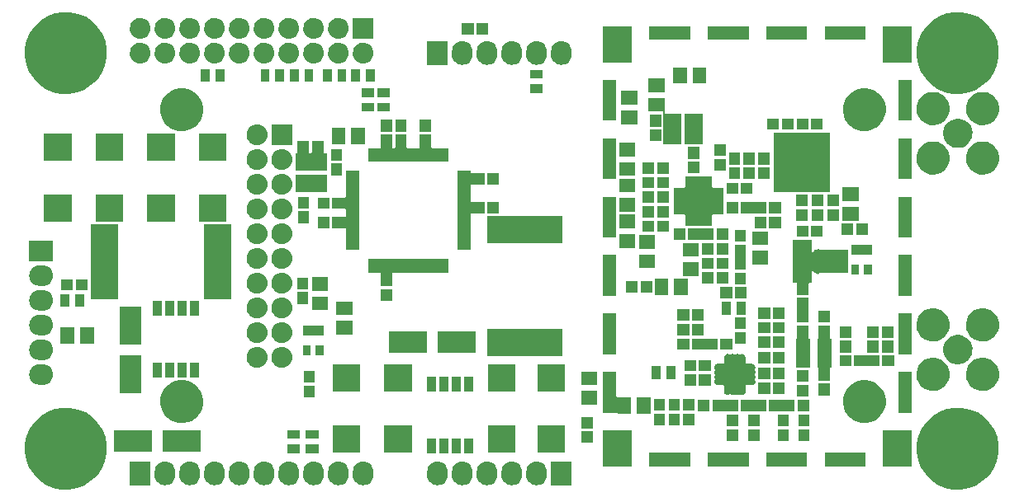
<source format=gbr>
G04 #@! TF.FileFunction,Soldermask,Bot*
%FSLAX46Y46*%
G04 Gerber Fmt 4.6, Leading zero omitted, Abs format (unit mm)*
G04 Created by KiCad (PCBNEW 4.0.3-stable) date 09/21/16 12:07:47*
%MOMM*%
%LPD*%
G01*
G04 APERTURE LIST*
%ADD10C,0.100000*%
G04 APERTURE END LIST*
D10*
G36*
X41081144Y-143122794D02*
X41887989Y-143288415D01*
X42647287Y-143607594D01*
X43330139Y-144068184D01*
X43910519Y-144652629D01*
X44366325Y-145338674D01*
X44680201Y-146100192D01*
X44840048Y-146907479D01*
X44840048Y-146907501D01*
X44840180Y-146908169D01*
X44827044Y-147848947D01*
X44826892Y-147849615D01*
X44826892Y-147849634D01*
X44644567Y-148652139D01*
X44309551Y-149404597D01*
X43834765Y-150077650D01*
X43238294Y-150645661D01*
X42542848Y-151087004D01*
X41774931Y-151384860D01*
X40963778Y-151527889D01*
X40140295Y-151510638D01*
X39335848Y-151333770D01*
X38581073Y-151004017D01*
X37904724Y-150533941D01*
X37332559Y-149941447D01*
X36886372Y-149249101D01*
X36583162Y-148483279D01*
X36434475Y-147673147D01*
X36445975Y-146849567D01*
X36617224Y-146043901D01*
X36941701Y-145286840D01*
X37407044Y-144607225D01*
X37995527Y-144030939D01*
X38684738Y-143579932D01*
X39448424Y-143271382D01*
X40257500Y-143117043D01*
X41081144Y-143122794D01*
X41081144Y-143122794D01*
G37*
G36*
X132521144Y-143122794D02*
X133327989Y-143288415D01*
X134087287Y-143607594D01*
X134770139Y-144068184D01*
X135350519Y-144652629D01*
X135806325Y-145338674D01*
X136120201Y-146100192D01*
X136280048Y-146907479D01*
X136280048Y-146907501D01*
X136280180Y-146908169D01*
X136267044Y-147848947D01*
X136266892Y-147849615D01*
X136266892Y-147849634D01*
X136084567Y-148652139D01*
X135749551Y-149404597D01*
X135274765Y-150077650D01*
X134678294Y-150645661D01*
X133982848Y-151087004D01*
X133214931Y-151384860D01*
X132403778Y-151527889D01*
X131580295Y-151510638D01*
X130775848Y-151333770D01*
X130021073Y-151004017D01*
X129344724Y-150533941D01*
X128772559Y-149941447D01*
X128326372Y-149249101D01*
X128023162Y-148483279D01*
X127874475Y-147673147D01*
X127885975Y-146849567D01*
X128057224Y-146043901D01*
X128381701Y-145286840D01*
X128847044Y-144607225D01*
X129435527Y-144030939D01*
X130124738Y-143579932D01*
X130888424Y-143271382D01*
X131697500Y-143117043D01*
X132521144Y-143122794D01*
X132521144Y-143122794D01*
G37*
G36*
X66253768Y-148659825D02*
X66253791Y-148659832D01*
X66253866Y-148659840D01*
X66452162Y-148721222D01*
X66634758Y-148819952D01*
X66794699Y-148952267D01*
X66925895Y-149113129D01*
X67023347Y-149296410D01*
X67083344Y-149495128D01*
X67103600Y-149701716D01*
X67103600Y-150018360D01*
X67103525Y-150029078D01*
X67103524Y-150029084D01*
X67103496Y-150033134D01*
X67080358Y-150239419D01*
X67017592Y-150437281D01*
X66917591Y-150619183D01*
X66784162Y-150778197D01*
X66622388Y-150908267D01*
X66438432Y-151004437D01*
X66239299Y-151063045D01*
X66239233Y-151063051D01*
X66239209Y-151063058D01*
X66032579Y-151081863D01*
X65826232Y-151060175D01*
X65826209Y-151060168D01*
X65826134Y-151060160D01*
X65627838Y-150998778D01*
X65445242Y-150900048D01*
X65285301Y-150767733D01*
X65154105Y-150606871D01*
X65056653Y-150423590D01*
X64996656Y-150224872D01*
X64976400Y-150018284D01*
X64976400Y-149701640D01*
X64976475Y-149690922D01*
X64976476Y-149690916D01*
X64976504Y-149686866D01*
X64999642Y-149480581D01*
X65062408Y-149282719D01*
X65162409Y-149100817D01*
X65295838Y-148941803D01*
X65457612Y-148811733D01*
X65641568Y-148715563D01*
X65840701Y-148656955D01*
X65840767Y-148656949D01*
X65840791Y-148656942D01*
X66047421Y-148638137D01*
X66253768Y-148659825D01*
X66253768Y-148659825D01*
G37*
G36*
X56093768Y-148659825D02*
X56093791Y-148659832D01*
X56093866Y-148659840D01*
X56292162Y-148721222D01*
X56474758Y-148819952D01*
X56634699Y-148952267D01*
X56765895Y-149113129D01*
X56863347Y-149296410D01*
X56923344Y-149495128D01*
X56943600Y-149701716D01*
X56943600Y-150018360D01*
X56943525Y-150029078D01*
X56943524Y-150029084D01*
X56943496Y-150033134D01*
X56920358Y-150239419D01*
X56857592Y-150437281D01*
X56757591Y-150619183D01*
X56624162Y-150778197D01*
X56462388Y-150908267D01*
X56278432Y-151004437D01*
X56079299Y-151063045D01*
X56079233Y-151063051D01*
X56079209Y-151063058D01*
X55872579Y-151081863D01*
X55666232Y-151060175D01*
X55666209Y-151060168D01*
X55666134Y-151060160D01*
X55467838Y-150998778D01*
X55285242Y-150900048D01*
X55125301Y-150767733D01*
X54994105Y-150606871D01*
X54896653Y-150423590D01*
X54836656Y-150224872D01*
X54816400Y-150018284D01*
X54816400Y-149701640D01*
X54816475Y-149690922D01*
X54816476Y-149690916D01*
X54816504Y-149686866D01*
X54839642Y-149480581D01*
X54902408Y-149282719D01*
X55002409Y-149100817D01*
X55135838Y-148941803D01*
X55297612Y-148811733D01*
X55481568Y-148715563D01*
X55680701Y-148656955D01*
X55680767Y-148656949D01*
X55680791Y-148656942D01*
X55887421Y-148638137D01*
X56093768Y-148659825D01*
X56093768Y-148659825D01*
G37*
G36*
X58633768Y-148659825D02*
X58633791Y-148659832D01*
X58633866Y-148659840D01*
X58832162Y-148721222D01*
X59014758Y-148819952D01*
X59174699Y-148952267D01*
X59305895Y-149113129D01*
X59403347Y-149296410D01*
X59463344Y-149495128D01*
X59483600Y-149701716D01*
X59483600Y-150018360D01*
X59483525Y-150029078D01*
X59483524Y-150029084D01*
X59483496Y-150033134D01*
X59460358Y-150239419D01*
X59397592Y-150437281D01*
X59297591Y-150619183D01*
X59164162Y-150778197D01*
X59002388Y-150908267D01*
X58818432Y-151004437D01*
X58619299Y-151063045D01*
X58619233Y-151063051D01*
X58619209Y-151063058D01*
X58412579Y-151081863D01*
X58206232Y-151060175D01*
X58206209Y-151060168D01*
X58206134Y-151060160D01*
X58007838Y-150998778D01*
X57825242Y-150900048D01*
X57665301Y-150767733D01*
X57534105Y-150606871D01*
X57436653Y-150423590D01*
X57376656Y-150224872D01*
X57356400Y-150018284D01*
X57356400Y-149701640D01*
X57356475Y-149690922D01*
X57356476Y-149690916D01*
X57356504Y-149686866D01*
X57379642Y-149480581D01*
X57442408Y-149282719D01*
X57542409Y-149100817D01*
X57675838Y-148941803D01*
X57837612Y-148811733D01*
X58021568Y-148715563D01*
X58220701Y-148656955D01*
X58220767Y-148656949D01*
X58220791Y-148656942D01*
X58427421Y-148638137D01*
X58633768Y-148659825D01*
X58633768Y-148659825D01*
G37*
G36*
X71333768Y-148659825D02*
X71333791Y-148659832D01*
X71333866Y-148659840D01*
X71532162Y-148721222D01*
X71714758Y-148819952D01*
X71874699Y-148952267D01*
X72005895Y-149113129D01*
X72103347Y-149296410D01*
X72163344Y-149495128D01*
X72183600Y-149701716D01*
X72183600Y-150018360D01*
X72183525Y-150029078D01*
X72183524Y-150029084D01*
X72183496Y-150033134D01*
X72160358Y-150239419D01*
X72097592Y-150437281D01*
X71997591Y-150619183D01*
X71864162Y-150778197D01*
X71702388Y-150908267D01*
X71518432Y-151004437D01*
X71319299Y-151063045D01*
X71319233Y-151063051D01*
X71319209Y-151063058D01*
X71112579Y-151081863D01*
X70906232Y-151060175D01*
X70906209Y-151060168D01*
X70906134Y-151060160D01*
X70707838Y-150998778D01*
X70525242Y-150900048D01*
X70365301Y-150767733D01*
X70234105Y-150606871D01*
X70136653Y-150423590D01*
X70076656Y-150224872D01*
X70056400Y-150018284D01*
X70056400Y-149701640D01*
X70056475Y-149690922D01*
X70056476Y-149690916D01*
X70056504Y-149686866D01*
X70079642Y-149480581D01*
X70142408Y-149282719D01*
X70242409Y-149100817D01*
X70375838Y-148941803D01*
X70537612Y-148811733D01*
X70721568Y-148715563D01*
X70920701Y-148656955D01*
X70920767Y-148656949D01*
X70920791Y-148656942D01*
X71127421Y-148638137D01*
X71333768Y-148659825D01*
X71333768Y-148659825D01*
G37*
G36*
X61173768Y-148659825D02*
X61173791Y-148659832D01*
X61173866Y-148659840D01*
X61372162Y-148721222D01*
X61554758Y-148819952D01*
X61714699Y-148952267D01*
X61845895Y-149113129D01*
X61943347Y-149296410D01*
X62003344Y-149495128D01*
X62023600Y-149701716D01*
X62023600Y-150018360D01*
X62023525Y-150029078D01*
X62023524Y-150029084D01*
X62023496Y-150033134D01*
X62000358Y-150239419D01*
X61937592Y-150437281D01*
X61837591Y-150619183D01*
X61704162Y-150778197D01*
X61542388Y-150908267D01*
X61358432Y-151004437D01*
X61159299Y-151063045D01*
X61159233Y-151063051D01*
X61159209Y-151063058D01*
X60952579Y-151081863D01*
X60746232Y-151060175D01*
X60746209Y-151060168D01*
X60746134Y-151060160D01*
X60547838Y-150998778D01*
X60365242Y-150900048D01*
X60205301Y-150767733D01*
X60074105Y-150606871D01*
X59976653Y-150423590D01*
X59916656Y-150224872D01*
X59896400Y-150018284D01*
X59896400Y-149701640D01*
X59896475Y-149690922D01*
X59896476Y-149690916D01*
X59896504Y-149686866D01*
X59919642Y-149480581D01*
X59982408Y-149282719D01*
X60082409Y-149100817D01*
X60215838Y-148941803D01*
X60377612Y-148811733D01*
X60561568Y-148715563D01*
X60760701Y-148656955D01*
X60760767Y-148656949D01*
X60760791Y-148656942D01*
X60967421Y-148638137D01*
X61173768Y-148659825D01*
X61173768Y-148659825D01*
G37*
G36*
X63713768Y-148659825D02*
X63713791Y-148659832D01*
X63713866Y-148659840D01*
X63912162Y-148721222D01*
X64094758Y-148819952D01*
X64254699Y-148952267D01*
X64385895Y-149113129D01*
X64483347Y-149296410D01*
X64543344Y-149495128D01*
X64563600Y-149701716D01*
X64563600Y-150018360D01*
X64563525Y-150029078D01*
X64563524Y-150029084D01*
X64563496Y-150033134D01*
X64540358Y-150239419D01*
X64477592Y-150437281D01*
X64377591Y-150619183D01*
X64244162Y-150778197D01*
X64082388Y-150908267D01*
X63898432Y-151004437D01*
X63699299Y-151063045D01*
X63699233Y-151063051D01*
X63699209Y-151063058D01*
X63492579Y-151081863D01*
X63286232Y-151060175D01*
X63286209Y-151060168D01*
X63286134Y-151060160D01*
X63087838Y-150998778D01*
X62905242Y-150900048D01*
X62745301Y-150767733D01*
X62614105Y-150606871D01*
X62516653Y-150423590D01*
X62456656Y-150224872D01*
X62436400Y-150018284D01*
X62436400Y-149701640D01*
X62436475Y-149690922D01*
X62436476Y-149690916D01*
X62436504Y-149686866D01*
X62459642Y-149480581D01*
X62522408Y-149282719D01*
X62622409Y-149100817D01*
X62755838Y-148941803D01*
X62917612Y-148811733D01*
X63101568Y-148715563D01*
X63300701Y-148656955D01*
X63300767Y-148656949D01*
X63300791Y-148656942D01*
X63507421Y-148638137D01*
X63713768Y-148659825D01*
X63713768Y-148659825D01*
G37*
G36*
X68793768Y-148659825D02*
X68793791Y-148659832D01*
X68793866Y-148659840D01*
X68992162Y-148721222D01*
X69174758Y-148819952D01*
X69334699Y-148952267D01*
X69465895Y-149113129D01*
X69563347Y-149296410D01*
X69623344Y-149495128D01*
X69643600Y-149701716D01*
X69643600Y-150018360D01*
X69643525Y-150029078D01*
X69643524Y-150029084D01*
X69643496Y-150033134D01*
X69620358Y-150239419D01*
X69557592Y-150437281D01*
X69457591Y-150619183D01*
X69324162Y-150778197D01*
X69162388Y-150908267D01*
X68978432Y-151004437D01*
X68779299Y-151063045D01*
X68779233Y-151063051D01*
X68779209Y-151063058D01*
X68572579Y-151081863D01*
X68366232Y-151060175D01*
X68366209Y-151060168D01*
X68366134Y-151060160D01*
X68167838Y-150998778D01*
X67985242Y-150900048D01*
X67825301Y-150767733D01*
X67694105Y-150606871D01*
X67596653Y-150423590D01*
X67536656Y-150224872D01*
X67516400Y-150018284D01*
X67516400Y-149701640D01*
X67516475Y-149690922D01*
X67516476Y-149690916D01*
X67516504Y-149686866D01*
X67539642Y-149480581D01*
X67602408Y-149282719D01*
X67702409Y-149100817D01*
X67835838Y-148941803D01*
X67997612Y-148811733D01*
X68181568Y-148715563D01*
X68380701Y-148656955D01*
X68380767Y-148656949D01*
X68380791Y-148656942D01*
X68587421Y-148638137D01*
X68793768Y-148659825D01*
X68793768Y-148659825D01*
G37*
G36*
X78953768Y-148659825D02*
X78953791Y-148659832D01*
X78953866Y-148659840D01*
X79152162Y-148721222D01*
X79334758Y-148819952D01*
X79494699Y-148952267D01*
X79625895Y-149113129D01*
X79723347Y-149296410D01*
X79783344Y-149495128D01*
X79803600Y-149701716D01*
X79803600Y-150018360D01*
X79803525Y-150029078D01*
X79803524Y-150029084D01*
X79803496Y-150033134D01*
X79780358Y-150239419D01*
X79717592Y-150437281D01*
X79617591Y-150619183D01*
X79484162Y-150778197D01*
X79322388Y-150908267D01*
X79138432Y-151004437D01*
X78939299Y-151063045D01*
X78939233Y-151063051D01*
X78939209Y-151063058D01*
X78732579Y-151081863D01*
X78526232Y-151060175D01*
X78526209Y-151060168D01*
X78526134Y-151060160D01*
X78327838Y-150998778D01*
X78145242Y-150900048D01*
X77985301Y-150767733D01*
X77854105Y-150606871D01*
X77756653Y-150423590D01*
X77696656Y-150224872D01*
X77676400Y-150018284D01*
X77676400Y-149701640D01*
X77676475Y-149690922D01*
X77676476Y-149690916D01*
X77676504Y-149686866D01*
X77699642Y-149480581D01*
X77762408Y-149282719D01*
X77862409Y-149100817D01*
X77995838Y-148941803D01*
X78157612Y-148811733D01*
X78341568Y-148715563D01*
X78540701Y-148656955D01*
X78540767Y-148656949D01*
X78540791Y-148656942D01*
X78747421Y-148638137D01*
X78953768Y-148659825D01*
X78953768Y-148659825D01*
G37*
G36*
X81493768Y-148659825D02*
X81493791Y-148659832D01*
X81493866Y-148659840D01*
X81692162Y-148721222D01*
X81874758Y-148819952D01*
X82034699Y-148952267D01*
X82165895Y-149113129D01*
X82263347Y-149296410D01*
X82323344Y-149495128D01*
X82343600Y-149701716D01*
X82343600Y-150018360D01*
X82343525Y-150029078D01*
X82343524Y-150029084D01*
X82343496Y-150033134D01*
X82320358Y-150239419D01*
X82257592Y-150437281D01*
X82157591Y-150619183D01*
X82024162Y-150778197D01*
X81862388Y-150908267D01*
X81678432Y-151004437D01*
X81479299Y-151063045D01*
X81479233Y-151063051D01*
X81479209Y-151063058D01*
X81272579Y-151081863D01*
X81066232Y-151060175D01*
X81066209Y-151060168D01*
X81066134Y-151060160D01*
X80867838Y-150998778D01*
X80685242Y-150900048D01*
X80525301Y-150767733D01*
X80394105Y-150606871D01*
X80296653Y-150423590D01*
X80236656Y-150224872D01*
X80216400Y-150018284D01*
X80216400Y-149701640D01*
X80216475Y-149690922D01*
X80216476Y-149690916D01*
X80216504Y-149686866D01*
X80239642Y-149480581D01*
X80302408Y-149282719D01*
X80402409Y-149100817D01*
X80535838Y-148941803D01*
X80697612Y-148811733D01*
X80881568Y-148715563D01*
X81080701Y-148656955D01*
X81080767Y-148656949D01*
X81080791Y-148656942D01*
X81287421Y-148638137D01*
X81493768Y-148659825D01*
X81493768Y-148659825D01*
G37*
G36*
X84033768Y-148659825D02*
X84033791Y-148659832D01*
X84033866Y-148659840D01*
X84232162Y-148721222D01*
X84414758Y-148819952D01*
X84574699Y-148952267D01*
X84705895Y-149113129D01*
X84803347Y-149296410D01*
X84863344Y-149495128D01*
X84883600Y-149701716D01*
X84883600Y-150018360D01*
X84883525Y-150029078D01*
X84883524Y-150029084D01*
X84883496Y-150033134D01*
X84860358Y-150239419D01*
X84797592Y-150437281D01*
X84697591Y-150619183D01*
X84564162Y-150778197D01*
X84402388Y-150908267D01*
X84218432Y-151004437D01*
X84019299Y-151063045D01*
X84019233Y-151063051D01*
X84019209Y-151063058D01*
X83812579Y-151081863D01*
X83606232Y-151060175D01*
X83606209Y-151060168D01*
X83606134Y-151060160D01*
X83407838Y-150998778D01*
X83225242Y-150900048D01*
X83065301Y-150767733D01*
X82934105Y-150606871D01*
X82836653Y-150423590D01*
X82776656Y-150224872D01*
X82756400Y-150018284D01*
X82756400Y-149701640D01*
X82756475Y-149690922D01*
X82756476Y-149690916D01*
X82756504Y-149686866D01*
X82779642Y-149480581D01*
X82842408Y-149282719D01*
X82942409Y-149100817D01*
X83075838Y-148941803D01*
X83237612Y-148811733D01*
X83421568Y-148715563D01*
X83620701Y-148656955D01*
X83620767Y-148656949D01*
X83620791Y-148656942D01*
X83827421Y-148638137D01*
X84033768Y-148659825D01*
X84033768Y-148659825D01*
G37*
G36*
X86573768Y-148659825D02*
X86573791Y-148659832D01*
X86573866Y-148659840D01*
X86772162Y-148721222D01*
X86954758Y-148819952D01*
X87114699Y-148952267D01*
X87245895Y-149113129D01*
X87343347Y-149296410D01*
X87403344Y-149495128D01*
X87423600Y-149701716D01*
X87423600Y-150018360D01*
X87423525Y-150029078D01*
X87423524Y-150029084D01*
X87423496Y-150033134D01*
X87400358Y-150239419D01*
X87337592Y-150437281D01*
X87237591Y-150619183D01*
X87104162Y-150778197D01*
X86942388Y-150908267D01*
X86758432Y-151004437D01*
X86559299Y-151063045D01*
X86559233Y-151063051D01*
X86559209Y-151063058D01*
X86352579Y-151081863D01*
X86146232Y-151060175D01*
X86146209Y-151060168D01*
X86146134Y-151060160D01*
X85947838Y-150998778D01*
X85765242Y-150900048D01*
X85605301Y-150767733D01*
X85474105Y-150606871D01*
X85376653Y-150423590D01*
X85316656Y-150224872D01*
X85296400Y-150018284D01*
X85296400Y-149701640D01*
X85296475Y-149690922D01*
X85296476Y-149690916D01*
X85296504Y-149686866D01*
X85319642Y-149480581D01*
X85382408Y-149282719D01*
X85482409Y-149100817D01*
X85615838Y-148941803D01*
X85777612Y-148811733D01*
X85961568Y-148715563D01*
X86160701Y-148656955D01*
X86160767Y-148656949D01*
X86160791Y-148656942D01*
X86367421Y-148638137D01*
X86573768Y-148659825D01*
X86573768Y-148659825D01*
G37*
G36*
X89113768Y-148659825D02*
X89113791Y-148659832D01*
X89113866Y-148659840D01*
X89312162Y-148721222D01*
X89494758Y-148819952D01*
X89654699Y-148952267D01*
X89785895Y-149113129D01*
X89883347Y-149296410D01*
X89943344Y-149495128D01*
X89963600Y-149701716D01*
X89963600Y-150018360D01*
X89963525Y-150029078D01*
X89963524Y-150029084D01*
X89963496Y-150033134D01*
X89940358Y-150239419D01*
X89877592Y-150437281D01*
X89777591Y-150619183D01*
X89644162Y-150778197D01*
X89482388Y-150908267D01*
X89298432Y-151004437D01*
X89099299Y-151063045D01*
X89099233Y-151063051D01*
X89099209Y-151063058D01*
X88892579Y-151081863D01*
X88686232Y-151060175D01*
X88686209Y-151060168D01*
X88686134Y-151060160D01*
X88487838Y-150998778D01*
X88305242Y-150900048D01*
X88145301Y-150767733D01*
X88014105Y-150606871D01*
X87916653Y-150423590D01*
X87856656Y-150224872D01*
X87836400Y-150018284D01*
X87836400Y-149701640D01*
X87836475Y-149690922D01*
X87836476Y-149690916D01*
X87836504Y-149686866D01*
X87859642Y-149480581D01*
X87922408Y-149282719D01*
X88022409Y-149100817D01*
X88155838Y-148941803D01*
X88317612Y-148811733D01*
X88501568Y-148715563D01*
X88700701Y-148656955D01*
X88700767Y-148656949D01*
X88700791Y-148656942D01*
X88907421Y-148638137D01*
X89113768Y-148659825D01*
X89113768Y-148659825D01*
G37*
G36*
X51013768Y-148659825D02*
X51013791Y-148659832D01*
X51013866Y-148659840D01*
X51212162Y-148721222D01*
X51394758Y-148819952D01*
X51554699Y-148952267D01*
X51685895Y-149113129D01*
X51783347Y-149296410D01*
X51843344Y-149495128D01*
X51863600Y-149701716D01*
X51863600Y-150018360D01*
X51863525Y-150029078D01*
X51863524Y-150029084D01*
X51863496Y-150033134D01*
X51840358Y-150239419D01*
X51777592Y-150437281D01*
X51677591Y-150619183D01*
X51544162Y-150778197D01*
X51382388Y-150908267D01*
X51198432Y-151004437D01*
X50999299Y-151063045D01*
X50999233Y-151063051D01*
X50999209Y-151063058D01*
X50792579Y-151081863D01*
X50586232Y-151060175D01*
X50586209Y-151060168D01*
X50586134Y-151060160D01*
X50387838Y-150998778D01*
X50205242Y-150900048D01*
X50045301Y-150767733D01*
X49914105Y-150606871D01*
X49816653Y-150423590D01*
X49756656Y-150224872D01*
X49736400Y-150018284D01*
X49736400Y-149701640D01*
X49736475Y-149690922D01*
X49736476Y-149690916D01*
X49736504Y-149686866D01*
X49759642Y-149480581D01*
X49822408Y-149282719D01*
X49922409Y-149100817D01*
X50055838Y-148941803D01*
X50217612Y-148811733D01*
X50401568Y-148715563D01*
X50600701Y-148656955D01*
X50600767Y-148656949D01*
X50600791Y-148656942D01*
X50807421Y-148638137D01*
X51013768Y-148659825D01*
X51013768Y-148659825D01*
G37*
G36*
X53553768Y-148659825D02*
X53553791Y-148659832D01*
X53553866Y-148659840D01*
X53752162Y-148721222D01*
X53934758Y-148819952D01*
X54094699Y-148952267D01*
X54225895Y-149113129D01*
X54323347Y-149296410D01*
X54383344Y-149495128D01*
X54403600Y-149701716D01*
X54403600Y-150018360D01*
X54403525Y-150029078D01*
X54403524Y-150029084D01*
X54403496Y-150033134D01*
X54380358Y-150239419D01*
X54317592Y-150437281D01*
X54217591Y-150619183D01*
X54084162Y-150778197D01*
X53922388Y-150908267D01*
X53738432Y-151004437D01*
X53539299Y-151063045D01*
X53539233Y-151063051D01*
X53539209Y-151063058D01*
X53332579Y-151081863D01*
X53126232Y-151060175D01*
X53126209Y-151060168D01*
X53126134Y-151060160D01*
X52927838Y-150998778D01*
X52745242Y-150900048D01*
X52585301Y-150767733D01*
X52454105Y-150606871D01*
X52356653Y-150423590D01*
X52296656Y-150224872D01*
X52276400Y-150018284D01*
X52276400Y-149701640D01*
X52276475Y-149690922D01*
X52276476Y-149690916D01*
X52276504Y-149686866D01*
X52299642Y-149480581D01*
X52362408Y-149282719D01*
X52462409Y-149100817D01*
X52595838Y-148941803D01*
X52757612Y-148811733D01*
X52941568Y-148715563D01*
X53140701Y-148656955D01*
X53140767Y-148656949D01*
X53140791Y-148656942D01*
X53347421Y-148638137D01*
X53553768Y-148659825D01*
X53553768Y-148659825D01*
G37*
G36*
X92503600Y-151076000D02*
X90376400Y-151076000D01*
X90376400Y-148644000D01*
X92503600Y-148644000D01*
X92503600Y-151076000D01*
X92503600Y-151076000D01*
G37*
G36*
X49323600Y-151076000D02*
X47196400Y-151076000D01*
X47196400Y-148644000D01*
X49323600Y-148644000D01*
X49323600Y-151076000D01*
X49323600Y-151076000D01*
G37*
G36*
X104635000Y-149140000D02*
X100435000Y-149140000D01*
X100435000Y-147740000D01*
X104635000Y-147740000D01*
X104635000Y-149140000D01*
X104635000Y-149140000D01*
G37*
G36*
X98635000Y-149140000D02*
X95685000Y-149140000D01*
X95685000Y-145440000D01*
X98635000Y-145440000D01*
X98635000Y-149140000D01*
X98635000Y-149140000D01*
G37*
G36*
X127385000Y-149140000D02*
X124435000Y-149140000D01*
X124435000Y-145440000D01*
X127385000Y-145440000D01*
X127385000Y-149140000D01*
X127385000Y-149140000D01*
G37*
G36*
X116635000Y-149140000D02*
X112435000Y-149140000D01*
X112435000Y-147740000D01*
X116635000Y-147740000D01*
X116635000Y-149140000D01*
X116635000Y-149140000D01*
G37*
G36*
X122635000Y-149140000D02*
X118435000Y-149140000D01*
X118435000Y-147740000D01*
X122635000Y-147740000D01*
X122635000Y-149140000D01*
X122635000Y-149140000D01*
G37*
G36*
X110635000Y-149140000D02*
X106435000Y-149140000D01*
X106435000Y-147740000D01*
X110635000Y-147740000D01*
X110635000Y-149140000D01*
X110635000Y-149140000D01*
G37*
G36*
X82359000Y-147846500D02*
X81451000Y-147846500D01*
X81451000Y-146303500D01*
X82359000Y-146303500D01*
X82359000Y-147846500D01*
X82359000Y-147846500D01*
G37*
G36*
X81089000Y-147846500D02*
X80181000Y-147846500D01*
X80181000Y-146303500D01*
X81089000Y-146303500D01*
X81089000Y-147846500D01*
X81089000Y-147846500D01*
G37*
G36*
X79819000Y-147846500D02*
X78911000Y-147846500D01*
X78911000Y-146303500D01*
X79819000Y-146303500D01*
X79819000Y-147846500D01*
X79819000Y-147846500D01*
G37*
G36*
X78549000Y-147846500D02*
X77641000Y-147846500D01*
X77641000Y-146303500D01*
X78549000Y-146303500D01*
X78549000Y-147846500D01*
X78549000Y-147846500D01*
G37*
G36*
X66550000Y-147800000D02*
X65250000Y-147800000D01*
X65250000Y-146900000D01*
X66550000Y-146900000D01*
X66550000Y-147800000D01*
X66550000Y-147800000D01*
G37*
G36*
X64650000Y-147800000D02*
X63350000Y-147800000D01*
X63350000Y-146900000D01*
X64650000Y-146900000D01*
X64650000Y-147800000D01*
X64650000Y-147800000D01*
G37*
G36*
X70815000Y-147705000D02*
X67985000Y-147705000D01*
X67985000Y-144935000D01*
X70815000Y-144935000D01*
X70815000Y-147705000D01*
X70815000Y-147705000D01*
G37*
G36*
X76115000Y-147705000D02*
X73285000Y-147705000D01*
X73285000Y-144935000D01*
X76115000Y-144935000D01*
X76115000Y-147705000D01*
X76115000Y-147705000D01*
G37*
G36*
X86715000Y-147705000D02*
X83885000Y-147705000D01*
X83885000Y-144935000D01*
X86715000Y-144935000D01*
X86715000Y-147705000D01*
X86715000Y-147705000D01*
G37*
G36*
X91815000Y-147705000D02*
X88985000Y-147705000D01*
X88985000Y-144935000D01*
X91815000Y-144935000D01*
X91815000Y-147705000D01*
X91815000Y-147705000D01*
G37*
G36*
X49450700Y-147600430D02*
X45550580Y-147600430D01*
X45550580Y-145399570D01*
X49450700Y-145399570D01*
X49450700Y-147600430D01*
X49450700Y-147600430D01*
G37*
G36*
X54449420Y-147600430D02*
X50549300Y-147600430D01*
X50549300Y-145399570D01*
X54449420Y-145399570D01*
X54449420Y-147600430D01*
X54449420Y-147600430D01*
G37*
G36*
X94675000Y-146750000D02*
X93525000Y-146750000D01*
X93525000Y-145550000D01*
X94675000Y-145550000D01*
X94675000Y-146750000D01*
X94675000Y-146750000D01*
G37*
G36*
X116875000Y-146550000D02*
X115725000Y-146550000D01*
X115725000Y-145350000D01*
X116875000Y-145350000D01*
X116875000Y-146550000D01*
X116875000Y-146550000D01*
G37*
G36*
X114775000Y-146550000D02*
X113625000Y-146550000D01*
X113625000Y-145350000D01*
X114775000Y-145350000D01*
X114775000Y-146550000D01*
X114775000Y-146550000D01*
G37*
G36*
X111775000Y-146550000D02*
X110625000Y-146550000D01*
X110625000Y-145350000D01*
X111775000Y-145350000D01*
X111775000Y-146550000D01*
X111775000Y-146550000D01*
G37*
G36*
X109575000Y-146550000D02*
X108425000Y-146550000D01*
X108425000Y-145350000D01*
X109575000Y-145350000D01*
X109575000Y-146550000D01*
X109575000Y-146550000D01*
G37*
G36*
X64650000Y-146300000D02*
X63350000Y-146300000D01*
X63350000Y-145400000D01*
X64650000Y-145400000D01*
X64650000Y-146300000D01*
X64650000Y-146300000D01*
G37*
G36*
X66550000Y-146300000D02*
X65250000Y-146300000D01*
X65250000Y-145400000D01*
X66550000Y-145400000D01*
X66550000Y-146300000D01*
X66550000Y-146300000D01*
G37*
G36*
X94675000Y-145250000D02*
X93525000Y-145250000D01*
X93525000Y-144050000D01*
X94675000Y-144050000D01*
X94675000Y-145250000D01*
X94675000Y-145250000D01*
G37*
G36*
X116875000Y-145050000D02*
X115725000Y-145050000D01*
X115725000Y-143850000D01*
X116875000Y-143850000D01*
X116875000Y-145050000D01*
X116875000Y-145050000D01*
G37*
G36*
X111775000Y-145050000D02*
X110625000Y-145050000D01*
X110625000Y-143850000D01*
X111775000Y-143850000D01*
X111775000Y-145050000D01*
X111775000Y-145050000D01*
G37*
G36*
X109575000Y-145050000D02*
X108425000Y-145050000D01*
X108425000Y-143850000D01*
X109575000Y-143850000D01*
X109575000Y-145050000D01*
X109575000Y-145050000D01*
G37*
G36*
X114775000Y-145050000D02*
X113625000Y-145050000D01*
X113625000Y-143850000D01*
X114775000Y-143850000D01*
X114775000Y-145050000D01*
X114775000Y-145050000D01*
G37*
G36*
X102075000Y-144950000D02*
X100925000Y-144950000D01*
X100925000Y-143750000D01*
X102075000Y-143750000D01*
X102075000Y-144950000D01*
X102075000Y-144950000D01*
G37*
G36*
X103575000Y-144950000D02*
X102425000Y-144950000D01*
X102425000Y-143750000D01*
X103575000Y-143750000D01*
X103575000Y-144950000D01*
X103575000Y-144950000D01*
G37*
G36*
X105075000Y-144950000D02*
X103925000Y-144950000D01*
X103925000Y-143750000D01*
X105075000Y-143750000D01*
X105075000Y-144950000D01*
X105075000Y-144950000D01*
G37*
G36*
X52731076Y-140301462D02*
X53153709Y-140388215D01*
X53551438Y-140555405D01*
X53909123Y-140796666D01*
X54213131Y-141102804D01*
X54451886Y-141462161D01*
X54616298Y-141861052D01*
X54699962Y-142283589D01*
X54699962Y-142283611D01*
X54700094Y-142284279D01*
X54693213Y-142777067D01*
X54693062Y-142777730D01*
X54693062Y-142777754D01*
X54597633Y-143197787D01*
X54422146Y-143591937D01*
X54173452Y-143944482D01*
X53861013Y-144242015D01*
X53496728Y-144473196D01*
X53094491Y-144629214D01*
X52669598Y-144704135D01*
X52238250Y-144695098D01*
X51816871Y-144602452D01*
X51421513Y-144429725D01*
X51067235Y-144183495D01*
X50767529Y-143873141D01*
X50533812Y-143510482D01*
X50374987Y-143109336D01*
X50297103Y-142684981D01*
X50303127Y-142253584D01*
X50392829Y-141831567D01*
X50562794Y-141435009D01*
X50806545Y-141079021D01*
X51114799Y-140777156D01*
X51475813Y-140540915D01*
X51875839Y-140379294D01*
X52299642Y-140298449D01*
X52731076Y-140301462D01*
X52731076Y-140301462D01*
G37*
G36*
X122731076Y-140301462D02*
X123153709Y-140388215D01*
X123551438Y-140555405D01*
X123909123Y-140796666D01*
X124213131Y-141102804D01*
X124451886Y-141462161D01*
X124616298Y-141861052D01*
X124699962Y-142283589D01*
X124699962Y-142283611D01*
X124700094Y-142284279D01*
X124693213Y-142777067D01*
X124693062Y-142777730D01*
X124693062Y-142777754D01*
X124597633Y-143197787D01*
X124422146Y-143591937D01*
X124173452Y-143944482D01*
X123861013Y-144242015D01*
X123496728Y-144473196D01*
X123094491Y-144629214D01*
X122669598Y-144704135D01*
X122238250Y-144695098D01*
X121816871Y-144602452D01*
X121421513Y-144429725D01*
X121067235Y-144183495D01*
X120767529Y-143873141D01*
X120533812Y-143510482D01*
X120374987Y-143109336D01*
X120297103Y-142684981D01*
X120303127Y-142253584D01*
X120392829Y-141831567D01*
X120562794Y-141435009D01*
X120806545Y-141079021D01*
X121114799Y-140777156D01*
X121475813Y-140540915D01*
X121875839Y-140379294D01*
X122299642Y-140298449D01*
X122731076Y-140301462D01*
X122731076Y-140301462D01*
G37*
G36*
X100600000Y-143725000D02*
X99200000Y-143725000D01*
X99200000Y-142075000D01*
X100600000Y-142075000D01*
X100600000Y-143725000D01*
X100600000Y-143725000D01*
G37*
G36*
X97085000Y-141975000D02*
X97088959Y-142002859D01*
X97100523Y-142028513D01*
X97118776Y-142049929D01*
X97142272Y-142065412D01*
X97169152Y-142073736D01*
X97185000Y-142075000D01*
X98600000Y-142075000D01*
X98600000Y-143725000D01*
X97197868Y-143725000D01*
X97196041Y-143712141D01*
X97184477Y-143686487D01*
X97166224Y-143665071D01*
X97142728Y-143649588D01*
X97115848Y-143641264D01*
X97100000Y-143640000D01*
X95685000Y-143640000D01*
X95685000Y-139440000D01*
X97085000Y-139440000D01*
X97085000Y-141975000D01*
X97085000Y-141975000D01*
G37*
G36*
X127385000Y-143640000D02*
X125985000Y-143640000D01*
X125985000Y-139440000D01*
X127385000Y-139440000D01*
X127385000Y-143640000D01*
X127385000Y-143640000D01*
G37*
G36*
X115350000Y-143475000D02*
X112750000Y-143475000D01*
X112750000Y-142325000D01*
X115350000Y-142325000D01*
X115350000Y-143475000D01*
X115350000Y-143475000D01*
G37*
G36*
X116850000Y-143475000D02*
X115650000Y-143475000D01*
X115650000Y-142325000D01*
X116850000Y-142325000D01*
X116850000Y-143475000D01*
X116850000Y-143475000D01*
G37*
G36*
X106650000Y-143475000D02*
X105450000Y-143475000D01*
X105450000Y-142325000D01*
X106650000Y-142325000D01*
X106650000Y-143475000D01*
X106650000Y-143475000D01*
G37*
G36*
X112450000Y-143475000D02*
X109850000Y-143475000D01*
X109850000Y-142325000D01*
X112450000Y-142325000D01*
X112450000Y-143475000D01*
X112450000Y-143475000D01*
G37*
G36*
X109550000Y-143475000D02*
X106950000Y-143475000D01*
X106950000Y-142325000D01*
X109550000Y-142325000D01*
X109550000Y-143475000D01*
X109550000Y-143475000D01*
G37*
G36*
X105075000Y-143450000D02*
X103925000Y-143450000D01*
X103925000Y-142250000D01*
X105075000Y-142250000D01*
X105075000Y-143450000D01*
X105075000Y-143450000D01*
G37*
G36*
X103575000Y-143450000D02*
X102425000Y-143450000D01*
X102425000Y-142250000D01*
X103575000Y-142250000D01*
X103575000Y-143450000D01*
X103575000Y-143450000D01*
G37*
G36*
X102075000Y-143450000D02*
X100925000Y-143450000D01*
X100925000Y-142250000D01*
X102075000Y-142250000D01*
X102075000Y-143450000D01*
X102075000Y-143450000D01*
G37*
G36*
X95125000Y-142800000D02*
X93475000Y-142800000D01*
X93475000Y-141400000D01*
X95125000Y-141400000D01*
X95125000Y-142800000D01*
X95125000Y-142800000D01*
G37*
G36*
X66175000Y-142050000D02*
X65025000Y-142050000D01*
X65025000Y-140850000D01*
X66175000Y-140850000D01*
X66175000Y-142050000D01*
X66175000Y-142050000D01*
G37*
G36*
X116775000Y-141950000D02*
X115625000Y-141950000D01*
X115625000Y-140750000D01*
X116775000Y-140750000D01*
X116775000Y-141950000D01*
X116775000Y-141950000D01*
G37*
G36*
X118975000Y-141850000D02*
X117825000Y-141850000D01*
X117825000Y-140650000D01*
X118975000Y-140650000D01*
X118975000Y-141850000D01*
X118975000Y-141850000D01*
G37*
G36*
X110040279Y-137604231D02*
X110040302Y-137604238D01*
X110040377Y-137604246D01*
X110105630Y-137624445D01*
X110165718Y-137656934D01*
X110218350Y-137700475D01*
X110261522Y-137753410D01*
X110293591Y-137813722D01*
X110313334Y-137879115D01*
X110320000Y-137947097D01*
X110320000Y-138452973D01*
X110319995Y-138453732D01*
X110319994Y-138453739D01*
X110319966Y-138457790D01*
X110315575Y-138496939D01*
X110316315Y-138522054D01*
X110324947Y-138548836D01*
X110340699Y-138572154D01*
X110362323Y-138590160D01*
X110388108Y-138601428D01*
X110422284Y-138604394D01*
X110467097Y-138600000D01*
X110972973Y-138600000D01*
X110973732Y-138600005D01*
X110973739Y-138600006D01*
X110977790Y-138600034D01*
X111045672Y-138607648D01*
X111110783Y-138628303D01*
X111170641Y-138661210D01*
X111222968Y-138705118D01*
X111265771Y-138758353D01*
X111297417Y-138818888D01*
X111316704Y-138884417D01*
X111316711Y-138884489D01*
X111316717Y-138884511D01*
X111322899Y-138952439D01*
X111315769Y-139020279D01*
X111315762Y-139020302D01*
X111315754Y-139020377D01*
X111295555Y-139085630D01*
X111263066Y-139145718D01*
X111262896Y-139145924D01*
X111259253Y-139152661D01*
X111249485Y-139179050D01*
X111247456Y-139207116D01*
X111253326Y-139234636D01*
X111261816Y-139249663D01*
X111261311Y-139249927D01*
X111265614Y-139258157D01*
X111265771Y-139258353D01*
X111297417Y-139318888D01*
X111316704Y-139384417D01*
X111316711Y-139384489D01*
X111316717Y-139384511D01*
X111322899Y-139452439D01*
X111315769Y-139520279D01*
X111315762Y-139520302D01*
X111315754Y-139520377D01*
X111295555Y-139585630D01*
X111263066Y-139645718D01*
X111262896Y-139645924D01*
X111259253Y-139652661D01*
X111249485Y-139679050D01*
X111247456Y-139707116D01*
X111253326Y-139734636D01*
X111261816Y-139749663D01*
X111261311Y-139749927D01*
X111265614Y-139758157D01*
X111265771Y-139758353D01*
X111297417Y-139818888D01*
X111316704Y-139884417D01*
X111316711Y-139884489D01*
X111316717Y-139884511D01*
X111322899Y-139952439D01*
X111315769Y-140020279D01*
X111315762Y-140020302D01*
X111315754Y-140020377D01*
X111295555Y-140085630D01*
X111263066Y-140145718D01*
X111262896Y-140145924D01*
X111259253Y-140152661D01*
X111249485Y-140179050D01*
X111247456Y-140207116D01*
X111253326Y-140234636D01*
X111261816Y-140249663D01*
X111261311Y-140249927D01*
X111265614Y-140258157D01*
X111265771Y-140258353D01*
X111297417Y-140318888D01*
X111316704Y-140384417D01*
X111316711Y-140384489D01*
X111316717Y-140384511D01*
X111322899Y-140452439D01*
X111315769Y-140520279D01*
X111315762Y-140520302D01*
X111315754Y-140520377D01*
X111295555Y-140585630D01*
X111263066Y-140645718D01*
X111219525Y-140698350D01*
X111166590Y-140741522D01*
X111106278Y-140773591D01*
X111040885Y-140793334D01*
X110972903Y-140800000D01*
X110467027Y-140800000D01*
X110466268Y-140799995D01*
X110466261Y-140799994D01*
X110462210Y-140799966D01*
X110423061Y-140795575D01*
X110397946Y-140796315D01*
X110371164Y-140804947D01*
X110347846Y-140820699D01*
X110329840Y-140842323D01*
X110318572Y-140868108D01*
X110315606Y-140902284D01*
X110320000Y-140947097D01*
X110320000Y-141452973D01*
X110319995Y-141453732D01*
X110319994Y-141453739D01*
X110319966Y-141457790D01*
X110312352Y-141525672D01*
X110291697Y-141590783D01*
X110258790Y-141650641D01*
X110214882Y-141702968D01*
X110161647Y-141745771D01*
X110101112Y-141777417D01*
X110035583Y-141796704D01*
X110035511Y-141796711D01*
X110035489Y-141796717D01*
X109967561Y-141802899D01*
X109899721Y-141795769D01*
X109899698Y-141795762D01*
X109899623Y-141795754D01*
X109834370Y-141775555D01*
X109774282Y-141743066D01*
X109774076Y-141742896D01*
X109767339Y-141739253D01*
X109740950Y-141729485D01*
X109712884Y-141727456D01*
X109685364Y-141733326D01*
X109670337Y-141741816D01*
X109670073Y-141741311D01*
X109661843Y-141745614D01*
X109661647Y-141745771D01*
X109601112Y-141777417D01*
X109535583Y-141796704D01*
X109535511Y-141796711D01*
X109535489Y-141796717D01*
X109467561Y-141802899D01*
X109399721Y-141795769D01*
X109399698Y-141795762D01*
X109399623Y-141795754D01*
X109334370Y-141775555D01*
X109274282Y-141743066D01*
X109274076Y-141742896D01*
X109267339Y-141739253D01*
X109240950Y-141729485D01*
X109212884Y-141727456D01*
X109185364Y-141733326D01*
X109170337Y-141741816D01*
X109170073Y-141741311D01*
X109161843Y-141745614D01*
X109161647Y-141745771D01*
X109101112Y-141777417D01*
X109035583Y-141796704D01*
X109035511Y-141796711D01*
X109035489Y-141796717D01*
X108967561Y-141802899D01*
X108899721Y-141795769D01*
X108899698Y-141795762D01*
X108899623Y-141795754D01*
X108834370Y-141775555D01*
X108774282Y-141743066D01*
X108774076Y-141742896D01*
X108767339Y-141739253D01*
X108740950Y-141729485D01*
X108712884Y-141727456D01*
X108685364Y-141733326D01*
X108670337Y-141741816D01*
X108670073Y-141741311D01*
X108661843Y-141745614D01*
X108661647Y-141745771D01*
X108601112Y-141777417D01*
X108535583Y-141796704D01*
X108535511Y-141796711D01*
X108535489Y-141796717D01*
X108467561Y-141802899D01*
X108399721Y-141795769D01*
X108399698Y-141795762D01*
X108399623Y-141795754D01*
X108334370Y-141775555D01*
X108274282Y-141743066D01*
X108221650Y-141699525D01*
X108178478Y-141646590D01*
X108146409Y-141586278D01*
X108126666Y-141520885D01*
X108120000Y-141452903D01*
X108120000Y-140947027D01*
X108120005Y-140946268D01*
X108120006Y-140946261D01*
X108120034Y-140942210D01*
X108124425Y-140903061D01*
X108123685Y-140877946D01*
X108115053Y-140851164D01*
X108099301Y-140827846D01*
X108077677Y-140809840D01*
X108051892Y-140798572D01*
X108017716Y-140795606D01*
X107972903Y-140800000D01*
X107467027Y-140800000D01*
X107466268Y-140799995D01*
X107466261Y-140799994D01*
X107462210Y-140799966D01*
X107394328Y-140792352D01*
X107329217Y-140771697D01*
X107269359Y-140738790D01*
X107217032Y-140694882D01*
X107174229Y-140641647D01*
X107142583Y-140581112D01*
X107123296Y-140515583D01*
X107123289Y-140515511D01*
X107123283Y-140515489D01*
X107117101Y-140447561D01*
X107124231Y-140379721D01*
X107124238Y-140379698D01*
X107124246Y-140379623D01*
X107144445Y-140314370D01*
X107176934Y-140254282D01*
X107177104Y-140254076D01*
X107180747Y-140247339D01*
X107190515Y-140220950D01*
X107192544Y-140192884D01*
X107186674Y-140165364D01*
X107178184Y-140150337D01*
X107178689Y-140150073D01*
X107174386Y-140141843D01*
X107174229Y-140141647D01*
X107142583Y-140081112D01*
X107123296Y-140015583D01*
X107123289Y-140015511D01*
X107123283Y-140015489D01*
X107117101Y-139947561D01*
X107124231Y-139879721D01*
X107124238Y-139879698D01*
X107124246Y-139879623D01*
X107144445Y-139814370D01*
X107176934Y-139754282D01*
X107177104Y-139754076D01*
X107180747Y-139747339D01*
X107190515Y-139720950D01*
X107192544Y-139692884D01*
X107186674Y-139665364D01*
X107178184Y-139650337D01*
X107178689Y-139650073D01*
X107174386Y-139641843D01*
X107174229Y-139641647D01*
X107142583Y-139581112D01*
X107123296Y-139515583D01*
X107123289Y-139515511D01*
X107123283Y-139515489D01*
X107117101Y-139447561D01*
X107124231Y-139379721D01*
X107124238Y-139379698D01*
X107124246Y-139379623D01*
X107144445Y-139314370D01*
X107176934Y-139254282D01*
X107177104Y-139254076D01*
X107180747Y-139247339D01*
X107190515Y-139220950D01*
X107192544Y-139192884D01*
X107186674Y-139165364D01*
X107178184Y-139150337D01*
X107178689Y-139150073D01*
X107174386Y-139141843D01*
X107174229Y-139141647D01*
X107142583Y-139081112D01*
X107123296Y-139015583D01*
X107123289Y-139015511D01*
X107123283Y-139015489D01*
X107117101Y-138947561D01*
X107124231Y-138879721D01*
X107124238Y-138879698D01*
X107124246Y-138879623D01*
X107144445Y-138814370D01*
X107176934Y-138754282D01*
X107220475Y-138701650D01*
X107273410Y-138658478D01*
X107333722Y-138626409D01*
X107399115Y-138606666D01*
X107467097Y-138600000D01*
X107972973Y-138600000D01*
X107973732Y-138600005D01*
X107973739Y-138600006D01*
X107977790Y-138600034D01*
X108016939Y-138604425D01*
X108042054Y-138603685D01*
X108068836Y-138595053D01*
X108092154Y-138579301D01*
X108110160Y-138557677D01*
X108121428Y-138531892D01*
X108124394Y-138497716D01*
X108120000Y-138452903D01*
X108120000Y-137947027D01*
X108120005Y-137946268D01*
X108120006Y-137946261D01*
X108120034Y-137942210D01*
X108127648Y-137874328D01*
X108148303Y-137809217D01*
X108181210Y-137749359D01*
X108225118Y-137697032D01*
X108278353Y-137654229D01*
X108338888Y-137622583D01*
X108404417Y-137603296D01*
X108404489Y-137603289D01*
X108404511Y-137603283D01*
X108472439Y-137597101D01*
X108540279Y-137604231D01*
X108540302Y-137604238D01*
X108540377Y-137604246D01*
X108605630Y-137624445D01*
X108665718Y-137656934D01*
X108665924Y-137657104D01*
X108672661Y-137660747D01*
X108699050Y-137670515D01*
X108727116Y-137672544D01*
X108754636Y-137666674D01*
X108769663Y-137658184D01*
X108769927Y-137658689D01*
X108778157Y-137654386D01*
X108778353Y-137654229D01*
X108838888Y-137622583D01*
X108904417Y-137603296D01*
X108904489Y-137603289D01*
X108904511Y-137603283D01*
X108972439Y-137597101D01*
X109040279Y-137604231D01*
X109040302Y-137604238D01*
X109040377Y-137604246D01*
X109105630Y-137624445D01*
X109165718Y-137656934D01*
X109165924Y-137657104D01*
X109172661Y-137660747D01*
X109199050Y-137670515D01*
X109227116Y-137672544D01*
X109254636Y-137666674D01*
X109269663Y-137658184D01*
X109269927Y-137658689D01*
X109278157Y-137654386D01*
X109278353Y-137654229D01*
X109338888Y-137622583D01*
X109404417Y-137603296D01*
X109404489Y-137603289D01*
X109404511Y-137603283D01*
X109472439Y-137597101D01*
X109540279Y-137604231D01*
X109540302Y-137604238D01*
X109540377Y-137604246D01*
X109605630Y-137624445D01*
X109665718Y-137656934D01*
X109665924Y-137657104D01*
X109672661Y-137660747D01*
X109699050Y-137670515D01*
X109727116Y-137672544D01*
X109754636Y-137666674D01*
X109769663Y-137658184D01*
X109769927Y-137658689D01*
X109778157Y-137654386D01*
X109778353Y-137654229D01*
X109838888Y-137622583D01*
X109904417Y-137603296D01*
X109904489Y-137603289D01*
X109904511Y-137603283D01*
X109972439Y-137597101D01*
X110040279Y-137604231D01*
X110040279Y-137604231D01*
G37*
G36*
X112850000Y-141675000D02*
X111650000Y-141675000D01*
X111650000Y-140525000D01*
X112850000Y-140525000D01*
X112850000Y-141675000D01*
X112850000Y-141675000D01*
G37*
G36*
X114350000Y-141675000D02*
X113150000Y-141675000D01*
X113150000Y-140525000D01*
X114350000Y-140525000D01*
X114350000Y-141675000D01*
X114350000Y-141675000D01*
G37*
G36*
X48400430Y-141649420D02*
X46199570Y-141649420D01*
X46199570Y-137749300D01*
X48400430Y-137749300D01*
X48400430Y-141649420D01*
X48400430Y-141649420D01*
G37*
G36*
X78549000Y-141496500D02*
X77641000Y-141496500D01*
X77641000Y-139953500D01*
X78549000Y-139953500D01*
X78549000Y-141496500D01*
X78549000Y-141496500D01*
G37*
G36*
X79819000Y-141496500D02*
X78911000Y-141496500D01*
X78911000Y-139953500D01*
X79819000Y-139953500D01*
X79819000Y-141496500D01*
X79819000Y-141496500D01*
G37*
G36*
X81089000Y-141496500D02*
X80181000Y-141496500D01*
X80181000Y-139953500D01*
X81089000Y-139953500D01*
X81089000Y-141496500D01*
X81089000Y-141496500D01*
G37*
G36*
X82359000Y-141496500D02*
X81451000Y-141496500D01*
X81451000Y-139953500D01*
X82359000Y-139953500D01*
X82359000Y-141496500D01*
X82359000Y-141496500D01*
G37*
G36*
X76115000Y-141465000D02*
X73285000Y-141465000D01*
X73285000Y-138695000D01*
X76115000Y-138695000D01*
X76115000Y-141465000D01*
X76115000Y-141465000D01*
G37*
G36*
X86715000Y-141465000D02*
X83885000Y-141465000D01*
X83885000Y-138695000D01*
X86715000Y-138695000D01*
X86715000Y-141465000D01*
X86715000Y-141465000D01*
G37*
G36*
X91815000Y-141465000D02*
X88985000Y-141465000D01*
X88985000Y-138695000D01*
X91815000Y-138695000D01*
X91815000Y-141465000D01*
X91815000Y-141465000D01*
G37*
G36*
X70815000Y-141465000D02*
X67985000Y-141465000D01*
X67985000Y-138695000D01*
X70815000Y-138695000D01*
X70815000Y-141465000D01*
X70815000Y-141465000D01*
G37*
G36*
X134798559Y-138001129D02*
X135125140Y-138068166D01*
X135432475Y-138197358D01*
X135708869Y-138383788D01*
X135943783Y-138620348D01*
X136128275Y-138898033D01*
X136255322Y-139206272D01*
X136319940Y-139532614D01*
X136319940Y-139532633D01*
X136320073Y-139533306D01*
X136314756Y-139914097D01*
X136314604Y-139914765D01*
X136314604Y-139914784D01*
X136240898Y-140239203D01*
X136105298Y-140543763D01*
X135913120Y-140816194D01*
X135671692Y-141046101D01*
X135390200Y-141224743D01*
X135079379Y-141345302D01*
X134751052Y-141403195D01*
X134417739Y-141396213D01*
X134092127Y-141324622D01*
X133786624Y-141191152D01*
X133512864Y-141000883D01*
X133281273Y-140761064D01*
X133100674Y-140480828D01*
X132977943Y-140170849D01*
X132917761Y-139842941D01*
X132922416Y-139509588D01*
X132991731Y-139183484D01*
X133123068Y-138877052D01*
X133311422Y-138601970D01*
X133549614Y-138368714D01*
X133828586Y-138186160D01*
X134137693Y-138061272D01*
X134465178Y-137998801D01*
X134798559Y-138001129D01*
X134798559Y-138001129D01*
G37*
G36*
X129718559Y-138001129D02*
X130045140Y-138068166D01*
X130352475Y-138197358D01*
X130628869Y-138383788D01*
X130863783Y-138620348D01*
X131048275Y-138898033D01*
X131175322Y-139206272D01*
X131239940Y-139532614D01*
X131239940Y-139532633D01*
X131240073Y-139533306D01*
X131234756Y-139914097D01*
X131234604Y-139914765D01*
X131234604Y-139914784D01*
X131160898Y-140239203D01*
X131025298Y-140543763D01*
X130833120Y-140816194D01*
X130591692Y-141046101D01*
X130310200Y-141224743D01*
X129999379Y-141345302D01*
X129671052Y-141403195D01*
X129337739Y-141396213D01*
X129012127Y-141324622D01*
X128706624Y-141191152D01*
X128432864Y-141000883D01*
X128201273Y-140761064D01*
X128020674Y-140480828D01*
X127897943Y-140170849D01*
X127837761Y-139842941D01*
X127842416Y-139509588D01*
X127911731Y-139183484D01*
X128043068Y-138877052D01*
X128231422Y-138601970D01*
X128469614Y-138368714D01*
X128748586Y-138186160D01*
X129057693Y-138061272D01*
X129385178Y-137998801D01*
X129718559Y-138001129D01*
X129718559Y-138001129D01*
G37*
G36*
X105250000Y-140875000D02*
X104050000Y-140875000D01*
X104050000Y-139725000D01*
X105250000Y-139725000D01*
X105250000Y-140875000D01*
X105250000Y-140875000D01*
G37*
G36*
X106750000Y-140875000D02*
X105550000Y-140875000D01*
X105550000Y-139725000D01*
X106750000Y-139725000D01*
X106750000Y-140875000D01*
X106750000Y-140875000D01*
G37*
G36*
X95125000Y-140800000D02*
X93475000Y-140800000D01*
X93475000Y-139400000D01*
X95125000Y-139400000D01*
X95125000Y-140800000D01*
X95125000Y-140800000D01*
G37*
G36*
X38269078Y-138636475D02*
X38269084Y-138636476D01*
X38273134Y-138636504D01*
X38479419Y-138659642D01*
X38677281Y-138722408D01*
X38859183Y-138822409D01*
X39018197Y-138955838D01*
X39148267Y-139117612D01*
X39244437Y-139301568D01*
X39303045Y-139500701D01*
X39303051Y-139500767D01*
X39303058Y-139500791D01*
X39321863Y-139707421D01*
X39300175Y-139913768D01*
X39300168Y-139913791D01*
X39300160Y-139913866D01*
X39238778Y-140112162D01*
X39140048Y-140294758D01*
X39007733Y-140454699D01*
X38846871Y-140585895D01*
X38663590Y-140683347D01*
X38464872Y-140743344D01*
X38258284Y-140763600D01*
X37941640Y-140763600D01*
X37930922Y-140763525D01*
X37930916Y-140763524D01*
X37926866Y-140763496D01*
X37720581Y-140740358D01*
X37522719Y-140677592D01*
X37340817Y-140577591D01*
X37181803Y-140444162D01*
X37051733Y-140282388D01*
X36955563Y-140098432D01*
X36896955Y-139899299D01*
X36896949Y-139899233D01*
X36896942Y-139899209D01*
X36878137Y-139692579D01*
X36899825Y-139486232D01*
X36899832Y-139486209D01*
X36899840Y-139486134D01*
X36961222Y-139287838D01*
X37059952Y-139105242D01*
X37192267Y-138945301D01*
X37353129Y-138814105D01*
X37536410Y-138716653D01*
X37735128Y-138656656D01*
X37941716Y-138636400D01*
X38258360Y-138636400D01*
X38269078Y-138636475D01*
X38269078Y-138636475D01*
G37*
G36*
X66175000Y-140550000D02*
X65025000Y-140550000D01*
X65025000Y-139350000D01*
X66175000Y-139350000D01*
X66175000Y-140550000D01*
X66175000Y-140550000D01*
G37*
G36*
X116775000Y-140450000D02*
X115625000Y-140450000D01*
X115625000Y-139250000D01*
X116775000Y-139250000D01*
X116775000Y-140450000D01*
X116775000Y-140450000D01*
G37*
G36*
X118975000Y-135925000D02*
X118978959Y-135952859D01*
X118990523Y-135978513D01*
X119008776Y-135999929D01*
X119032272Y-136015412D01*
X119059152Y-136023736D01*
X119075000Y-136025000D01*
X119130000Y-136025000D01*
X119130000Y-138975000D01*
X119075000Y-138975000D01*
X119047141Y-138978959D01*
X119021487Y-138990523D01*
X119000071Y-139008776D01*
X118984588Y-139032272D01*
X118976264Y-139059152D01*
X118975000Y-139075000D01*
X118975000Y-140350000D01*
X117825000Y-140350000D01*
X117825000Y-139075000D01*
X117821041Y-139047141D01*
X117809477Y-139021487D01*
X117791224Y-139000071D01*
X117767728Y-138984588D01*
X117740848Y-138976264D01*
X117725000Y-138975000D01*
X117670000Y-138975000D01*
X117670000Y-136025000D01*
X117725000Y-136025000D01*
X117752859Y-136021041D01*
X117778513Y-136009477D01*
X117799929Y-135991224D01*
X117815412Y-135967728D01*
X117823736Y-135940848D01*
X117825000Y-135925000D01*
X117825000Y-134650000D01*
X118975000Y-134650000D01*
X118975000Y-135925000D01*
X118975000Y-135925000D01*
G37*
G36*
X112850000Y-140175000D02*
X111650000Y-140175000D01*
X111650000Y-139025000D01*
X112850000Y-139025000D01*
X112850000Y-140175000D01*
X112850000Y-140175000D01*
G37*
G36*
X114350000Y-140175000D02*
X113150000Y-140175000D01*
X113150000Y-139025000D01*
X114350000Y-139025000D01*
X114350000Y-140175000D01*
X114350000Y-140175000D01*
G37*
G36*
X103100000Y-140150000D02*
X102200000Y-140150000D01*
X102200000Y-138850000D01*
X103100000Y-138850000D01*
X103100000Y-140150000D01*
X103100000Y-140150000D01*
G37*
G36*
X101600000Y-140150000D02*
X100700000Y-140150000D01*
X100700000Y-138850000D01*
X101600000Y-138850000D01*
X101600000Y-140150000D01*
X101600000Y-140150000D01*
G37*
G36*
X51719000Y-140046500D02*
X50811000Y-140046500D01*
X50811000Y-138503500D01*
X51719000Y-138503500D01*
X51719000Y-140046500D01*
X51719000Y-140046500D01*
G37*
G36*
X52989000Y-140046500D02*
X52081000Y-140046500D01*
X52081000Y-138503500D01*
X52989000Y-138503500D01*
X52989000Y-140046500D01*
X52989000Y-140046500D01*
G37*
G36*
X54259000Y-140046500D02*
X53351000Y-140046500D01*
X53351000Y-138503500D01*
X54259000Y-138503500D01*
X54259000Y-140046500D01*
X54259000Y-140046500D01*
G37*
G36*
X50449000Y-140046500D02*
X49541000Y-140046500D01*
X49541000Y-138503500D01*
X50449000Y-138503500D01*
X50449000Y-140046500D01*
X50449000Y-140046500D01*
G37*
G36*
X105250000Y-139375000D02*
X104050000Y-139375000D01*
X104050000Y-138225000D01*
X105250000Y-138225000D01*
X105250000Y-139375000D01*
X105250000Y-139375000D01*
G37*
G36*
X106750000Y-139375000D02*
X105550000Y-139375000D01*
X105550000Y-138225000D01*
X106750000Y-138225000D01*
X106750000Y-139375000D01*
X106750000Y-139375000D01*
G37*
G36*
X60245940Y-136866475D02*
X60245946Y-136866476D01*
X60249996Y-136866504D01*
X60456281Y-136889642D01*
X60654143Y-136952408D01*
X60836045Y-137052409D01*
X60995059Y-137185838D01*
X61125129Y-137347612D01*
X61221299Y-137531568D01*
X61279907Y-137730701D01*
X61279913Y-137730767D01*
X61279920Y-137730791D01*
X61298725Y-137937421D01*
X61277037Y-138143768D01*
X61277030Y-138143791D01*
X61277022Y-138143866D01*
X61215640Y-138342162D01*
X61116910Y-138524758D01*
X60984595Y-138684699D01*
X60823733Y-138815895D01*
X60640452Y-138913347D01*
X60441734Y-138973344D01*
X60235146Y-138993600D01*
X60224778Y-138993600D01*
X60214060Y-138993525D01*
X60214054Y-138993524D01*
X60210004Y-138993496D01*
X60003719Y-138970358D01*
X59805857Y-138907592D01*
X59623955Y-138807591D01*
X59464941Y-138674162D01*
X59334871Y-138512388D01*
X59238701Y-138328432D01*
X59180093Y-138129299D01*
X59180087Y-138129233D01*
X59180080Y-138129209D01*
X59161275Y-137922579D01*
X59182963Y-137716232D01*
X59182970Y-137716209D01*
X59182978Y-137716134D01*
X59244360Y-137517838D01*
X59343090Y-137335242D01*
X59475405Y-137175301D01*
X59636267Y-137044105D01*
X59819548Y-136946653D01*
X60018266Y-136886656D01*
X60224854Y-136866400D01*
X60235222Y-136866400D01*
X60245940Y-136866475D01*
X60245940Y-136866475D01*
G37*
G36*
X62785940Y-136866475D02*
X62785946Y-136866476D01*
X62789996Y-136866504D01*
X62996281Y-136889642D01*
X63194143Y-136952408D01*
X63376045Y-137052409D01*
X63535059Y-137185838D01*
X63665129Y-137347612D01*
X63761299Y-137531568D01*
X63819907Y-137730701D01*
X63819913Y-137730767D01*
X63819920Y-137730791D01*
X63838725Y-137937421D01*
X63817037Y-138143768D01*
X63817030Y-138143791D01*
X63817022Y-138143866D01*
X63755640Y-138342162D01*
X63656910Y-138524758D01*
X63524595Y-138684699D01*
X63363733Y-138815895D01*
X63180452Y-138913347D01*
X62981734Y-138973344D01*
X62775146Y-138993600D01*
X62764778Y-138993600D01*
X62754060Y-138993525D01*
X62754054Y-138993524D01*
X62750004Y-138993496D01*
X62543719Y-138970358D01*
X62345857Y-138907592D01*
X62163955Y-138807591D01*
X62004941Y-138674162D01*
X61874871Y-138512388D01*
X61778701Y-138328432D01*
X61720093Y-138129299D01*
X61720087Y-138129233D01*
X61720080Y-138129209D01*
X61701275Y-137922579D01*
X61722963Y-137716232D01*
X61722970Y-137716209D01*
X61722978Y-137716134D01*
X61784360Y-137517838D01*
X61883090Y-137335242D01*
X62015405Y-137175301D01*
X62176267Y-137044105D01*
X62359548Y-136946653D01*
X62558266Y-136886656D01*
X62764854Y-136866400D01*
X62775222Y-136866400D01*
X62785940Y-136866475D01*
X62785940Y-136866475D01*
G37*
G36*
X116775000Y-135925000D02*
X116778959Y-135952859D01*
X116790523Y-135978513D01*
X116808776Y-135999929D01*
X116832272Y-136015412D01*
X116859152Y-136023736D01*
X116875000Y-136025000D01*
X116930000Y-136025000D01*
X116930000Y-138975000D01*
X115470000Y-138975000D01*
X115470000Y-136025000D01*
X115525000Y-136025000D01*
X115552859Y-136021041D01*
X115578513Y-136009477D01*
X115599929Y-135991224D01*
X115615412Y-135967728D01*
X115623736Y-135940848D01*
X115625000Y-135925000D01*
X115625000Y-134650000D01*
X116775000Y-134650000D01*
X116775000Y-135925000D01*
X116775000Y-135925000D01*
G37*
G36*
X121150000Y-138875000D02*
X119950000Y-138875000D01*
X119950000Y-137725000D01*
X121150000Y-137725000D01*
X121150000Y-138875000D01*
X121150000Y-138875000D01*
G37*
G36*
X124050000Y-138875000D02*
X121450000Y-138875000D01*
X121450000Y-137725000D01*
X124050000Y-137725000D01*
X124050000Y-138875000D01*
X124050000Y-138875000D01*
G37*
G36*
X125550000Y-138875000D02*
X124350000Y-138875000D01*
X124350000Y-137725000D01*
X125550000Y-137725000D01*
X125550000Y-138875000D01*
X125550000Y-138875000D01*
G37*
G36*
X132237557Y-135660995D02*
X132525710Y-135720144D01*
X132796888Y-135834137D01*
X133040767Y-135998635D01*
X133248045Y-136207365D01*
X133410832Y-136452381D01*
X133522932Y-136724353D01*
X133579932Y-137012228D01*
X133579932Y-137012249D01*
X133580064Y-137012917D01*
X133575373Y-137348910D01*
X133575221Y-137349578D01*
X133575221Y-137349597D01*
X133510206Y-137635764D01*
X133390555Y-137904505D01*
X133220992Y-138144875D01*
X133007965Y-138347738D01*
X132759587Y-138505363D01*
X132485337Y-138611738D01*
X132195634Y-138662821D01*
X131901533Y-138656659D01*
X131614230Y-138593493D01*
X131344668Y-138475723D01*
X131103114Y-138307839D01*
X130898769Y-138096233D01*
X130739417Y-137848967D01*
X130631125Y-137575455D01*
X130578024Y-137286124D01*
X130582131Y-136991990D01*
X130643292Y-136704245D01*
X130759174Y-136433872D01*
X130925371Y-136191149D01*
X131135544Y-135985333D01*
X131381690Y-135824259D01*
X131654435Y-135714063D01*
X131943392Y-135658941D01*
X132237557Y-135660995D01*
X132237557Y-135660995D01*
G37*
G36*
X112850000Y-138575000D02*
X111650000Y-138575000D01*
X111650000Y-137425000D01*
X112850000Y-137425000D01*
X112850000Y-138575000D01*
X112850000Y-138575000D01*
G37*
G36*
X114350000Y-138575000D02*
X113150000Y-138575000D01*
X113150000Y-137425000D01*
X114350000Y-137425000D01*
X114350000Y-138575000D01*
X114350000Y-138575000D01*
G37*
G36*
X38269078Y-136096475D02*
X38269084Y-136096476D01*
X38273134Y-136096504D01*
X38479419Y-136119642D01*
X38677281Y-136182408D01*
X38859183Y-136282409D01*
X39018197Y-136415838D01*
X39148267Y-136577612D01*
X39244437Y-136761568D01*
X39303045Y-136960701D01*
X39303051Y-136960767D01*
X39303058Y-136960791D01*
X39321863Y-137167421D01*
X39300175Y-137373768D01*
X39300168Y-137373791D01*
X39300160Y-137373866D01*
X39238778Y-137572162D01*
X39140048Y-137754758D01*
X39007733Y-137914699D01*
X38846871Y-138045895D01*
X38663590Y-138143347D01*
X38464872Y-138203344D01*
X38258284Y-138223600D01*
X37941640Y-138223600D01*
X37930922Y-138223525D01*
X37930916Y-138223524D01*
X37926866Y-138223496D01*
X37720581Y-138200358D01*
X37522719Y-138137592D01*
X37340817Y-138037591D01*
X37181803Y-137904162D01*
X37051733Y-137742388D01*
X36955563Y-137558432D01*
X36896955Y-137359299D01*
X36896949Y-137359233D01*
X36896942Y-137359209D01*
X36878137Y-137152579D01*
X36899825Y-136946232D01*
X36899832Y-136946209D01*
X36899840Y-136946134D01*
X36961222Y-136747838D01*
X37059952Y-136565242D01*
X37192267Y-136405301D01*
X37353129Y-136274105D01*
X37536410Y-136176653D01*
X37735128Y-136116656D01*
X37941716Y-136096400D01*
X38258360Y-136096400D01*
X38269078Y-136096475D01*
X38269078Y-136096475D01*
G37*
G36*
X91550000Y-137800000D02*
X83850000Y-137800000D01*
X83850000Y-135000000D01*
X91550000Y-135000000D01*
X91550000Y-137800000D01*
X91550000Y-137800000D01*
G37*
G36*
X67063600Y-137746200D02*
X66257200Y-137746200D01*
X66257200Y-136685800D01*
X67063600Y-136685800D01*
X67063600Y-137746200D01*
X67063600Y-137746200D01*
G37*
G36*
X65742800Y-137746200D02*
X64936400Y-137746200D01*
X64936400Y-136685800D01*
X65742800Y-136685800D01*
X65742800Y-137746200D01*
X65742800Y-137746200D01*
G37*
G36*
X127385000Y-137640000D02*
X125985000Y-137640000D01*
X125985000Y-133440000D01*
X127385000Y-133440000D01*
X127385000Y-137640000D01*
X127385000Y-137640000D01*
G37*
G36*
X97085000Y-137640000D02*
X95685000Y-137640000D01*
X95685000Y-133440000D01*
X97085000Y-133440000D01*
X97085000Y-137640000D01*
X97085000Y-137640000D01*
G37*
G36*
X82649420Y-137500430D02*
X78749300Y-137500430D01*
X78749300Y-135299570D01*
X82649420Y-135299570D01*
X82649420Y-137500430D01*
X82649420Y-137500430D01*
G37*
G36*
X77650700Y-137500430D02*
X73750580Y-137500430D01*
X73750580Y-135299570D01*
X77650700Y-135299570D01*
X77650700Y-137500430D01*
X77650700Y-137500430D01*
G37*
G36*
X121175000Y-137450000D02*
X120025000Y-137450000D01*
X120025000Y-136250000D01*
X121175000Y-136250000D01*
X121175000Y-137450000D01*
X121175000Y-137450000D01*
G37*
G36*
X125475000Y-137450000D02*
X124325000Y-137450000D01*
X124325000Y-136250000D01*
X125475000Y-136250000D01*
X125475000Y-137450000D01*
X125475000Y-137450000D01*
G37*
G36*
X123975000Y-137450000D02*
X122825000Y-137450000D01*
X122825000Y-136250000D01*
X123975000Y-136250000D01*
X123975000Y-137450000D01*
X123975000Y-137450000D01*
G37*
G36*
X108950000Y-137175000D02*
X107750000Y-137175000D01*
X107750000Y-136025000D01*
X108950000Y-136025000D01*
X108950000Y-137175000D01*
X108950000Y-137175000D01*
G37*
G36*
X104550000Y-137175000D02*
X103350000Y-137175000D01*
X103350000Y-136025000D01*
X104550000Y-136025000D01*
X104550000Y-137175000D01*
X104550000Y-137175000D01*
G37*
G36*
X107450000Y-137175000D02*
X104850000Y-137175000D01*
X104850000Y-136025000D01*
X107450000Y-136025000D01*
X107450000Y-137175000D01*
X107450000Y-137175000D01*
G37*
G36*
X114350000Y-136975000D02*
X113150000Y-136975000D01*
X113150000Y-135825000D01*
X114350000Y-135825000D01*
X114350000Y-136975000D01*
X114350000Y-136975000D01*
G37*
G36*
X112850000Y-136975000D02*
X111650000Y-136975000D01*
X111650000Y-135825000D01*
X112850000Y-135825000D01*
X112850000Y-136975000D01*
X112850000Y-136975000D01*
G37*
G36*
X48400430Y-136650700D02*
X46199570Y-136650700D01*
X46199570Y-132750580D01*
X48400430Y-132750580D01*
X48400430Y-136650700D01*
X48400430Y-136650700D01*
G37*
G36*
X110375000Y-136550000D02*
X109225000Y-136550000D01*
X109225000Y-135350000D01*
X110375000Y-135350000D01*
X110375000Y-136550000D01*
X110375000Y-136550000D01*
G37*
G36*
X41500000Y-136525000D02*
X40100000Y-136525000D01*
X40100000Y-134875000D01*
X41500000Y-134875000D01*
X41500000Y-136525000D01*
X41500000Y-136525000D01*
G37*
G36*
X43500000Y-136525000D02*
X42100000Y-136525000D01*
X42100000Y-134875000D01*
X43500000Y-134875000D01*
X43500000Y-136525000D01*
X43500000Y-136525000D01*
G37*
G36*
X62785940Y-134326475D02*
X62785946Y-134326476D01*
X62789996Y-134326504D01*
X62996281Y-134349642D01*
X63194143Y-134412408D01*
X63376045Y-134512409D01*
X63535059Y-134645838D01*
X63665129Y-134807612D01*
X63761299Y-134991568D01*
X63819907Y-135190701D01*
X63819913Y-135190767D01*
X63819920Y-135190791D01*
X63838725Y-135397421D01*
X63817037Y-135603768D01*
X63817030Y-135603791D01*
X63817022Y-135603866D01*
X63755640Y-135802162D01*
X63656910Y-135984758D01*
X63524595Y-136144699D01*
X63363733Y-136275895D01*
X63180452Y-136373347D01*
X62981734Y-136433344D01*
X62775146Y-136453600D01*
X62764778Y-136453600D01*
X62754060Y-136453525D01*
X62754054Y-136453524D01*
X62750004Y-136453496D01*
X62543719Y-136430358D01*
X62345857Y-136367592D01*
X62163955Y-136267591D01*
X62004941Y-136134162D01*
X61874871Y-135972388D01*
X61778701Y-135788432D01*
X61720093Y-135589299D01*
X61720087Y-135589233D01*
X61720080Y-135589209D01*
X61701275Y-135382579D01*
X61722963Y-135176232D01*
X61722970Y-135176209D01*
X61722978Y-135176134D01*
X61784360Y-134977838D01*
X61883090Y-134795242D01*
X62015405Y-134635301D01*
X62176267Y-134504105D01*
X62359548Y-134406653D01*
X62558266Y-134346656D01*
X62764854Y-134326400D01*
X62775222Y-134326400D01*
X62785940Y-134326475D01*
X62785940Y-134326475D01*
G37*
G36*
X60245940Y-134326475D02*
X60245946Y-134326476D01*
X60249996Y-134326504D01*
X60456281Y-134349642D01*
X60654143Y-134412408D01*
X60836045Y-134512409D01*
X60995059Y-134645838D01*
X61125129Y-134807612D01*
X61221299Y-134991568D01*
X61279907Y-135190701D01*
X61279913Y-135190767D01*
X61279920Y-135190791D01*
X61298725Y-135397421D01*
X61277037Y-135603768D01*
X61277030Y-135603791D01*
X61277022Y-135603866D01*
X61215640Y-135802162D01*
X61116910Y-135984758D01*
X60984595Y-136144699D01*
X60823733Y-136275895D01*
X60640452Y-136373347D01*
X60441734Y-136433344D01*
X60235146Y-136453600D01*
X60224778Y-136453600D01*
X60214060Y-136453525D01*
X60214054Y-136453524D01*
X60210004Y-136453496D01*
X60003719Y-136430358D01*
X59805857Y-136367592D01*
X59623955Y-136267591D01*
X59464941Y-136134162D01*
X59334871Y-135972388D01*
X59238701Y-135788432D01*
X59180093Y-135589299D01*
X59180087Y-135589233D01*
X59180080Y-135589209D01*
X59161275Y-135382579D01*
X59182963Y-135176232D01*
X59182970Y-135176209D01*
X59182978Y-135176134D01*
X59244360Y-134977838D01*
X59343090Y-134795242D01*
X59475405Y-134635301D01*
X59636267Y-134504105D01*
X59819548Y-134406653D01*
X60018266Y-134346656D01*
X60224854Y-134326400D01*
X60235222Y-134326400D01*
X60245940Y-134326475D01*
X60245940Y-134326475D01*
G37*
G36*
X129718559Y-132921129D02*
X130045140Y-132988166D01*
X130352475Y-133117358D01*
X130628869Y-133303788D01*
X130863783Y-133540348D01*
X131048275Y-133818033D01*
X131175322Y-134126272D01*
X131239940Y-134452614D01*
X131239940Y-134452633D01*
X131240073Y-134453306D01*
X131234756Y-134834097D01*
X131234604Y-134834765D01*
X131234604Y-134834784D01*
X131160898Y-135159203D01*
X131025298Y-135463763D01*
X130833120Y-135736194D01*
X130591692Y-135966101D01*
X130310200Y-136144743D01*
X129999379Y-136265302D01*
X129671052Y-136323195D01*
X129337739Y-136316213D01*
X129012127Y-136244622D01*
X128706624Y-136111152D01*
X128432864Y-135920883D01*
X128201273Y-135681064D01*
X128020674Y-135400828D01*
X127897943Y-135090849D01*
X127837761Y-134762941D01*
X127842416Y-134429588D01*
X127911731Y-134103484D01*
X128043068Y-133797052D01*
X128231422Y-133521970D01*
X128469614Y-133288714D01*
X128748586Y-133106160D01*
X129057693Y-132981272D01*
X129385178Y-132918801D01*
X129718559Y-132921129D01*
X129718559Y-132921129D01*
G37*
G36*
X134798559Y-132921129D02*
X135125140Y-132988166D01*
X135432475Y-133117358D01*
X135708869Y-133303788D01*
X135943783Y-133540348D01*
X136128275Y-133818033D01*
X136255322Y-134126272D01*
X136319940Y-134452614D01*
X136319940Y-134452633D01*
X136320073Y-134453306D01*
X136314756Y-134834097D01*
X136314604Y-134834765D01*
X136314604Y-134834784D01*
X136240898Y-135159203D01*
X136105298Y-135463763D01*
X135913120Y-135736194D01*
X135671692Y-135966101D01*
X135390200Y-136144743D01*
X135079379Y-136265302D01*
X134751052Y-136323195D01*
X134417739Y-136316213D01*
X134092127Y-136244622D01*
X133786624Y-136111152D01*
X133512864Y-135920883D01*
X133281273Y-135681064D01*
X133100674Y-135400828D01*
X132977943Y-135090849D01*
X132917761Y-134762941D01*
X132922416Y-134429588D01*
X132991731Y-134103484D01*
X133123068Y-133797052D01*
X133311422Y-133521970D01*
X133549614Y-133288714D01*
X133828586Y-133106160D01*
X134137693Y-132981272D01*
X134465178Y-132918801D01*
X134798559Y-132921129D01*
X134798559Y-132921129D01*
G37*
G36*
X123975000Y-135950000D02*
X122825000Y-135950000D01*
X122825000Y-134750000D01*
X123975000Y-134750000D01*
X123975000Y-135950000D01*
X123975000Y-135950000D01*
G37*
G36*
X121175000Y-135950000D02*
X120025000Y-135950000D01*
X120025000Y-134750000D01*
X121175000Y-134750000D01*
X121175000Y-135950000D01*
X121175000Y-135950000D01*
G37*
G36*
X125475000Y-135950000D02*
X124325000Y-135950000D01*
X124325000Y-134750000D01*
X125475000Y-134750000D01*
X125475000Y-135950000D01*
X125475000Y-135950000D01*
G37*
G36*
X67063600Y-135714200D02*
X64936400Y-135714200D01*
X64936400Y-134653800D01*
X67063600Y-134653800D01*
X67063600Y-135714200D01*
X67063600Y-135714200D01*
G37*
G36*
X38269078Y-133556475D02*
X38269084Y-133556476D01*
X38273134Y-133556504D01*
X38479419Y-133579642D01*
X38677281Y-133642408D01*
X38859183Y-133742409D01*
X39018197Y-133875838D01*
X39148267Y-134037612D01*
X39244437Y-134221568D01*
X39303045Y-134420701D01*
X39303051Y-134420767D01*
X39303058Y-134420791D01*
X39321863Y-134627421D01*
X39300175Y-134833768D01*
X39300168Y-134833791D01*
X39300160Y-134833866D01*
X39238778Y-135032162D01*
X39140048Y-135214758D01*
X39007733Y-135374699D01*
X38846871Y-135505895D01*
X38663590Y-135603347D01*
X38464872Y-135663344D01*
X38258284Y-135683600D01*
X37941640Y-135683600D01*
X37930922Y-135683525D01*
X37930916Y-135683524D01*
X37926866Y-135683496D01*
X37720581Y-135660358D01*
X37522719Y-135597592D01*
X37340817Y-135497591D01*
X37181803Y-135364162D01*
X37051733Y-135202388D01*
X36955563Y-135018432D01*
X36896955Y-134819299D01*
X36896949Y-134819233D01*
X36896942Y-134819209D01*
X36878137Y-134612579D01*
X36899825Y-134406232D01*
X36899832Y-134406209D01*
X36899840Y-134406134D01*
X36961222Y-134207838D01*
X37059952Y-134025242D01*
X37192267Y-133865301D01*
X37353129Y-133734105D01*
X37536410Y-133636653D01*
X37735128Y-133576656D01*
X37941716Y-133556400D01*
X38258360Y-133556400D01*
X38269078Y-133556475D01*
X38269078Y-133556475D01*
G37*
G36*
X104550000Y-135675000D02*
X103350000Y-135675000D01*
X103350000Y-134525000D01*
X104550000Y-134525000D01*
X104550000Y-135675000D01*
X104550000Y-135675000D01*
G37*
G36*
X106050000Y-135675000D02*
X104850000Y-135675000D01*
X104850000Y-134525000D01*
X106050000Y-134525000D01*
X106050000Y-135675000D01*
X106050000Y-135675000D01*
G37*
G36*
X70025000Y-135600000D02*
X68375000Y-135600000D01*
X68375000Y-134200000D01*
X70025000Y-134200000D01*
X70025000Y-135600000D01*
X70025000Y-135600000D01*
G37*
G36*
X112850000Y-135475000D02*
X111650000Y-135475000D01*
X111650000Y-134325000D01*
X112850000Y-134325000D01*
X112850000Y-135475000D01*
X112850000Y-135475000D01*
G37*
G36*
X114350000Y-135475000D02*
X113150000Y-135475000D01*
X113150000Y-134325000D01*
X114350000Y-134325000D01*
X114350000Y-135475000D01*
X114350000Y-135475000D01*
G37*
G36*
X110375000Y-135050000D02*
X109225000Y-135050000D01*
X109225000Y-133850000D01*
X110375000Y-133850000D01*
X110375000Y-135050000D01*
X110375000Y-135050000D01*
G37*
G36*
X116775000Y-134350000D02*
X115625000Y-134350000D01*
X115625000Y-131850000D01*
X116775000Y-131850000D01*
X116775000Y-134350000D01*
X116775000Y-134350000D01*
G37*
G36*
X118975000Y-134350000D02*
X117825000Y-134350000D01*
X117825000Y-133150000D01*
X118975000Y-133150000D01*
X118975000Y-134350000D01*
X118975000Y-134350000D01*
G37*
G36*
X106050000Y-134175000D02*
X104850000Y-134175000D01*
X104850000Y-133025000D01*
X106050000Y-133025000D01*
X106050000Y-134175000D01*
X106050000Y-134175000D01*
G37*
G36*
X104550000Y-134175000D02*
X103350000Y-134175000D01*
X103350000Y-133025000D01*
X104550000Y-133025000D01*
X104550000Y-134175000D01*
X104550000Y-134175000D01*
G37*
G36*
X114350000Y-133975000D02*
X113150000Y-133975000D01*
X113150000Y-132825000D01*
X114350000Y-132825000D01*
X114350000Y-133975000D01*
X114350000Y-133975000D01*
G37*
G36*
X112850000Y-133975000D02*
X111650000Y-133975000D01*
X111650000Y-132825000D01*
X112850000Y-132825000D01*
X112850000Y-133975000D01*
X112850000Y-133975000D01*
G37*
G36*
X62785940Y-131786475D02*
X62785946Y-131786476D01*
X62789996Y-131786504D01*
X62996281Y-131809642D01*
X63194143Y-131872408D01*
X63376045Y-131972409D01*
X63535059Y-132105838D01*
X63665129Y-132267612D01*
X63761299Y-132451568D01*
X63819907Y-132650701D01*
X63819913Y-132650767D01*
X63819920Y-132650791D01*
X63838725Y-132857421D01*
X63817037Y-133063768D01*
X63817030Y-133063791D01*
X63817022Y-133063866D01*
X63755640Y-133262162D01*
X63656910Y-133444758D01*
X63524595Y-133604699D01*
X63363733Y-133735895D01*
X63180452Y-133833347D01*
X62981734Y-133893344D01*
X62775146Y-133913600D01*
X62764778Y-133913600D01*
X62754060Y-133913525D01*
X62754054Y-133913524D01*
X62750004Y-133913496D01*
X62543719Y-133890358D01*
X62345857Y-133827592D01*
X62163955Y-133727591D01*
X62004941Y-133594162D01*
X61874871Y-133432388D01*
X61778701Y-133248432D01*
X61720093Y-133049299D01*
X61720087Y-133049233D01*
X61720080Y-133049209D01*
X61701275Y-132842579D01*
X61722963Y-132636232D01*
X61722970Y-132636209D01*
X61722978Y-132636134D01*
X61784360Y-132437838D01*
X61883090Y-132255242D01*
X62015405Y-132095301D01*
X62176267Y-131964105D01*
X62359548Y-131866653D01*
X62558266Y-131806656D01*
X62764854Y-131786400D01*
X62775222Y-131786400D01*
X62785940Y-131786475D01*
X62785940Y-131786475D01*
G37*
G36*
X60245940Y-131786475D02*
X60245946Y-131786476D01*
X60249996Y-131786504D01*
X60456281Y-131809642D01*
X60654143Y-131872408D01*
X60836045Y-131972409D01*
X60995059Y-132105838D01*
X61125129Y-132267612D01*
X61221299Y-132451568D01*
X61279907Y-132650701D01*
X61279913Y-132650767D01*
X61279920Y-132650791D01*
X61298725Y-132857421D01*
X61277037Y-133063768D01*
X61277030Y-133063791D01*
X61277022Y-133063866D01*
X61215640Y-133262162D01*
X61116910Y-133444758D01*
X60984595Y-133604699D01*
X60823733Y-133735895D01*
X60640452Y-133833347D01*
X60441734Y-133893344D01*
X60235146Y-133913600D01*
X60224778Y-133913600D01*
X60214060Y-133913525D01*
X60214054Y-133913524D01*
X60210004Y-133913496D01*
X60003719Y-133890358D01*
X59805857Y-133827592D01*
X59623955Y-133727591D01*
X59464941Y-133594162D01*
X59334871Y-133432388D01*
X59238701Y-133248432D01*
X59180093Y-133049299D01*
X59180087Y-133049233D01*
X59180080Y-133049209D01*
X59161275Y-132842579D01*
X59182963Y-132636232D01*
X59182970Y-132636209D01*
X59182978Y-132636134D01*
X59244360Y-132437838D01*
X59343090Y-132255242D01*
X59475405Y-132095301D01*
X59636267Y-131964105D01*
X59819548Y-131866653D01*
X60018266Y-131806656D01*
X60224854Y-131786400D01*
X60235222Y-131786400D01*
X60245940Y-131786475D01*
X60245940Y-131786475D01*
G37*
G36*
X52989000Y-133696500D02*
X52081000Y-133696500D01*
X52081000Y-132153500D01*
X52989000Y-132153500D01*
X52989000Y-133696500D01*
X52989000Y-133696500D01*
G37*
G36*
X54259000Y-133696500D02*
X53351000Y-133696500D01*
X53351000Y-132153500D01*
X54259000Y-132153500D01*
X54259000Y-133696500D01*
X54259000Y-133696500D01*
G37*
G36*
X50449000Y-133696500D02*
X49541000Y-133696500D01*
X49541000Y-132153500D01*
X50449000Y-132153500D01*
X50449000Y-133696500D01*
X50449000Y-133696500D01*
G37*
G36*
X51719000Y-133696500D02*
X50811000Y-133696500D01*
X50811000Y-132153500D01*
X51719000Y-132153500D01*
X51719000Y-133696500D01*
X51719000Y-133696500D01*
G37*
G36*
X70025000Y-133600000D02*
X68375000Y-133600000D01*
X68375000Y-132200000D01*
X70025000Y-132200000D01*
X70025000Y-133600000D01*
X70025000Y-133600000D01*
G37*
G36*
X110300000Y-133550000D02*
X109400000Y-133550000D01*
X109400000Y-132250000D01*
X110300000Y-132250000D01*
X110300000Y-133550000D01*
X110300000Y-133550000D01*
G37*
G36*
X108800000Y-133550000D02*
X107900000Y-133550000D01*
X107900000Y-132250000D01*
X108800000Y-132250000D01*
X108800000Y-133550000D01*
X108800000Y-133550000D01*
G37*
G36*
X38269078Y-131016475D02*
X38269084Y-131016476D01*
X38273134Y-131016504D01*
X38479419Y-131039642D01*
X38677281Y-131102408D01*
X38859183Y-131202409D01*
X39018197Y-131335838D01*
X39148267Y-131497612D01*
X39244437Y-131681568D01*
X39303045Y-131880701D01*
X39303051Y-131880767D01*
X39303058Y-131880791D01*
X39321863Y-132087421D01*
X39300175Y-132293768D01*
X39300168Y-132293791D01*
X39300160Y-132293866D01*
X39238778Y-132492162D01*
X39140048Y-132674758D01*
X39007733Y-132834699D01*
X38846871Y-132965895D01*
X38663590Y-133063347D01*
X38464872Y-133123344D01*
X38258284Y-133143600D01*
X37941640Y-133143600D01*
X37930922Y-133143525D01*
X37930916Y-133143524D01*
X37926866Y-133143496D01*
X37720581Y-133120358D01*
X37522719Y-133057592D01*
X37340817Y-132957591D01*
X37181803Y-132824162D01*
X37051733Y-132662388D01*
X36955563Y-132478432D01*
X36896955Y-132279299D01*
X36896949Y-132279233D01*
X36896942Y-132279209D01*
X36878137Y-132072579D01*
X36899825Y-131866232D01*
X36899832Y-131866209D01*
X36899840Y-131866134D01*
X36961222Y-131667838D01*
X37059952Y-131485242D01*
X37192267Y-131325301D01*
X37353129Y-131194105D01*
X37536410Y-131096653D01*
X37735128Y-131036656D01*
X37941716Y-131016400D01*
X38258360Y-131016400D01*
X38269078Y-131016475D01*
X38269078Y-131016475D01*
G37*
G36*
X67525000Y-133100000D02*
X65875000Y-133100000D01*
X65875000Y-131700000D01*
X67525000Y-131700000D01*
X67525000Y-133100000D01*
X67525000Y-133100000D01*
G37*
G36*
X41000000Y-132750000D02*
X40100000Y-132750000D01*
X40100000Y-131450000D01*
X41000000Y-131450000D01*
X41000000Y-132750000D01*
X41000000Y-132750000D01*
G37*
G36*
X42500000Y-132750000D02*
X41600000Y-132750000D01*
X41600000Y-131450000D01*
X42500000Y-131450000D01*
X42500000Y-132750000D01*
X42500000Y-132750000D01*
G37*
G36*
X65475000Y-132450000D02*
X64325000Y-132450000D01*
X64325000Y-131250000D01*
X65475000Y-131250000D01*
X65475000Y-132450000D01*
X65475000Y-132450000D01*
G37*
G36*
X74075000Y-132150000D02*
X72925000Y-132150000D01*
X72925000Y-130950000D01*
X74075000Y-130950000D01*
X74075000Y-132150000D01*
X74075000Y-132150000D01*
G37*
G36*
X57600000Y-131950000D02*
X54800000Y-131950000D01*
X54800000Y-124250000D01*
X57600000Y-124250000D01*
X57600000Y-131950000D01*
X57600000Y-131950000D01*
G37*
G36*
X46000000Y-131950000D02*
X43200000Y-131950000D01*
X43200000Y-124250000D01*
X46000000Y-124250000D01*
X46000000Y-131950000D01*
X46000000Y-131950000D01*
G37*
G36*
X110450000Y-131875000D02*
X109250000Y-131875000D01*
X109250000Y-130725000D01*
X110450000Y-130725000D01*
X110450000Y-131875000D01*
X110450000Y-131875000D01*
G37*
G36*
X108950000Y-131875000D02*
X107750000Y-131875000D01*
X107750000Y-130725000D01*
X108950000Y-130725000D01*
X108950000Y-131875000D01*
X108950000Y-131875000D01*
G37*
G36*
X97085000Y-131640000D02*
X95685000Y-131640000D01*
X95685000Y-127440000D01*
X97085000Y-127440000D01*
X97085000Y-131640000D01*
X97085000Y-131640000D01*
G37*
G36*
X127385000Y-131640000D02*
X125985000Y-131640000D01*
X125985000Y-127440000D01*
X127385000Y-127440000D01*
X127385000Y-131640000D01*
X127385000Y-131640000D01*
G37*
G36*
X117098910Y-127023272D02*
X117102869Y-127051131D01*
X117114433Y-127076785D01*
X117132686Y-127098201D01*
X117156182Y-127113684D01*
X117183062Y-127122008D01*
X117211197Y-127122514D01*
X117238359Y-127115162D01*
X117254438Y-127106438D01*
X117355489Y-127038956D01*
X117376455Y-127020196D01*
X117391366Y-126996332D01*
X117399950Y-126955798D01*
X117399950Y-126900510D01*
X117532488Y-126900510D01*
X117560347Y-126896551D01*
X117588018Y-126883674D01*
X117825350Y-126725185D01*
X117825350Y-126800510D01*
X117829309Y-126828369D01*
X117840873Y-126854023D01*
X117859126Y-126875439D01*
X117882622Y-126890922D01*
X117909502Y-126899246D01*
X117925350Y-126900510D01*
X120799690Y-126900510D01*
X120799690Y-129299490D01*
X117925350Y-129299490D01*
X117897491Y-129303449D01*
X117871837Y-129315013D01*
X117850421Y-129333266D01*
X117834938Y-129356762D01*
X117826614Y-129383642D01*
X117825350Y-129399490D01*
X117825350Y-129474815D01*
X117588018Y-129316326D01*
X117562656Y-129304149D01*
X117532488Y-129299490D01*
X117399950Y-129299490D01*
X117399950Y-129244202D01*
X117395991Y-129216343D01*
X117384427Y-129190689D01*
X117355488Y-129161043D01*
X117254440Y-129093564D01*
X117229078Y-129081387D01*
X117201322Y-129076757D01*
X117173376Y-129080043D01*
X117147451Y-129090985D01*
X117125600Y-129108715D01*
X117109555Y-129131832D01*
X117100585Y-129158503D01*
X117098910Y-129176728D01*
X117098910Y-130301520D01*
X116875000Y-130301520D01*
X116847141Y-130305479D01*
X116821487Y-130317043D01*
X116800071Y-130335296D01*
X116784588Y-130358792D01*
X116776264Y-130385672D01*
X116775000Y-130401520D01*
X116775000Y-131550000D01*
X115625000Y-131550000D01*
X115625000Y-130401520D01*
X115621041Y-130373661D01*
X115609477Y-130348007D01*
X115591224Y-130326591D01*
X115567728Y-130311108D01*
X115540848Y-130302784D01*
X115525000Y-130301520D01*
X115197770Y-130301520D01*
X115197770Y-125898480D01*
X117098910Y-125898480D01*
X117098910Y-127023272D01*
X117098910Y-127023272D01*
G37*
G36*
X104400000Y-131525000D02*
X103000000Y-131525000D01*
X103000000Y-129875000D01*
X104400000Y-129875000D01*
X104400000Y-131525000D01*
X104400000Y-131525000D01*
G37*
G36*
X102400000Y-131525000D02*
X101000000Y-131525000D01*
X101000000Y-129875000D01*
X102400000Y-129875000D01*
X102400000Y-131525000D01*
X102400000Y-131525000D01*
G37*
G36*
X60245940Y-129246475D02*
X60245946Y-129246476D01*
X60249996Y-129246504D01*
X60456281Y-129269642D01*
X60654143Y-129332408D01*
X60836045Y-129432409D01*
X60995059Y-129565838D01*
X61125129Y-129727612D01*
X61221299Y-129911568D01*
X61279907Y-130110701D01*
X61279913Y-130110767D01*
X61279920Y-130110791D01*
X61298725Y-130317421D01*
X61277037Y-130523768D01*
X61277030Y-130523791D01*
X61277022Y-130523866D01*
X61215640Y-130722162D01*
X61116910Y-130904758D01*
X60984595Y-131064699D01*
X60823733Y-131195895D01*
X60640452Y-131293347D01*
X60441734Y-131353344D01*
X60235146Y-131373600D01*
X60224778Y-131373600D01*
X60214060Y-131373525D01*
X60214054Y-131373524D01*
X60210004Y-131373496D01*
X60003719Y-131350358D01*
X59805857Y-131287592D01*
X59623955Y-131187591D01*
X59464941Y-131054162D01*
X59334871Y-130892388D01*
X59238701Y-130708432D01*
X59180093Y-130509299D01*
X59180087Y-130509233D01*
X59180080Y-130509209D01*
X59161275Y-130302579D01*
X59182963Y-130096232D01*
X59182970Y-130096209D01*
X59182978Y-130096134D01*
X59244360Y-129897838D01*
X59343090Y-129715242D01*
X59475405Y-129555301D01*
X59636267Y-129424105D01*
X59819548Y-129326653D01*
X60018266Y-129266656D01*
X60224854Y-129246400D01*
X60235222Y-129246400D01*
X60245940Y-129246475D01*
X60245940Y-129246475D01*
G37*
G36*
X62785940Y-129246475D02*
X62785946Y-129246476D01*
X62789996Y-129246504D01*
X62996281Y-129269642D01*
X63194143Y-129332408D01*
X63376045Y-129432409D01*
X63535059Y-129565838D01*
X63665129Y-129727612D01*
X63761299Y-129911568D01*
X63819907Y-130110701D01*
X63819913Y-130110767D01*
X63819920Y-130110791D01*
X63838725Y-130317421D01*
X63817037Y-130523768D01*
X63817030Y-130523791D01*
X63817022Y-130523866D01*
X63755640Y-130722162D01*
X63656910Y-130904758D01*
X63524595Y-131064699D01*
X63363733Y-131195895D01*
X63180452Y-131293347D01*
X62981734Y-131353344D01*
X62775146Y-131373600D01*
X62764778Y-131373600D01*
X62754060Y-131373525D01*
X62754054Y-131373524D01*
X62750004Y-131373496D01*
X62543719Y-131350358D01*
X62345857Y-131287592D01*
X62163955Y-131187591D01*
X62004941Y-131054162D01*
X61874871Y-130892388D01*
X61778701Y-130708432D01*
X61720093Y-130509299D01*
X61720087Y-130509233D01*
X61720080Y-130509209D01*
X61701275Y-130302579D01*
X61722963Y-130096232D01*
X61722970Y-130096209D01*
X61722978Y-130096134D01*
X61784360Y-129897838D01*
X61883090Y-129715242D01*
X62015405Y-129555301D01*
X62176267Y-129424105D01*
X62359548Y-129326653D01*
X62558266Y-129266656D01*
X62764854Y-129246400D01*
X62775222Y-129246400D01*
X62785940Y-129246475D01*
X62785940Y-129246475D01*
G37*
G36*
X99250000Y-131275000D02*
X98050000Y-131275000D01*
X98050000Y-130125000D01*
X99250000Y-130125000D01*
X99250000Y-131275000D01*
X99250000Y-131275000D01*
G37*
G36*
X100750000Y-131275000D02*
X99550000Y-131275000D01*
X99550000Y-130125000D01*
X100750000Y-130125000D01*
X100750000Y-131275000D01*
X100750000Y-131275000D01*
G37*
G36*
X67525000Y-131100000D02*
X65875000Y-131100000D01*
X65875000Y-129700000D01*
X67525000Y-129700000D01*
X67525000Y-131100000D01*
X67525000Y-131100000D01*
G37*
G36*
X41350000Y-131075000D02*
X40150000Y-131075000D01*
X40150000Y-129925000D01*
X41350000Y-129925000D01*
X41350000Y-131075000D01*
X41350000Y-131075000D01*
G37*
G36*
X42850000Y-131075000D02*
X41650000Y-131075000D01*
X41650000Y-129925000D01*
X42850000Y-129925000D01*
X42850000Y-131075000D01*
X42850000Y-131075000D01*
G37*
G36*
X65475000Y-130950000D02*
X64325000Y-130950000D01*
X64325000Y-129750000D01*
X65475000Y-129750000D01*
X65475000Y-130950000D01*
X65475000Y-130950000D01*
G37*
G36*
X79825000Y-129250000D02*
X74175000Y-129250000D01*
X74147141Y-129253959D01*
X74121487Y-129265523D01*
X74100071Y-129283776D01*
X74084588Y-129307272D01*
X74076264Y-129334152D01*
X74075000Y-129350000D01*
X74075000Y-130650000D01*
X72925000Y-130650000D01*
X72925000Y-129350000D01*
X72921041Y-129322141D01*
X72909477Y-129296487D01*
X72891224Y-129275071D01*
X72867728Y-129259588D01*
X72840848Y-129251264D01*
X72825000Y-129250000D01*
X71675000Y-129250000D01*
X71675000Y-127850000D01*
X79825000Y-127850000D01*
X79825000Y-129250000D01*
X79825000Y-129250000D01*
G37*
G36*
X38269078Y-128476475D02*
X38269084Y-128476476D01*
X38273134Y-128476504D01*
X38479419Y-128499642D01*
X38677281Y-128562408D01*
X38859183Y-128662409D01*
X39018197Y-128795838D01*
X39148267Y-128957612D01*
X39244437Y-129141568D01*
X39303045Y-129340701D01*
X39303051Y-129340767D01*
X39303058Y-129340791D01*
X39321863Y-129547421D01*
X39300175Y-129753768D01*
X39300168Y-129753791D01*
X39300160Y-129753866D01*
X39238778Y-129952162D01*
X39140048Y-130134758D01*
X39007733Y-130294699D01*
X38846871Y-130425895D01*
X38663590Y-130523347D01*
X38464872Y-130583344D01*
X38258284Y-130603600D01*
X37941640Y-130603600D01*
X37930922Y-130603525D01*
X37930916Y-130603524D01*
X37926866Y-130603496D01*
X37720581Y-130580358D01*
X37522719Y-130517592D01*
X37340817Y-130417591D01*
X37181803Y-130284162D01*
X37051733Y-130122388D01*
X36955563Y-129938432D01*
X36896955Y-129739299D01*
X36896949Y-129739233D01*
X36896942Y-129739209D01*
X36878137Y-129532579D01*
X36899825Y-129326232D01*
X36899832Y-129326209D01*
X36899840Y-129326134D01*
X36961222Y-129127838D01*
X37059952Y-128945242D01*
X37192267Y-128785301D01*
X37353129Y-128654105D01*
X37536410Y-128556653D01*
X37735128Y-128496656D01*
X37941716Y-128476400D01*
X38258360Y-128476400D01*
X38269078Y-128476475D01*
X38269078Y-128476475D01*
G37*
G36*
X110375000Y-130450000D02*
X109225000Y-130450000D01*
X109225000Y-129250000D01*
X110375000Y-129250000D01*
X110375000Y-130450000D01*
X110375000Y-130450000D01*
G37*
G36*
X107050000Y-130375000D02*
X105850000Y-130375000D01*
X105850000Y-129225000D01*
X107050000Y-129225000D01*
X107050000Y-130375000D01*
X107050000Y-130375000D01*
G37*
G36*
X108550000Y-130375000D02*
X107350000Y-130375000D01*
X107350000Y-129225000D01*
X108550000Y-129225000D01*
X108550000Y-130375000D01*
X108550000Y-130375000D01*
G37*
G36*
X105525000Y-129600000D02*
X103875000Y-129600000D01*
X103875000Y-128200000D01*
X105525000Y-128200000D01*
X105525000Y-129600000D01*
X105525000Y-129600000D01*
G37*
G36*
X121942800Y-129446200D02*
X121136400Y-129446200D01*
X121136400Y-128385800D01*
X121942800Y-128385800D01*
X121942800Y-129446200D01*
X121942800Y-129446200D01*
G37*
G36*
X123263600Y-129446200D02*
X122457200Y-129446200D01*
X122457200Y-128385800D01*
X123263600Y-128385800D01*
X123263600Y-129446200D01*
X123263600Y-129446200D01*
G37*
G36*
X110375000Y-128950000D02*
X109225000Y-128950000D01*
X109225000Y-126350000D01*
X110375000Y-126350000D01*
X110375000Y-128950000D01*
X110375000Y-128950000D01*
G37*
G36*
X108550000Y-128875000D02*
X107350000Y-128875000D01*
X107350000Y-127725000D01*
X108550000Y-127725000D01*
X108550000Y-128875000D01*
X108550000Y-128875000D01*
G37*
G36*
X107050000Y-128875000D02*
X105850000Y-128875000D01*
X105850000Y-127725000D01*
X107050000Y-127725000D01*
X107050000Y-128875000D01*
X107050000Y-128875000D01*
G37*
G36*
X62785940Y-126706475D02*
X62785946Y-126706476D01*
X62789996Y-126706504D01*
X62996281Y-126729642D01*
X63194143Y-126792408D01*
X63376045Y-126892409D01*
X63535059Y-127025838D01*
X63665129Y-127187612D01*
X63761299Y-127371568D01*
X63819907Y-127570701D01*
X63819913Y-127570767D01*
X63819920Y-127570791D01*
X63838725Y-127777421D01*
X63817037Y-127983768D01*
X63817030Y-127983791D01*
X63817022Y-127983866D01*
X63755640Y-128182162D01*
X63656910Y-128364758D01*
X63524595Y-128524699D01*
X63363733Y-128655895D01*
X63180452Y-128753347D01*
X62981734Y-128813344D01*
X62775146Y-128833600D01*
X62764778Y-128833600D01*
X62754060Y-128833525D01*
X62754054Y-128833524D01*
X62750004Y-128833496D01*
X62543719Y-128810358D01*
X62345857Y-128747592D01*
X62163955Y-128647591D01*
X62004941Y-128514162D01*
X61874871Y-128352388D01*
X61778701Y-128168432D01*
X61720093Y-127969299D01*
X61720087Y-127969233D01*
X61720080Y-127969209D01*
X61701275Y-127762579D01*
X61722963Y-127556232D01*
X61722970Y-127556209D01*
X61722978Y-127556134D01*
X61784360Y-127357838D01*
X61883090Y-127175242D01*
X62015405Y-127015301D01*
X62176267Y-126884105D01*
X62359548Y-126786653D01*
X62558266Y-126726656D01*
X62764854Y-126706400D01*
X62775222Y-126706400D01*
X62785940Y-126706475D01*
X62785940Y-126706475D01*
G37*
G36*
X60245940Y-126706475D02*
X60245946Y-126706476D01*
X60249996Y-126706504D01*
X60456281Y-126729642D01*
X60654143Y-126792408D01*
X60836045Y-126892409D01*
X60995059Y-127025838D01*
X61125129Y-127187612D01*
X61221299Y-127371568D01*
X61279907Y-127570701D01*
X61279913Y-127570767D01*
X61279920Y-127570791D01*
X61298725Y-127777421D01*
X61277037Y-127983768D01*
X61277030Y-127983791D01*
X61277022Y-127983866D01*
X61215640Y-128182162D01*
X61116910Y-128364758D01*
X60984595Y-128524699D01*
X60823733Y-128655895D01*
X60640452Y-128753347D01*
X60441734Y-128813344D01*
X60235146Y-128833600D01*
X60224778Y-128833600D01*
X60214060Y-128833525D01*
X60214054Y-128833524D01*
X60210004Y-128833496D01*
X60003719Y-128810358D01*
X59805857Y-128747592D01*
X59623955Y-128647591D01*
X59464941Y-128514162D01*
X59334871Y-128352388D01*
X59238701Y-128168432D01*
X59180093Y-127969299D01*
X59180087Y-127969233D01*
X59180080Y-127969209D01*
X59161275Y-127762579D01*
X59182963Y-127556232D01*
X59182970Y-127556209D01*
X59182978Y-127556134D01*
X59244360Y-127357838D01*
X59343090Y-127175242D01*
X59475405Y-127015301D01*
X59636267Y-126884105D01*
X59819548Y-126786653D01*
X60018266Y-126726656D01*
X60224854Y-126706400D01*
X60235222Y-126706400D01*
X60245940Y-126706475D01*
X60245940Y-126706475D01*
G37*
G36*
X101025000Y-128800000D02*
X99375000Y-128800000D01*
X99375000Y-127400000D01*
X101025000Y-127400000D01*
X101025000Y-128800000D01*
X101025000Y-128800000D01*
G37*
G36*
X112625000Y-128400000D02*
X110975000Y-128400000D01*
X110975000Y-127000000D01*
X112625000Y-127000000D01*
X112625000Y-128400000D01*
X112625000Y-128400000D01*
G37*
G36*
X39316000Y-128063600D02*
X36884000Y-128063600D01*
X36884000Y-125936400D01*
X39316000Y-125936400D01*
X39316000Y-128063600D01*
X39316000Y-128063600D01*
G37*
G36*
X105525000Y-127600000D02*
X103875000Y-127600000D01*
X103875000Y-126200000D01*
X105525000Y-126200000D01*
X105525000Y-127600000D01*
X105525000Y-127600000D01*
G37*
G36*
X123263600Y-127414200D02*
X121136400Y-127414200D01*
X121136400Y-126353800D01*
X123263600Y-126353800D01*
X123263600Y-127414200D01*
X123263600Y-127414200D01*
G37*
G36*
X108550000Y-127375000D02*
X107350000Y-127375000D01*
X107350000Y-126225000D01*
X108550000Y-126225000D01*
X108550000Y-127375000D01*
X108550000Y-127375000D01*
G37*
G36*
X107050000Y-127375000D02*
X105850000Y-127375000D01*
X105850000Y-126225000D01*
X107050000Y-126225000D01*
X107050000Y-127375000D01*
X107050000Y-127375000D01*
G37*
G36*
X70750000Y-126925000D02*
X69350000Y-126925000D01*
X69350000Y-124775000D01*
X69346041Y-124747141D01*
X69334477Y-124721487D01*
X69316224Y-124700071D01*
X69292728Y-124684588D01*
X69265848Y-124676264D01*
X69250000Y-124675000D01*
X67950000Y-124675000D01*
X67950000Y-123525000D01*
X69250000Y-123525000D01*
X69277859Y-123521041D01*
X69303513Y-123509477D01*
X69324929Y-123491224D01*
X69340412Y-123467728D01*
X69348736Y-123440848D01*
X69350000Y-123425000D01*
X69350000Y-122775000D01*
X69346041Y-122747141D01*
X69334477Y-122721487D01*
X69316224Y-122700071D01*
X69292728Y-122684588D01*
X69265848Y-122676264D01*
X69250000Y-122675000D01*
X67950000Y-122675000D01*
X67950000Y-121525000D01*
X69250000Y-121525000D01*
X69277859Y-121521041D01*
X69303513Y-121509477D01*
X69324929Y-121491224D01*
X69340412Y-121467728D01*
X69348736Y-121440848D01*
X69350000Y-121425000D01*
X69350000Y-118775000D01*
X70750000Y-118775000D01*
X70750000Y-126925000D01*
X70750000Y-126925000D01*
G37*
G36*
X82150000Y-118925000D02*
X82153959Y-118952859D01*
X82165523Y-118978513D01*
X82183776Y-118999929D01*
X82207272Y-119015412D01*
X82234152Y-119023736D01*
X82250000Y-119025000D01*
X83550000Y-119025000D01*
X83550000Y-120175000D01*
X82250000Y-120175000D01*
X82222141Y-120178959D01*
X82196487Y-120190523D01*
X82175071Y-120208776D01*
X82159588Y-120232272D01*
X82151264Y-120259152D01*
X82150000Y-120275000D01*
X82150000Y-121925000D01*
X82153959Y-121952859D01*
X82165523Y-121978513D01*
X82183776Y-121999929D01*
X82207272Y-122015412D01*
X82234152Y-122023736D01*
X82250000Y-122025000D01*
X83550000Y-122025000D01*
X83550000Y-123175000D01*
X82250000Y-123175000D01*
X82222141Y-123178959D01*
X82196487Y-123190523D01*
X82175071Y-123208776D01*
X82159588Y-123232272D01*
X82151264Y-123259152D01*
X82150000Y-123275000D01*
X82150000Y-126925000D01*
X80750000Y-126925000D01*
X80750000Y-118775000D01*
X82150000Y-118775000D01*
X82150000Y-118925000D01*
X82150000Y-118925000D01*
G37*
G36*
X101025000Y-126800000D02*
X99375000Y-126800000D01*
X99375000Y-125400000D01*
X101025000Y-125400000D01*
X101025000Y-126800000D01*
X101025000Y-126800000D01*
G37*
G36*
X99025000Y-126700000D02*
X97375000Y-126700000D01*
X97375000Y-125300000D01*
X99025000Y-125300000D01*
X99025000Y-126700000D01*
X99025000Y-126700000D01*
G37*
G36*
X112625000Y-126400000D02*
X110975000Y-126400000D01*
X110975000Y-125000000D01*
X112625000Y-125000000D01*
X112625000Y-126400000D01*
X112625000Y-126400000D01*
G37*
G36*
X60245940Y-124166475D02*
X60245946Y-124166476D01*
X60249996Y-124166504D01*
X60456281Y-124189642D01*
X60654143Y-124252408D01*
X60836045Y-124352409D01*
X60995059Y-124485838D01*
X61125129Y-124647612D01*
X61221299Y-124831568D01*
X61279907Y-125030701D01*
X61279913Y-125030767D01*
X61279920Y-125030791D01*
X61298725Y-125237421D01*
X61277037Y-125443768D01*
X61277030Y-125443791D01*
X61277022Y-125443866D01*
X61215640Y-125642162D01*
X61116910Y-125824758D01*
X60984595Y-125984699D01*
X60823733Y-126115895D01*
X60640452Y-126213347D01*
X60441734Y-126273344D01*
X60235146Y-126293600D01*
X60224778Y-126293600D01*
X60214060Y-126293525D01*
X60214054Y-126293524D01*
X60210004Y-126293496D01*
X60003719Y-126270358D01*
X59805857Y-126207592D01*
X59623955Y-126107591D01*
X59464941Y-125974162D01*
X59334871Y-125812388D01*
X59238701Y-125628432D01*
X59180093Y-125429299D01*
X59180087Y-125429233D01*
X59180080Y-125429209D01*
X59161275Y-125222579D01*
X59182963Y-125016232D01*
X59182970Y-125016209D01*
X59182978Y-125016134D01*
X59244360Y-124817838D01*
X59343090Y-124635242D01*
X59475405Y-124475301D01*
X59636267Y-124344105D01*
X59819548Y-124246653D01*
X60018266Y-124186656D01*
X60224854Y-124166400D01*
X60235222Y-124166400D01*
X60245940Y-124166475D01*
X60245940Y-124166475D01*
G37*
G36*
X62785940Y-124166475D02*
X62785946Y-124166476D01*
X62789996Y-124166504D01*
X62996281Y-124189642D01*
X63194143Y-124252408D01*
X63376045Y-124352409D01*
X63535059Y-124485838D01*
X63665129Y-124647612D01*
X63761299Y-124831568D01*
X63819907Y-125030701D01*
X63819913Y-125030767D01*
X63819920Y-125030791D01*
X63838725Y-125237421D01*
X63817037Y-125443768D01*
X63817030Y-125443791D01*
X63817022Y-125443866D01*
X63755640Y-125642162D01*
X63656910Y-125824758D01*
X63524595Y-125984699D01*
X63363733Y-126115895D01*
X63180452Y-126213347D01*
X62981734Y-126273344D01*
X62775146Y-126293600D01*
X62764778Y-126293600D01*
X62754060Y-126293525D01*
X62754054Y-126293524D01*
X62750004Y-126293496D01*
X62543719Y-126270358D01*
X62345857Y-126207592D01*
X62163955Y-126107591D01*
X62004941Y-125974162D01*
X61874871Y-125812388D01*
X61778701Y-125628432D01*
X61720093Y-125429299D01*
X61720087Y-125429233D01*
X61720080Y-125429209D01*
X61701275Y-125222579D01*
X61722963Y-125016232D01*
X61722970Y-125016209D01*
X61722978Y-125016134D01*
X61784360Y-124817838D01*
X61883090Y-124635242D01*
X62015405Y-124475301D01*
X62176267Y-124344105D01*
X62359548Y-124246653D01*
X62558266Y-124186656D01*
X62764854Y-124166400D01*
X62775222Y-124166400D01*
X62785940Y-124166475D01*
X62785940Y-124166475D01*
G37*
G36*
X91550000Y-126200000D02*
X83850000Y-126200000D01*
X83850000Y-123400000D01*
X91550000Y-123400000D01*
X91550000Y-126200000D01*
X91550000Y-126200000D01*
G37*
G36*
X110375000Y-126050000D02*
X109225000Y-126050000D01*
X109225000Y-124850000D01*
X110375000Y-124850000D01*
X110375000Y-126050000D01*
X110375000Y-126050000D01*
G37*
G36*
X104150000Y-125875000D02*
X102950000Y-125875000D01*
X102950000Y-124725000D01*
X104150000Y-124725000D01*
X104150000Y-125875000D01*
X104150000Y-125875000D01*
G37*
G36*
X107050000Y-125875000D02*
X104450000Y-125875000D01*
X104450000Y-124725000D01*
X107050000Y-124725000D01*
X107050000Y-125875000D01*
X107050000Y-125875000D01*
G37*
G36*
X108550000Y-125875000D02*
X107350000Y-125875000D01*
X107350000Y-124725000D01*
X108550000Y-124725000D01*
X108550000Y-125875000D01*
X108550000Y-125875000D01*
G37*
G36*
X127385000Y-125640000D02*
X125985000Y-125640000D01*
X125985000Y-121440000D01*
X127385000Y-121440000D01*
X127385000Y-125640000D01*
X127385000Y-125640000D01*
G37*
G36*
X97085000Y-125640000D02*
X95685000Y-125640000D01*
X95685000Y-121440000D01*
X97085000Y-121440000D01*
X97085000Y-125640000D01*
X97085000Y-125640000D01*
G37*
G36*
X116750000Y-125575000D02*
X115550000Y-125575000D01*
X115550000Y-124425000D01*
X116750000Y-124425000D01*
X116750000Y-125575000D01*
X116750000Y-125575000D01*
G37*
G36*
X118250000Y-125575000D02*
X117050000Y-125575000D01*
X117050000Y-124425000D01*
X118250000Y-124425000D01*
X118250000Y-125575000D01*
X118250000Y-125575000D01*
G37*
G36*
X122850000Y-125375000D02*
X121650000Y-125375000D01*
X121650000Y-124225000D01*
X122850000Y-124225000D01*
X122850000Y-125375000D01*
X122850000Y-125375000D01*
G37*
G36*
X121350000Y-125375000D02*
X120150000Y-125375000D01*
X120150000Y-124225000D01*
X121350000Y-124225000D01*
X121350000Y-125375000D01*
X121350000Y-125375000D01*
G37*
G36*
X100950000Y-125075000D02*
X99750000Y-125075000D01*
X99750000Y-123925000D01*
X100950000Y-123925000D01*
X100950000Y-125075000D01*
X100950000Y-125075000D01*
G37*
G36*
X102450000Y-125075000D02*
X101250000Y-125075000D01*
X101250000Y-123925000D01*
X102450000Y-123925000D01*
X102450000Y-125075000D01*
X102450000Y-125075000D01*
G37*
G36*
X99025000Y-124700000D02*
X97375000Y-124700000D01*
X97375000Y-123300000D01*
X99025000Y-123300000D01*
X99025000Y-124700000D01*
X99025000Y-124700000D01*
G37*
G36*
X67650000Y-124675000D02*
X66450000Y-124675000D01*
X66450000Y-123525000D01*
X67650000Y-123525000D01*
X67650000Y-124675000D01*
X67650000Y-124675000D01*
G37*
G36*
X113950000Y-124675000D02*
X112750000Y-124675000D01*
X112750000Y-123525000D01*
X113950000Y-123525000D01*
X113950000Y-124675000D01*
X113950000Y-124675000D01*
G37*
G36*
X112450000Y-124675000D02*
X111250000Y-124675000D01*
X111250000Y-123525000D01*
X112450000Y-123525000D01*
X112450000Y-124675000D01*
X112450000Y-124675000D01*
G37*
G36*
X106850000Y-120350000D02*
X106853959Y-120377859D01*
X106865523Y-120403513D01*
X106883776Y-120424929D01*
X106907272Y-120440412D01*
X106934152Y-120448736D01*
X106950000Y-120450000D01*
X106953959Y-120477859D01*
X106965523Y-120503513D01*
X106983776Y-120524929D01*
X107007272Y-120540412D01*
X107034152Y-120548736D01*
X107050000Y-120550000D01*
X108030000Y-120550000D01*
X108030000Y-123250000D01*
X107050000Y-123250000D01*
X107022141Y-123253959D01*
X106996487Y-123265523D01*
X106975071Y-123283776D01*
X106959588Y-123307272D01*
X106951264Y-123334152D01*
X106950000Y-123350000D01*
X106922141Y-123353959D01*
X106896487Y-123365523D01*
X106875071Y-123383776D01*
X106859588Y-123407272D01*
X106851264Y-123434152D01*
X106850000Y-123450000D01*
X106850000Y-124430000D01*
X104150000Y-124430000D01*
X104150000Y-123450000D01*
X104146041Y-123422141D01*
X104134477Y-123396487D01*
X104116224Y-123375071D01*
X104092728Y-123359588D01*
X104065848Y-123351264D01*
X104050000Y-123350000D01*
X104046041Y-123322141D01*
X104034477Y-123296487D01*
X104016224Y-123275071D01*
X103992728Y-123259588D01*
X103965848Y-123251264D01*
X103950000Y-123250000D01*
X102970000Y-123250000D01*
X102970000Y-120550000D01*
X103950000Y-120550000D01*
X103977859Y-120546041D01*
X104003513Y-120534477D01*
X104024929Y-120516224D01*
X104040412Y-120492728D01*
X104048736Y-120465848D01*
X104050000Y-120450000D01*
X104077859Y-120446041D01*
X104103513Y-120434477D01*
X104124929Y-120416224D01*
X104140412Y-120392728D01*
X104148736Y-120365848D01*
X104150000Y-120350000D01*
X104150000Y-119370000D01*
X106850000Y-119370000D01*
X106850000Y-120350000D01*
X106850000Y-120350000D01*
G37*
G36*
X65575000Y-124150000D02*
X64425000Y-124150000D01*
X64425000Y-122950000D01*
X65575000Y-122950000D01*
X65575000Y-124150000D01*
X65575000Y-124150000D01*
G37*
G36*
X41215000Y-124005000D02*
X38385000Y-124005000D01*
X38385000Y-121235000D01*
X41215000Y-121235000D01*
X41215000Y-124005000D01*
X41215000Y-124005000D01*
G37*
G36*
X46515000Y-124005000D02*
X43685000Y-124005000D01*
X43685000Y-121235000D01*
X46515000Y-121235000D01*
X46515000Y-124005000D01*
X46515000Y-124005000D01*
G37*
G36*
X51815000Y-124005000D02*
X48985000Y-124005000D01*
X48985000Y-121235000D01*
X51815000Y-121235000D01*
X51815000Y-124005000D01*
X51815000Y-124005000D01*
G37*
G36*
X57115000Y-124005000D02*
X54285000Y-124005000D01*
X54285000Y-121235000D01*
X57115000Y-121235000D01*
X57115000Y-124005000D01*
X57115000Y-124005000D01*
G37*
G36*
X116675000Y-123950000D02*
X115525000Y-123950000D01*
X115525000Y-122750000D01*
X116675000Y-122750000D01*
X116675000Y-123950000D01*
X116675000Y-123950000D01*
G37*
G36*
X119875000Y-123950000D02*
X118725000Y-123950000D01*
X118725000Y-122750000D01*
X119875000Y-122750000D01*
X119875000Y-123950000D01*
X119875000Y-123950000D01*
G37*
G36*
X118275000Y-123950000D02*
X117125000Y-123950000D01*
X117125000Y-122750000D01*
X118275000Y-122750000D01*
X118275000Y-123950000D01*
X118275000Y-123950000D01*
G37*
G36*
X121925000Y-123900000D02*
X120275000Y-123900000D01*
X120275000Y-122500000D01*
X121925000Y-122500000D01*
X121925000Y-123900000D01*
X121925000Y-123900000D01*
G37*
G36*
X60245940Y-121626475D02*
X60245946Y-121626476D01*
X60249996Y-121626504D01*
X60456281Y-121649642D01*
X60654143Y-121712408D01*
X60836045Y-121812409D01*
X60995059Y-121945838D01*
X61125129Y-122107612D01*
X61221299Y-122291568D01*
X61279907Y-122490701D01*
X61279913Y-122490767D01*
X61279920Y-122490791D01*
X61298725Y-122697421D01*
X61277037Y-122903768D01*
X61277030Y-122903791D01*
X61277022Y-122903866D01*
X61215640Y-123102162D01*
X61116910Y-123284758D01*
X60984595Y-123444699D01*
X60823733Y-123575895D01*
X60640452Y-123673347D01*
X60441734Y-123733344D01*
X60235146Y-123753600D01*
X60224778Y-123753600D01*
X60214060Y-123753525D01*
X60214054Y-123753524D01*
X60210004Y-123753496D01*
X60003719Y-123730358D01*
X59805857Y-123667592D01*
X59623955Y-123567591D01*
X59464941Y-123434162D01*
X59334871Y-123272388D01*
X59238701Y-123088432D01*
X59180093Y-122889299D01*
X59180087Y-122889233D01*
X59180080Y-122889209D01*
X59161275Y-122682579D01*
X59182963Y-122476232D01*
X59182970Y-122476209D01*
X59182978Y-122476134D01*
X59244360Y-122277838D01*
X59343090Y-122095242D01*
X59475405Y-121935301D01*
X59636267Y-121804105D01*
X59819548Y-121706653D01*
X60018266Y-121646656D01*
X60224854Y-121626400D01*
X60235222Y-121626400D01*
X60245940Y-121626475D01*
X60245940Y-121626475D01*
G37*
G36*
X62785940Y-121626475D02*
X62785946Y-121626476D01*
X62789996Y-121626504D01*
X62996281Y-121649642D01*
X63194143Y-121712408D01*
X63376045Y-121812409D01*
X63535059Y-121945838D01*
X63665129Y-122107612D01*
X63761299Y-122291568D01*
X63819907Y-122490701D01*
X63819913Y-122490767D01*
X63819920Y-122490791D01*
X63838725Y-122697421D01*
X63817037Y-122903768D01*
X63817030Y-122903791D01*
X63817022Y-122903866D01*
X63755640Y-123102162D01*
X63656910Y-123284758D01*
X63524595Y-123444699D01*
X63363733Y-123575895D01*
X63180452Y-123673347D01*
X62981734Y-123733344D01*
X62775146Y-123753600D01*
X62764778Y-123753600D01*
X62754060Y-123753525D01*
X62754054Y-123753524D01*
X62750004Y-123753496D01*
X62543719Y-123730358D01*
X62345857Y-123667592D01*
X62163955Y-123567591D01*
X62004941Y-123434162D01*
X61874871Y-123272388D01*
X61778701Y-123088432D01*
X61720093Y-122889299D01*
X61720087Y-122889233D01*
X61720080Y-122889209D01*
X61701275Y-122682579D01*
X61722963Y-122476232D01*
X61722970Y-122476209D01*
X61722978Y-122476134D01*
X61784360Y-122277838D01*
X61883090Y-122095242D01*
X62015405Y-121935301D01*
X62176267Y-121804105D01*
X62359548Y-121706653D01*
X62558266Y-121646656D01*
X62764854Y-121626400D01*
X62775222Y-121626400D01*
X62785940Y-121626475D01*
X62785940Y-121626475D01*
G37*
G36*
X102450000Y-123575000D02*
X101250000Y-123575000D01*
X101250000Y-122425000D01*
X102450000Y-122425000D01*
X102450000Y-123575000D01*
X102450000Y-123575000D01*
G37*
G36*
X100950000Y-123575000D02*
X99750000Y-123575000D01*
X99750000Y-122425000D01*
X100950000Y-122425000D01*
X100950000Y-123575000D01*
X100950000Y-123575000D01*
G37*
G36*
X112450000Y-123175000D02*
X109850000Y-123175000D01*
X109850000Y-122025000D01*
X112450000Y-122025000D01*
X112450000Y-123175000D01*
X112450000Y-123175000D01*
G37*
G36*
X113950000Y-123175000D02*
X112750000Y-123175000D01*
X112750000Y-122025000D01*
X113950000Y-122025000D01*
X113950000Y-123175000D01*
X113950000Y-123175000D01*
G37*
G36*
X85050000Y-123175000D02*
X83850000Y-123175000D01*
X83850000Y-122025000D01*
X85050000Y-122025000D01*
X85050000Y-123175000D01*
X85050000Y-123175000D01*
G37*
G36*
X109550000Y-123175000D02*
X108350000Y-123175000D01*
X108350000Y-122025000D01*
X109550000Y-122025000D01*
X109550000Y-123175000D01*
X109550000Y-123175000D01*
G37*
G36*
X99025000Y-123000000D02*
X97375000Y-123000000D01*
X97375000Y-121600000D01*
X99025000Y-121600000D01*
X99025000Y-123000000D01*
X99025000Y-123000000D01*
G37*
G36*
X67650000Y-122675000D02*
X66450000Y-122675000D01*
X66450000Y-121525000D01*
X67650000Y-121525000D01*
X67650000Y-122675000D01*
X67650000Y-122675000D01*
G37*
G36*
X65575000Y-122650000D02*
X64425000Y-122650000D01*
X64425000Y-121450000D01*
X65575000Y-121450000D01*
X65575000Y-122650000D01*
X65575000Y-122650000D01*
G37*
G36*
X119875000Y-122450000D02*
X118725000Y-122450000D01*
X118725000Y-121250000D01*
X119875000Y-121250000D01*
X119875000Y-122450000D01*
X119875000Y-122450000D01*
G37*
G36*
X116675000Y-122450000D02*
X115525000Y-122450000D01*
X115525000Y-121250000D01*
X116675000Y-121250000D01*
X116675000Y-122450000D01*
X116675000Y-122450000D01*
G37*
G36*
X118275000Y-122450000D02*
X117125000Y-122450000D01*
X117125000Y-121250000D01*
X118275000Y-121250000D01*
X118275000Y-122450000D01*
X118275000Y-122450000D01*
G37*
G36*
X102450000Y-122075000D02*
X101250000Y-122075000D01*
X101250000Y-120925000D01*
X102450000Y-120925000D01*
X102450000Y-122075000D01*
X102450000Y-122075000D01*
G37*
G36*
X100950000Y-122075000D02*
X99750000Y-122075000D01*
X99750000Y-120925000D01*
X100950000Y-120925000D01*
X100950000Y-122075000D01*
X100950000Y-122075000D01*
G37*
G36*
X121925000Y-121900000D02*
X120275000Y-121900000D01*
X120275000Y-120500000D01*
X121925000Y-120500000D01*
X121925000Y-121900000D01*
X121925000Y-121900000D01*
G37*
G36*
X62785940Y-119086475D02*
X62785946Y-119086476D01*
X62789996Y-119086504D01*
X62996281Y-119109642D01*
X63194143Y-119172408D01*
X63376045Y-119272409D01*
X63535059Y-119405838D01*
X63665129Y-119567612D01*
X63761299Y-119751568D01*
X63819907Y-119950701D01*
X63819913Y-119950767D01*
X63819920Y-119950791D01*
X63838725Y-120157421D01*
X63817037Y-120363768D01*
X63817030Y-120363791D01*
X63817022Y-120363866D01*
X63755640Y-120562162D01*
X63656910Y-120744758D01*
X63524595Y-120904699D01*
X63363733Y-121035895D01*
X63180452Y-121133347D01*
X62981734Y-121193344D01*
X62775146Y-121213600D01*
X62764778Y-121213600D01*
X62754060Y-121213525D01*
X62754054Y-121213524D01*
X62750004Y-121213496D01*
X62543719Y-121190358D01*
X62345857Y-121127592D01*
X62163955Y-121027591D01*
X62004941Y-120894162D01*
X61874871Y-120732388D01*
X61778701Y-120548432D01*
X61720093Y-120349299D01*
X61720087Y-120349233D01*
X61720080Y-120349209D01*
X61701275Y-120142579D01*
X61722963Y-119936232D01*
X61722970Y-119936209D01*
X61722978Y-119936134D01*
X61784360Y-119737838D01*
X61883090Y-119555242D01*
X62015405Y-119395301D01*
X62176267Y-119264105D01*
X62359548Y-119166653D01*
X62558266Y-119106656D01*
X62764854Y-119086400D01*
X62775222Y-119086400D01*
X62785940Y-119086475D01*
X62785940Y-119086475D01*
G37*
G36*
X60245940Y-119086475D02*
X60245946Y-119086476D01*
X60249996Y-119086504D01*
X60456281Y-119109642D01*
X60654143Y-119172408D01*
X60836045Y-119272409D01*
X60995059Y-119405838D01*
X61125129Y-119567612D01*
X61221299Y-119751568D01*
X61279907Y-119950701D01*
X61279913Y-119950767D01*
X61279920Y-119950791D01*
X61298725Y-120157421D01*
X61277037Y-120363768D01*
X61277030Y-120363791D01*
X61277022Y-120363866D01*
X61215640Y-120562162D01*
X61116910Y-120744758D01*
X60984595Y-120904699D01*
X60823733Y-121035895D01*
X60640452Y-121133347D01*
X60441734Y-121193344D01*
X60235146Y-121213600D01*
X60224778Y-121213600D01*
X60214060Y-121213525D01*
X60214054Y-121213524D01*
X60210004Y-121213496D01*
X60003719Y-121190358D01*
X59805857Y-121127592D01*
X59623955Y-121027591D01*
X59464941Y-120894162D01*
X59334871Y-120732388D01*
X59238701Y-120548432D01*
X59180093Y-120349299D01*
X59180087Y-120349233D01*
X59180080Y-120349209D01*
X59161275Y-120142579D01*
X59182963Y-119936232D01*
X59182970Y-119936209D01*
X59182978Y-119936134D01*
X59244360Y-119737838D01*
X59343090Y-119555242D01*
X59475405Y-119395301D01*
X59636267Y-119264105D01*
X59819548Y-119166653D01*
X60018266Y-119106656D01*
X60224854Y-119086400D01*
X60235222Y-119086400D01*
X60245940Y-119086475D01*
X60245940Y-119086475D01*
G37*
G36*
X109550000Y-121175000D02*
X108350000Y-121175000D01*
X108350000Y-120025000D01*
X109550000Y-120025000D01*
X109550000Y-121175000D01*
X109550000Y-121175000D01*
G37*
G36*
X111050000Y-121175000D02*
X109850000Y-121175000D01*
X109850000Y-120025000D01*
X111050000Y-120025000D01*
X111050000Y-121175000D01*
X111050000Y-121175000D01*
G37*
G36*
X119000000Y-121000000D02*
X113200000Y-121000000D01*
X113200000Y-114900000D01*
X119000000Y-114900000D01*
X119000000Y-121000000D01*
X119000000Y-121000000D01*
G37*
G36*
X67400000Y-121000000D02*
X64200000Y-121000000D01*
X64200000Y-119200000D01*
X67400000Y-119200000D01*
X67400000Y-121000000D01*
X67400000Y-121000000D01*
G37*
G36*
X99025000Y-121000000D02*
X97375000Y-121000000D01*
X97375000Y-119600000D01*
X99025000Y-119600000D01*
X99025000Y-121000000D01*
X99025000Y-121000000D01*
G37*
G36*
X102450000Y-120575000D02*
X101250000Y-120575000D01*
X101250000Y-119425000D01*
X102450000Y-119425000D01*
X102450000Y-120575000D01*
X102450000Y-120575000D01*
G37*
G36*
X100950000Y-120575000D02*
X99750000Y-120575000D01*
X99750000Y-119425000D01*
X100950000Y-119425000D01*
X100950000Y-120575000D01*
X100950000Y-120575000D01*
G37*
G36*
X85050000Y-120175000D02*
X83850000Y-120175000D01*
X83850000Y-119025000D01*
X85050000Y-119025000D01*
X85050000Y-120175000D01*
X85050000Y-120175000D01*
G37*
G36*
X111275000Y-119650000D02*
X110125000Y-119650000D01*
X110125000Y-118450000D01*
X111275000Y-118450000D01*
X111275000Y-119650000D01*
X111275000Y-119650000D01*
G37*
G36*
X109775000Y-119650000D02*
X108625000Y-119650000D01*
X108625000Y-118450000D01*
X109775000Y-118450000D01*
X109775000Y-119650000D01*
X109775000Y-119650000D01*
G37*
G36*
X112775000Y-119650000D02*
X111625000Y-119650000D01*
X111625000Y-118450000D01*
X112775000Y-118450000D01*
X112775000Y-119650000D01*
X112775000Y-119650000D01*
G37*
G36*
X127385000Y-119640000D02*
X125985000Y-119640000D01*
X125985000Y-115440000D01*
X127385000Y-115440000D01*
X127385000Y-119640000D01*
X127385000Y-119640000D01*
G37*
G36*
X97085000Y-119640000D02*
X95685000Y-119640000D01*
X95685000Y-115440000D01*
X97085000Y-115440000D01*
X97085000Y-119640000D01*
X97085000Y-119640000D01*
G37*
G36*
X99025000Y-119300000D02*
X97375000Y-119300000D01*
X97375000Y-117900000D01*
X99025000Y-117900000D01*
X99025000Y-119300000D01*
X99025000Y-119300000D01*
G37*
G36*
X68975000Y-119250000D02*
X67825000Y-119250000D01*
X67825000Y-118050000D01*
X68975000Y-118050000D01*
X68975000Y-119250000D01*
X68975000Y-119250000D01*
G37*
G36*
X134798559Y-115776129D02*
X135125140Y-115843166D01*
X135432475Y-115972358D01*
X135708869Y-116158788D01*
X135943783Y-116395348D01*
X136128275Y-116673033D01*
X136255322Y-116981272D01*
X136319940Y-117307614D01*
X136319940Y-117307633D01*
X136320073Y-117308306D01*
X136314756Y-117689097D01*
X136314604Y-117689765D01*
X136314604Y-117689784D01*
X136240898Y-118014203D01*
X136105298Y-118318763D01*
X135913120Y-118591194D01*
X135671692Y-118821101D01*
X135390200Y-118999743D01*
X135079379Y-119120302D01*
X134751052Y-119178195D01*
X134417739Y-119171213D01*
X134092127Y-119099622D01*
X133786624Y-118966152D01*
X133512864Y-118775883D01*
X133281273Y-118536064D01*
X133100674Y-118255828D01*
X132977943Y-117945849D01*
X132917761Y-117617941D01*
X132922416Y-117284588D01*
X132991731Y-116958484D01*
X133123068Y-116652052D01*
X133311422Y-116376970D01*
X133549614Y-116143714D01*
X133828586Y-115961160D01*
X134137693Y-115836272D01*
X134465178Y-115773801D01*
X134798559Y-115776129D01*
X134798559Y-115776129D01*
G37*
G36*
X129718559Y-115776129D02*
X130045140Y-115843166D01*
X130352475Y-115972358D01*
X130628869Y-116158788D01*
X130863783Y-116395348D01*
X131048275Y-116673033D01*
X131175322Y-116981272D01*
X131239940Y-117307614D01*
X131239940Y-117307633D01*
X131240073Y-117308306D01*
X131234756Y-117689097D01*
X131234604Y-117689765D01*
X131234604Y-117689784D01*
X131160898Y-118014203D01*
X131025298Y-118318763D01*
X130833120Y-118591194D01*
X130591692Y-118821101D01*
X130310200Y-118999743D01*
X129999379Y-119120302D01*
X129671052Y-119178195D01*
X129337739Y-119171213D01*
X129012127Y-119099622D01*
X128706624Y-118966152D01*
X128432864Y-118775883D01*
X128201273Y-118536064D01*
X128020674Y-118255828D01*
X127897943Y-117945849D01*
X127837761Y-117617941D01*
X127842416Y-117284588D01*
X127911731Y-116958484D01*
X128043068Y-116652052D01*
X128231422Y-116376970D01*
X128469614Y-116143714D01*
X128748586Y-115961160D01*
X129057693Y-115836272D01*
X129385178Y-115773801D01*
X129718559Y-115776129D01*
X129718559Y-115776129D01*
G37*
G36*
X102450000Y-119075000D02*
X101250000Y-119075000D01*
X101250000Y-117925000D01*
X102450000Y-117925000D01*
X102450000Y-119075000D01*
X102450000Y-119075000D01*
G37*
G36*
X100950000Y-119075000D02*
X99750000Y-119075000D01*
X99750000Y-117925000D01*
X100950000Y-117925000D01*
X100950000Y-119075000D01*
X100950000Y-119075000D01*
G37*
G36*
X105575000Y-119050000D02*
X104425000Y-119050000D01*
X104425000Y-117850000D01*
X105575000Y-117850000D01*
X105575000Y-119050000D01*
X105575000Y-119050000D01*
G37*
G36*
X65550000Y-116900000D02*
X65553959Y-116927859D01*
X65565523Y-116953513D01*
X65583776Y-116974929D01*
X65607272Y-116990412D01*
X65634152Y-116998736D01*
X65650000Y-117000000D01*
X65750000Y-117000000D01*
X65777859Y-116996041D01*
X65803513Y-116984477D01*
X65824929Y-116966224D01*
X65840412Y-116942728D01*
X65848736Y-116915848D01*
X65850000Y-116900000D01*
X65850000Y-115725000D01*
X67050000Y-115725000D01*
X67050000Y-116900000D01*
X67053959Y-116927859D01*
X67065523Y-116953513D01*
X67083776Y-116974929D01*
X67107272Y-116990412D01*
X67134152Y-116998736D01*
X67150000Y-117000000D01*
X67400000Y-117000000D01*
X67400000Y-118800000D01*
X64200000Y-118800000D01*
X64200000Y-117000000D01*
X64250000Y-117000000D01*
X64277859Y-116996041D01*
X64303513Y-116984477D01*
X64324929Y-116966224D01*
X64340412Y-116942728D01*
X64348736Y-116915848D01*
X64350000Y-116900000D01*
X64350000Y-115725000D01*
X65550000Y-115725000D01*
X65550000Y-116900000D01*
X65550000Y-116900000D01*
G37*
G36*
X108275000Y-118750000D02*
X107125000Y-118750000D01*
X107125000Y-117550000D01*
X108275000Y-117550000D01*
X108275000Y-118750000D01*
X108275000Y-118750000D01*
G37*
G36*
X60245940Y-116546475D02*
X60245946Y-116546476D01*
X60249996Y-116546504D01*
X60456281Y-116569642D01*
X60654143Y-116632408D01*
X60836045Y-116732409D01*
X60995059Y-116865838D01*
X61125129Y-117027612D01*
X61221299Y-117211568D01*
X61279907Y-117410701D01*
X61279913Y-117410767D01*
X61279920Y-117410791D01*
X61298725Y-117617421D01*
X61277037Y-117823768D01*
X61277030Y-117823791D01*
X61277022Y-117823866D01*
X61215640Y-118022162D01*
X61116910Y-118204758D01*
X60984595Y-118364699D01*
X60823733Y-118495895D01*
X60640452Y-118593347D01*
X60441734Y-118653344D01*
X60235146Y-118673600D01*
X60224778Y-118673600D01*
X60214060Y-118673525D01*
X60214054Y-118673524D01*
X60210004Y-118673496D01*
X60003719Y-118650358D01*
X59805857Y-118587592D01*
X59623955Y-118487591D01*
X59464941Y-118354162D01*
X59334871Y-118192388D01*
X59238701Y-118008432D01*
X59180093Y-117809299D01*
X59180087Y-117809233D01*
X59180080Y-117809209D01*
X59161275Y-117602579D01*
X59182963Y-117396232D01*
X59182970Y-117396209D01*
X59182978Y-117396134D01*
X59244360Y-117197838D01*
X59343090Y-117015242D01*
X59475405Y-116855301D01*
X59636267Y-116724105D01*
X59819548Y-116626653D01*
X60018266Y-116566656D01*
X60224854Y-116546400D01*
X60235222Y-116546400D01*
X60245940Y-116546475D01*
X60245940Y-116546475D01*
G37*
G36*
X62785940Y-116546475D02*
X62785946Y-116546476D01*
X62789996Y-116546504D01*
X62996281Y-116569642D01*
X63194143Y-116632408D01*
X63376045Y-116732409D01*
X63535059Y-116865838D01*
X63665129Y-117027612D01*
X63761299Y-117211568D01*
X63819907Y-117410701D01*
X63819913Y-117410767D01*
X63819920Y-117410791D01*
X63838725Y-117617421D01*
X63817037Y-117823768D01*
X63817030Y-117823791D01*
X63817022Y-117823866D01*
X63755640Y-118022162D01*
X63656910Y-118204758D01*
X63524595Y-118364699D01*
X63363733Y-118495895D01*
X63180452Y-118593347D01*
X62981734Y-118653344D01*
X62775146Y-118673600D01*
X62764778Y-118673600D01*
X62754060Y-118673525D01*
X62754054Y-118673524D01*
X62750004Y-118673496D01*
X62543719Y-118650358D01*
X62345857Y-118587592D01*
X62163955Y-118487591D01*
X62004941Y-118354162D01*
X61874871Y-118192388D01*
X61778701Y-118008432D01*
X61720093Y-117809299D01*
X61720087Y-117809233D01*
X61720080Y-117809209D01*
X61701275Y-117602579D01*
X61722963Y-117396232D01*
X61722970Y-117396209D01*
X61722978Y-117396134D01*
X61784360Y-117197838D01*
X61883090Y-117015242D01*
X62015405Y-116855301D01*
X62176267Y-116724105D01*
X62359548Y-116626653D01*
X62558266Y-116566656D01*
X62764854Y-116546400D01*
X62775222Y-116546400D01*
X62785940Y-116546475D01*
X62785940Y-116546475D01*
G37*
G36*
X109775000Y-118150000D02*
X108625000Y-118150000D01*
X108625000Y-116950000D01*
X109775000Y-116950000D01*
X109775000Y-118150000D01*
X109775000Y-118150000D01*
G37*
G36*
X111275000Y-118150000D02*
X110125000Y-118150000D01*
X110125000Y-116950000D01*
X111275000Y-116950000D01*
X111275000Y-118150000D01*
X111275000Y-118150000D01*
G37*
G36*
X112775000Y-118150000D02*
X111625000Y-118150000D01*
X111625000Y-116950000D01*
X112775000Y-116950000D01*
X112775000Y-118150000D01*
X112775000Y-118150000D01*
G37*
G36*
X74075000Y-116350000D02*
X74078959Y-116377859D01*
X74090523Y-116403513D01*
X74108776Y-116424929D01*
X74132272Y-116440412D01*
X74159152Y-116448736D01*
X74175000Y-116450000D01*
X74325000Y-116450000D01*
X74352859Y-116446041D01*
X74378513Y-116434477D01*
X74399929Y-116416224D01*
X74415412Y-116392728D01*
X74423736Y-116365848D01*
X74425000Y-116350000D01*
X74425000Y-115050000D01*
X75575000Y-115050000D01*
X75575000Y-116350000D01*
X75578959Y-116377859D01*
X75590523Y-116403513D01*
X75608776Y-116424929D01*
X75632272Y-116440412D01*
X75659152Y-116448736D01*
X75675000Y-116450000D01*
X76825000Y-116450000D01*
X76852859Y-116446041D01*
X76878513Y-116434477D01*
X76899929Y-116416224D01*
X76915412Y-116392728D01*
X76923736Y-116365848D01*
X76925000Y-116350000D01*
X76925000Y-115050000D01*
X78075000Y-115050000D01*
X78075000Y-116350000D01*
X78078959Y-116377859D01*
X78090523Y-116403513D01*
X78108776Y-116424929D01*
X78132272Y-116440412D01*
X78159152Y-116448736D01*
X78175000Y-116450000D01*
X79825000Y-116450000D01*
X79825000Y-117850000D01*
X71675000Y-117850000D01*
X71675000Y-116450000D01*
X72825000Y-116450000D01*
X72852859Y-116446041D01*
X72878513Y-116434477D01*
X72899929Y-116416224D01*
X72915412Y-116392728D01*
X72923736Y-116365848D01*
X72925000Y-116350000D01*
X72925000Y-115050000D01*
X74075000Y-115050000D01*
X74075000Y-116350000D01*
X74075000Y-116350000D01*
G37*
G36*
X41215000Y-117765000D02*
X38385000Y-117765000D01*
X38385000Y-114995000D01*
X41215000Y-114995000D01*
X41215000Y-117765000D01*
X41215000Y-117765000D01*
G37*
G36*
X46515000Y-117765000D02*
X43685000Y-117765000D01*
X43685000Y-114995000D01*
X46515000Y-114995000D01*
X46515000Y-117765000D01*
X46515000Y-117765000D01*
G37*
G36*
X51815000Y-117765000D02*
X48985000Y-117765000D01*
X48985000Y-114995000D01*
X51815000Y-114995000D01*
X51815000Y-117765000D01*
X51815000Y-117765000D01*
G37*
G36*
X57115000Y-117765000D02*
X54285000Y-117765000D01*
X54285000Y-114995000D01*
X57115000Y-114995000D01*
X57115000Y-117765000D01*
X57115000Y-117765000D01*
G37*
G36*
X68975000Y-117750000D02*
X67825000Y-117750000D01*
X67825000Y-116550000D01*
X68975000Y-116550000D01*
X68975000Y-117750000D01*
X68975000Y-117750000D01*
G37*
G36*
X105575000Y-117550000D02*
X104425000Y-117550000D01*
X104425000Y-116350000D01*
X105575000Y-116350000D01*
X105575000Y-117550000D01*
X105575000Y-117550000D01*
G37*
G36*
X99025000Y-117300000D02*
X97375000Y-117300000D01*
X97375000Y-115900000D01*
X99025000Y-115900000D01*
X99025000Y-117300000D01*
X99025000Y-117300000D01*
G37*
G36*
X108275000Y-117250000D02*
X107125000Y-117250000D01*
X107125000Y-116050000D01*
X108275000Y-116050000D01*
X108275000Y-117250000D01*
X108275000Y-117250000D01*
G37*
G36*
X132237557Y-113435995D02*
X132525710Y-113495144D01*
X132796888Y-113609137D01*
X133040767Y-113773635D01*
X133248045Y-113982365D01*
X133410832Y-114227381D01*
X133522932Y-114499353D01*
X133579932Y-114787228D01*
X133579932Y-114787249D01*
X133580064Y-114787917D01*
X133575373Y-115123910D01*
X133575221Y-115124578D01*
X133575221Y-115124597D01*
X133510206Y-115410764D01*
X133390555Y-115679505D01*
X133220992Y-115919875D01*
X133007965Y-116122738D01*
X132759587Y-116280363D01*
X132485337Y-116386738D01*
X132195634Y-116437821D01*
X131901533Y-116431659D01*
X131614230Y-116368493D01*
X131344668Y-116250723D01*
X131103114Y-116082839D01*
X130898769Y-115871233D01*
X130739417Y-115623967D01*
X130631125Y-115350455D01*
X130578024Y-115061124D01*
X130582131Y-114766990D01*
X130643292Y-114479245D01*
X130759174Y-114208872D01*
X130925371Y-113966149D01*
X131135544Y-113760333D01*
X131381690Y-113599259D01*
X131654435Y-113489063D01*
X131943392Y-113433941D01*
X132237557Y-113435995D01*
X132237557Y-113435995D01*
G37*
G36*
X63833600Y-116133600D02*
X61706400Y-116133600D01*
X61706400Y-114006400D01*
X63833600Y-114006400D01*
X63833600Y-116133600D01*
X63833600Y-116133600D01*
G37*
G36*
X60245940Y-114006475D02*
X60245946Y-114006476D01*
X60249996Y-114006504D01*
X60456281Y-114029642D01*
X60654143Y-114092408D01*
X60836045Y-114192409D01*
X60995059Y-114325838D01*
X61125129Y-114487612D01*
X61221299Y-114671568D01*
X61279907Y-114870701D01*
X61279913Y-114870767D01*
X61279920Y-114870791D01*
X61298725Y-115077421D01*
X61277037Y-115283768D01*
X61277030Y-115283791D01*
X61277022Y-115283866D01*
X61215640Y-115482162D01*
X61116910Y-115664758D01*
X60984595Y-115824699D01*
X60823733Y-115955895D01*
X60640452Y-116053347D01*
X60441734Y-116113344D01*
X60235146Y-116133600D01*
X60224778Y-116133600D01*
X60214060Y-116133525D01*
X60214054Y-116133524D01*
X60210004Y-116133496D01*
X60003719Y-116110358D01*
X59805857Y-116047592D01*
X59623955Y-115947591D01*
X59464941Y-115814162D01*
X59334871Y-115652388D01*
X59238701Y-115468432D01*
X59180093Y-115269299D01*
X59180087Y-115269233D01*
X59180080Y-115269209D01*
X59161275Y-115062579D01*
X59182963Y-114856232D01*
X59182970Y-114856209D01*
X59182978Y-114856134D01*
X59244360Y-114657838D01*
X59343090Y-114475242D01*
X59475405Y-114315301D01*
X59636267Y-114184105D01*
X59819548Y-114086653D01*
X60018266Y-114026656D01*
X60224854Y-114006400D01*
X60235222Y-114006400D01*
X60245940Y-114006475D01*
X60245940Y-114006475D01*
G37*
G36*
X102025000Y-112800000D02*
X102028959Y-112827859D01*
X102040523Y-112853513D01*
X102058776Y-112874929D01*
X102082272Y-112890412D01*
X102109152Y-112898736D01*
X102125000Y-112900000D01*
X103700000Y-112900000D01*
X103700000Y-116100000D01*
X101900000Y-116100000D01*
X101900000Y-112800000D01*
X101896041Y-112772141D01*
X101884477Y-112746487D01*
X101866224Y-112725071D01*
X101842728Y-112709588D01*
X101815848Y-112701264D01*
X101800000Y-112700000D01*
X100375000Y-112700000D01*
X100375000Y-111300000D01*
X102025000Y-111300000D01*
X102025000Y-112800000D01*
X102025000Y-112800000D01*
G37*
G36*
X105900000Y-116100000D02*
X104100000Y-116100000D01*
X104100000Y-112900000D01*
X105900000Y-112900000D01*
X105900000Y-116100000D01*
X105900000Y-116100000D01*
G37*
G36*
X69300000Y-116025000D02*
X67900000Y-116025000D01*
X67900000Y-114375000D01*
X69300000Y-114375000D01*
X69300000Y-116025000D01*
X69300000Y-116025000D01*
G37*
G36*
X71300000Y-116025000D02*
X69900000Y-116025000D01*
X69900000Y-114375000D01*
X71300000Y-114375000D01*
X71300000Y-116025000D01*
X71300000Y-116025000D01*
G37*
G36*
X101675000Y-115750000D02*
X100525000Y-115750000D01*
X100525000Y-114550000D01*
X101675000Y-114550000D01*
X101675000Y-115750000D01*
X101675000Y-115750000D01*
G37*
G36*
X78075000Y-114750000D02*
X76925000Y-114750000D01*
X76925000Y-113550000D01*
X78075000Y-113550000D01*
X78075000Y-114750000D01*
X78075000Y-114750000D01*
G37*
G36*
X74075000Y-114750000D02*
X72925000Y-114750000D01*
X72925000Y-113550000D01*
X74075000Y-113550000D01*
X74075000Y-114750000D01*
X74075000Y-114750000D01*
G37*
G36*
X75575000Y-114750000D02*
X74425000Y-114750000D01*
X74425000Y-113550000D01*
X75575000Y-113550000D01*
X75575000Y-114750000D01*
X75575000Y-114750000D01*
G37*
G36*
X52731076Y-110301462D02*
X53153709Y-110388215D01*
X53551438Y-110555405D01*
X53909123Y-110796666D01*
X54213131Y-111102804D01*
X54451886Y-111462161D01*
X54616298Y-111861052D01*
X54699962Y-112283589D01*
X54699962Y-112283611D01*
X54700094Y-112284279D01*
X54693213Y-112777067D01*
X54693062Y-112777730D01*
X54693062Y-112777754D01*
X54597633Y-113197787D01*
X54422146Y-113591937D01*
X54173452Y-113944482D01*
X53861013Y-114242015D01*
X53496728Y-114473196D01*
X53094491Y-114629214D01*
X52669598Y-114704135D01*
X52238250Y-114695098D01*
X51816871Y-114602452D01*
X51421513Y-114429725D01*
X51067235Y-114183495D01*
X50767529Y-113873141D01*
X50533812Y-113510482D01*
X50374987Y-113109336D01*
X50297103Y-112684981D01*
X50303127Y-112253584D01*
X50392829Y-111831567D01*
X50562794Y-111435009D01*
X50806545Y-111079021D01*
X51114799Y-110777156D01*
X51475813Y-110540915D01*
X51875839Y-110379294D01*
X52299642Y-110298449D01*
X52731076Y-110301462D01*
X52731076Y-110301462D01*
G37*
G36*
X122731076Y-110301462D02*
X123153709Y-110388215D01*
X123551438Y-110555405D01*
X123909123Y-110796666D01*
X124213131Y-111102804D01*
X124451886Y-111462161D01*
X124616298Y-111861052D01*
X124699962Y-112283589D01*
X124699962Y-112283611D01*
X124700094Y-112284279D01*
X124693213Y-112777067D01*
X124693062Y-112777730D01*
X124693062Y-112777754D01*
X124597633Y-113197787D01*
X124422146Y-113591937D01*
X124173452Y-113944482D01*
X123861013Y-114242015D01*
X123496728Y-114473196D01*
X123094491Y-114629214D01*
X122669598Y-114704135D01*
X122238250Y-114695098D01*
X121816871Y-114602452D01*
X121421513Y-114429725D01*
X121067235Y-114183495D01*
X120767529Y-113873141D01*
X120533812Y-113510482D01*
X120374987Y-113109336D01*
X120297103Y-112684981D01*
X120303127Y-112253584D01*
X120392829Y-111831567D01*
X120562794Y-111435009D01*
X120806545Y-111079021D01*
X121114799Y-110777156D01*
X121475813Y-110540915D01*
X121875839Y-110379294D01*
X122299642Y-110298449D01*
X122731076Y-110301462D01*
X122731076Y-110301462D01*
G37*
G36*
X113750000Y-114575000D02*
X112550000Y-114575000D01*
X112550000Y-113425000D01*
X113750000Y-113425000D01*
X113750000Y-114575000D01*
X113750000Y-114575000D01*
G37*
G36*
X116750000Y-114575000D02*
X115550000Y-114575000D01*
X115550000Y-113425000D01*
X116750000Y-113425000D01*
X116750000Y-114575000D01*
X116750000Y-114575000D01*
G37*
G36*
X115250000Y-114575000D02*
X114050000Y-114575000D01*
X114050000Y-113425000D01*
X115250000Y-113425000D01*
X115250000Y-114575000D01*
X115250000Y-114575000D01*
G37*
G36*
X118250000Y-114575000D02*
X117050000Y-114575000D01*
X117050000Y-113425000D01*
X118250000Y-113425000D01*
X118250000Y-114575000D01*
X118250000Y-114575000D01*
G37*
G36*
X101675000Y-114250000D02*
X100525000Y-114250000D01*
X100525000Y-113050000D01*
X101675000Y-113050000D01*
X101675000Y-114250000D01*
X101675000Y-114250000D01*
G37*
G36*
X129718559Y-110696129D02*
X130045140Y-110763166D01*
X130352475Y-110892358D01*
X130628869Y-111078788D01*
X130863783Y-111315348D01*
X131048275Y-111593033D01*
X131175322Y-111901272D01*
X131239940Y-112227614D01*
X131239940Y-112227633D01*
X131240073Y-112228306D01*
X131234756Y-112609097D01*
X131234604Y-112609765D01*
X131234604Y-112609784D01*
X131160898Y-112934203D01*
X131025298Y-113238763D01*
X130833120Y-113511194D01*
X130591692Y-113741101D01*
X130310200Y-113919743D01*
X129999379Y-114040302D01*
X129671052Y-114098195D01*
X129337739Y-114091213D01*
X129012127Y-114019622D01*
X128706624Y-113886152D01*
X128432864Y-113695883D01*
X128201273Y-113456064D01*
X128020674Y-113175828D01*
X127897943Y-112865849D01*
X127837761Y-112537941D01*
X127842416Y-112204588D01*
X127911731Y-111878484D01*
X128043068Y-111572052D01*
X128231422Y-111296970D01*
X128469614Y-111063714D01*
X128748586Y-110881160D01*
X129057693Y-110756272D01*
X129385178Y-110693801D01*
X129718559Y-110696129D01*
X129718559Y-110696129D01*
G37*
G36*
X134798559Y-110696129D02*
X135125140Y-110763166D01*
X135432475Y-110892358D01*
X135708869Y-111078788D01*
X135943783Y-111315348D01*
X136128275Y-111593033D01*
X136255322Y-111901272D01*
X136319940Y-112227614D01*
X136319940Y-112227633D01*
X136320073Y-112228306D01*
X136314756Y-112609097D01*
X136314604Y-112609765D01*
X136314604Y-112609784D01*
X136240898Y-112934203D01*
X136105298Y-113238763D01*
X135913120Y-113511194D01*
X135671692Y-113741101D01*
X135390200Y-113919743D01*
X135079379Y-114040302D01*
X134751052Y-114098195D01*
X134417739Y-114091213D01*
X134092127Y-114019622D01*
X133786624Y-113886152D01*
X133512864Y-113695883D01*
X133281273Y-113456064D01*
X133100674Y-113175828D01*
X132977943Y-112865849D01*
X132917761Y-112537941D01*
X132922416Y-112204588D01*
X132991731Y-111878484D01*
X133123068Y-111572052D01*
X133311422Y-111296970D01*
X133549614Y-111063714D01*
X133828586Y-110881160D01*
X134137693Y-110756272D01*
X134465178Y-110693801D01*
X134798559Y-110696129D01*
X134798559Y-110696129D01*
G37*
G36*
X99225000Y-114000000D02*
X97575000Y-114000000D01*
X97575000Y-112600000D01*
X99225000Y-112600000D01*
X99225000Y-114000000D01*
X99225000Y-114000000D01*
G37*
G36*
X97085000Y-113640000D02*
X95685000Y-113640000D01*
X95685000Y-109440000D01*
X97085000Y-109440000D01*
X97085000Y-113640000D01*
X97085000Y-113640000D01*
G37*
G36*
X127385000Y-113640000D02*
X125985000Y-113640000D01*
X125985000Y-109440000D01*
X127385000Y-109440000D01*
X127385000Y-113640000D01*
X127385000Y-113640000D01*
G37*
G36*
X72250000Y-112700000D02*
X70950000Y-112700000D01*
X70950000Y-111800000D01*
X72250000Y-111800000D01*
X72250000Y-112700000D01*
X72250000Y-112700000D01*
G37*
G36*
X73850000Y-112700000D02*
X72550000Y-112700000D01*
X72550000Y-111800000D01*
X73850000Y-111800000D01*
X73850000Y-112700000D01*
X73850000Y-112700000D01*
G37*
G36*
X99225000Y-112000000D02*
X97575000Y-112000000D01*
X97575000Y-110600000D01*
X99225000Y-110600000D01*
X99225000Y-112000000D01*
X99225000Y-112000000D01*
G37*
G36*
X72250000Y-111200000D02*
X70950000Y-111200000D01*
X70950000Y-110300000D01*
X72250000Y-110300000D01*
X72250000Y-111200000D01*
X72250000Y-111200000D01*
G37*
G36*
X73850000Y-111200000D02*
X72550000Y-111200000D01*
X72550000Y-110300000D01*
X73850000Y-110300000D01*
X73850000Y-111200000D01*
X73850000Y-111200000D01*
G37*
G36*
X41081144Y-102482794D02*
X41887989Y-102648415D01*
X42647287Y-102967594D01*
X43330139Y-103428184D01*
X43910519Y-104012629D01*
X44366325Y-104698674D01*
X44680201Y-105460192D01*
X44840048Y-106267479D01*
X44840048Y-106267501D01*
X44840180Y-106268169D01*
X44827044Y-107208947D01*
X44826892Y-107209615D01*
X44826892Y-107209634D01*
X44644567Y-108012139D01*
X44309551Y-108764597D01*
X43834765Y-109437650D01*
X43238294Y-110005661D01*
X42542848Y-110447004D01*
X41774931Y-110744860D01*
X40963778Y-110887889D01*
X40140295Y-110870638D01*
X39335848Y-110693770D01*
X38581073Y-110364017D01*
X37904724Y-109893941D01*
X37332559Y-109301447D01*
X36886372Y-108609101D01*
X36583162Y-107843279D01*
X36434475Y-107033147D01*
X36445975Y-106209567D01*
X36617224Y-105403901D01*
X36941701Y-104646840D01*
X37407044Y-103967225D01*
X37995527Y-103390939D01*
X38684738Y-102939932D01*
X39448424Y-102631382D01*
X40257500Y-102477043D01*
X41081144Y-102482794D01*
X41081144Y-102482794D01*
G37*
G36*
X132521144Y-102482794D02*
X133327989Y-102648415D01*
X134087287Y-102967594D01*
X134770139Y-103428184D01*
X135350519Y-104012629D01*
X135806325Y-104698674D01*
X136120201Y-105460192D01*
X136280048Y-106267479D01*
X136280048Y-106267501D01*
X136280180Y-106268169D01*
X136267044Y-107208947D01*
X136266892Y-107209615D01*
X136266892Y-107209634D01*
X136084567Y-108012139D01*
X135749551Y-108764597D01*
X135274765Y-109437650D01*
X134678294Y-110005661D01*
X133982848Y-110447004D01*
X133214931Y-110744860D01*
X132403778Y-110887889D01*
X131580295Y-110870638D01*
X130775848Y-110693770D01*
X130021073Y-110364017D01*
X129344724Y-109893941D01*
X128772559Y-109301447D01*
X128326372Y-108609101D01*
X128023162Y-107843279D01*
X127874475Y-107033147D01*
X127885975Y-106209567D01*
X128057224Y-105403901D01*
X128381701Y-104646840D01*
X128847044Y-103967225D01*
X129435527Y-103390939D01*
X130124738Y-102939932D01*
X130888424Y-102631382D01*
X131697500Y-102477043D01*
X132521144Y-102482794D01*
X132521144Y-102482794D01*
G37*
G36*
X89550000Y-110800000D02*
X88250000Y-110800000D01*
X88250000Y-109900000D01*
X89550000Y-109900000D01*
X89550000Y-110800000D01*
X89550000Y-110800000D01*
G37*
G36*
X102025000Y-110700000D02*
X100375000Y-110700000D01*
X100375000Y-109300000D01*
X102025000Y-109300000D01*
X102025000Y-110700000D01*
X102025000Y-110700000D01*
G37*
G36*
X106300000Y-109825000D02*
X104900000Y-109825000D01*
X104900000Y-108175000D01*
X106300000Y-108175000D01*
X106300000Y-109825000D01*
X106300000Y-109825000D01*
G37*
G36*
X104300000Y-109825000D02*
X102900000Y-109825000D01*
X102900000Y-108175000D01*
X104300000Y-108175000D01*
X104300000Y-109825000D01*
X104300000Y-109825000D01*
G37*
G36*
X72300000Y-109650000D02*
X71400000Y-109650000D01*
X71400000Y-108350000D01*
X72300000Y-108350000D01*
X72300000Y-109650000D01*
X72300000Y-109650000D01*
G37*
G36*
X61500000Y-109650000D02*
X60600000Y-109650000D01*
X60600000Y-108350000D01*
X61500000Y-108350000D01*
X61500000Y-109650000D01*
X61500000Y-109650000D01*
G37*
G36*
X63000000Y-109650000D02*
X62100000Y-109650000D01*
X62100000Y-108350000D01*
X63000000Y-108350000D01*
X63000000Y-109650000D01*
X63000000Y-109650000D01*
G37*
G36*
X55400000Y-109650000D02*
X54500000Y-109650000D01*
X54500000Y-108350000D01*
X55400000Y-108350000D01*
X55400000Y-109650000D01*
X55400000Y-109650000D01*
G37*
G36*
X56900000Y-109650000D02*
X56000000Y-109650000D01*
X56000000Y-108350000D01*
X56900000Y-108350000D01*
X56900000Y-109650000D01*
X56900000Y-109650000D01*
G37*
G36*
X64500000Y-109650000D02*
X63600000Y-109650000D01*
X63600000Y-108350000D01*
X64500000Y-108350000D01*
X64500000Y-109650000D01*
X64500000Y-109650000D01*
G37*
G36*
X66000000Y-109650000D02*
X65100000Y-109650000D01*
X65100000Y-108350000D01*
X66000000Y-108350000D01*
X66000000Y-109650000D01*
X66000000Y-109650000D01*
G37*
G36*
X69400000Y-109650000D02*
X68500000Y-109650000D01*
X68500000Y-108350000D01*
X69400000Y-108350000D01*
X69400000Y-109650000D01*
X69400000Y-109650000D01*
G37*
G36*
X67900000Y-109650000D02*
X67000000Y-109650000D01*
X67000000Y-108350000D01*
X67900000Y-108350000D01*
X67900000Y-109650000D01*
X67900000Y-109650000D01*
G37*
G36*
X70800000Y-109650000D02*
X69900000Y-109650000D01*
X69900000Y-108350000D01*
X70800000Y-108350000D01*
X70800000Y-109650000D01*
X70800000Y-109650000D01*
G37*
G36*
X89550000Y-109300000D02*
X88250000Y-109300000D01*
X88250000Y-108400000D01*
X89550000Y-108400000D01*
X89550000Y-109300000D01*
X89550000Y-109300000D01*
G37*
G36*
X84033768Y-105479825D02*
X84033791Y-105479832D01*
X84033866Y-105479840D01*
X84232162Y-105541222D01*
X84414758Y-105639952D01*
X84574699Y-105772267D01*
X84705895Y-105933129D01*
X84803347Y-106116410D01*
X84863344Y-106315128D01*
X84883600Y-106521716D01*
X84883600Y-106838360D01*
X84883525Y-106849078D01*
X84883524Y-106849084D01*
X84883496Y-106853134D01*
X84860358Y-107059419D01*
X84797592Y-107257281D01*
X84697591Y-107439183D01*
X84564162Y-107598197D01*
X84402388Y-107728267D01*
X84218432Y-107824437D01*
X84019299Y-107883045D01*
X84019233Y-107883051D01*
X84019209Y-107883058D01*
X83812579Y-107901863D01*
X83606232Y-107880175D01*
X83606209Y-107880168D01*
X83606134Y-107880160D01*
X83407838Y-107818778D01*
X83225242Y-107720048D01*
X83065301Y-107587733D01*
X82934105Y-107426871D01*
X82836653Y-107243590D01*
X82776656Y-107044872D01*
X82756400Y-106838284D01*
X82756400Y-106521640D01*
X82756475Y-106510922D01*
X82756476Y-106510916D01*
X82756504Y-106506866D01*
X82779642Y-106300581D01*
X82842408Y-106102719D01*
X82942409Y-105920817D01*
X83075838Y-105761803D01*
X83237612Y-105631733D01*
X83421568Y-105535563D01*
X83620701Y-105476955D01*
X83620767Y-105476949D01*
X83620791Y-105476942D01*
X83827421Y-105458137D01*
X84033768Y-105479825D01*
X84033768Y-105479825D01*
G37*
G36*
X91653768Y-105479825D02*
X91653791Y-105479832D01*
X91653866Y-105479840D01*
X91852162Y-105541222D01*
X92034758Y-105639952D01*
X92194699Y-105772267D01*
X92325895Y-105933129D01*
X92423347Y-106116410D01*
X92483344Y-106315128D01*
X92503600Y-106521716D01*
X92503600Y-106838360D01*
X92503525Y-106849078D01*
X92503524Y-106849084D01*
X92503496Y-106853134D01*
X92480358Y-107059419D01*
X92417592Y-107257281D01*
X92317591Y-107439183D01*
X92184162Y-107598197D01*
X92022388Y-107728267D01*
X91838432Y-107824437D01*
X91639299Y-107883045D01*
X91639233Y-107883051D01*
X91639209Y-107883058D01*
X91432579Y-107901863D01*
X91226232Y-107880175D01*
X91226209Y-107880168D01*
X91226134Y-107880160D01*
X91027838Y-107818778D01*
X90845242Y-107720048D01*
X90685301Y-107587733D01*
X90554105Y-107426871D01*
X90456653Y-107243590D01*
X90396656Y-107044872D01*
X90376400Y-106838284D01*
X90376400Y-106521640D01*
X90376475Y-106510922D01*
X90376476Y-106510916D01*
X90376504Y-106506866D01*
X90399642Y-106300581D01*
X90462408Y-106102719D01*
X90562409Y-105920817D01*
X90695838Y-105761803D01*
X90857612Y-105631733D01*
X91041568Y-105535563D01*
X91240701Y-105476955D01*
X91240767Y-105476949D01*
X91240791Y-105476942D01*
X91447421Y-105458137D01*
X91653768Y-105479825D01*
X91653768Y-105479825D01*
G37*
G36*
X89113768Y-105479825D02*
X89113791Y-105479832D01*
X89113866Y-105479840D01*
X89312162Y-105541222D01*
X89494758Y-105639952D01*
X89654699Y-105772267D01*
X89785895Y-105933129D01*
X89883347Y-106116410D01*
X89943344Y-106315128D01*
X89963600Y-106521716D01*
X89963600Y-106838360D01*
X89963525Y-106849078D01*
X89963524Y-106849084D01*
X89963496Y-106853134D01*
X89940358Y-107059419D01*
X89877592Y-107257281D01*
X89777591Y-107439183D01*
X89644162Y-107598197D01*
X89482388Y-107728267D01*
X89298432Y-107824437D01*
X89099299Y-107883045D01*
X89099233Y-107883051D01*
X89099209Y-107883058D01*
X88892579Y-107901863D01*
X88686232Y-107880175D01*
X88686209Y-107880168D01*
X88686134Y-107880160D01*
X88487838Y-107818778D01*
X88305242Y-107720048D01*
X88145301Y-107587733D01*
X88014105Y-107426871D01*
X87916653Y-107243590D01*
X87856656Y-107044872D01*
X87836400Y-106838284D01*
X87836400Y-106521640D01*
X87836475Y-106510922D01*
X87836476Y-106510916D01*
X87836504Y-106506866D01*
X87859642Y-106300581D01*
X87922408Y-106102719D01*
X88022409Y-105920817D01*
X88155838Y-105761803D01*
X88317612Y-105631733D01*
X88501568Y-105535563D01*
X88700701Y-105476955D01*
X88700767Y-105476949D01*
X88700791Y-105476942D01*
X88907421Y-105458137D01*
X89113768Y-105479825D01*
X89113768Y-105479825D01*
G37*
G36*
X81493768Y-105479825D02*
X81493791Y-105479832D01*
X81493866Y-105479840D01*
X81692162Y-105541222D01*
X81874758Y-105639952D01*
X82034699Y-105772267D01*
X82165895Y-105933129D01*
X82263347Y-106116410D01*
X82323344Y-106315128D01*
X82343600Y-106521716D01*
X82343600Y-106838360D01*
X82343525Y-106849078D01*
X82343524Y-106849084D01*
X82343496Y-106853134D01*
X82320358Y-107059419D01*
X82257592Y-107257281D01*
X82157591Y-107439183D01*
X82024162Y-107598197D01*
X81862388Y-107728267D01*
X81678432Y-107824437D01*
X81479299Y-107883045D01*
X81479233Y-107883051D01*
X81479209Y-107883058D01*
X81272579Y-107901863D01*
X81066232Y-107880175D01*
X81066209Y-107880168D01*
X81066134Y-107880160D01*
X80867838Y-107818778D01*
X80685242Y-107720048D01*
X80525301Y-107587733D01*
X80394105Y-107426871D01*
X80296653Y-107243590D01*
X80236656Y-107044872D01*
X80216400Y-106838284D01*
X80216400Y-106521640D01*
X80216475Y-106510922D01*
X80216476Y-106510916D01*
X80216504Y-106506866D01*
X80239642Y-106300581D01*
X80302408Y-106102719D01*
X80402409Y-105920817D01*
X80535838Y-105761803D01*
X80697612Y-105631733D01*
X80881568Y-105535563D01*
X81080701Y-105476955D01*
X81080767Y-105476949D01*
X81080791Y-105476942D01*
X81287421Y-105458137D01*
X81493768Y-105479825D01*
X81493768Y-105479825D01*
G37*
G36*
X86573768Y-105479825D02*
X86573791Y-105479832D01*
X86573866Y-105479840D01*
X86772162Y-105541222D01*
X86954758Y-105639952D01*
X87114699Y-105772267D01*
X87245895Y-105933129D01*
X87343347Y-106116410D01*
X87403344Y-106315128D01*
X87423600Y-106521716D01*
X87423600Y-106838360D01*
X87423525Y-106849078D01*
X87423524Y-106849084D01*
X87423496Y-106853134D01*
X87400358Y-107059419D01*
X87337592Y-107257281D01*
X87237591Y-107439183D01*
X87104162Y-107598197D01*
X86942388Y-107728267D01*
X86758432Y-107824437D01*
X86559299Y-107883045D01*
X86559233Y-107883051D01*
X86559209Y-107883058D01*
X86352579Y-107901863D01*
X86146232Y-107880175D01*
X86146209Y-107880168D01*
X86146134Y-107880160D01*
X85947838Y-107818778D01*
X85765242Y-107720048D01*
X85605301Y-107587733D01*
X85474105Y-107426871D01*
X85376653Y-107243590D01*
X85316656Y-107044872D01*
X85296400Y-106838284D01*
X85296400Y-106521640D01*
X85296475Y-106510922D01*
X85296476Y-106510916D01*
X85296504Y-106506866D01*
X85319642Y-106300581D01*
X85382408Y-106102719D01*
X85482409Y-105920817D01*
X85615838Y-105761803D01*
X85777612Y-105631733D01*
X85961568Y-105535563D01*
X86160701Y-105476955D01*
X86160767Y-105476949D01*
X86160791Y-105476942D01*
X86367421Y-105458137D01*
X86573768Y-105479825D01*
X86573768Y-105479825D01*
G37*
G36*
X79803600Y-107896000D02*
X77676400Y-107896000D01*
X77676400Y-105464000D01*
X79803600Y-105464000D01*
X79803600Y-107896000D01*
X79803600Y-107896000D01*
G37*
G36*
X58633768Y-105632963D02*
X58633791Y-105632970D01*
X58633866Y-105632978D01*
X58832162Y-105694360D01*
X59014758Y-105793090D01*
X59174699Y-105925405D01*
X59305895Y-106086267D01*
X59403347Y-106269548D01*
X59463344Y-106468266D01*
X59483600Y-106674854D01*
X59483600Y-106685222D01*
X59483525Y-106695940D01*
X59483524Y-106695946D01*
X59483496Y-106699996D01*
X59460358Y-106906281D01*
X59397592Y-107104143D01*
X59297591Y-107286045D01*
X59164162Y-107445059D01*
X59002388Y-107575129D01*
X58818432Y-107671299D01*
X58619299Y-107729907D01*
X58619233Y-107729913D01*
X58619209Y-107729920D01*
X58412579Y-107748725D01*
X58206232Y-107727037D01*
X58206209Y-107727030D01*
X58206134Y-107727022D01*
X58007838Y-107665640D01*
X57825242Y-107566910D01*
X57665301Y-107434595D01*
X57534105Y-107273733D01*
X57436653Y-107090452D01*
X57376656Y-106891734D01*
X57356400Y-106685146D01*
X57356400Y-106674778D01*
X57356475Y-106664060D01*
X57356476Y-106664054D01*
X57356504Y-106660004D01*
X57379642Y-106453719D01*
X57442408Y-106255857D01*
X57542409Y-106073955D01*
X57675838Y-105914941D01*
X57837612Y-105784871D01*
X58021568Y-105688701D01*
X58220701Y-105630093D01*
X58220767Y-105630087D01*
X58220791Y-105630080D01*
X58427421Y-105611275D01*
X58633768Y-105632963D01*
X58633768Y-105632963D01*
G37*
G36*
X56093768Y-105632963D02*
X56093791Y-105632970D01*
X56093866Y-105632978D01*
X56292162Y-105694360D01*
X56474758Y-105793090D01*
X56634699Y-105925405D01*
X56765895Y-106086267D01*
X56863347Y-106269548D01*
X56923344Y-106468266D01*
X56943600Y-106674854D01*
X56943600Y-106685222D01*
X56943525Y-106695940D01*
X56943524Y-106695946D01*
X56943496Y-106699996D01*
X56920358Y-106906281D01*
X56857592Y-107104143D01*
X56757591Y-107286045D01*
X56624162Y-107445059D01*
X56462388Y-107575129D01*
X56278432Y-107671299D01*
X56079299Y-107729907D01*
X56079233Y-107729913D01*
X56079209Y-107729920D01*
X55872579Y-107748725D01*
X55666232Y-107727037D01*
X55666209Y-107727030D01*
X55666134Y-107727022D01*
X55467838Y-107665640D01*
X55285242Y-107566910D01*
X55125301Y-107434595D01*
X54994105Y-107273733D01*
X54896653Y-107090452D01*
X54836656Y-106891734D01*
X54816400Y-106685146D01*
X54816400Y-106674778D01*
X54816475Y-106664060D01*
X54816476Y-106664054D01*
X54816504Y-106660004D01*
X54839642Y-106453719D01*
X54902408Y-106255857D01*
X55002409Y-106073955D01*
X55135838Y-105914941D01*
X55297612Y-105784871D01*
X55481568Y-105688701D01*
X55680701Y-105630093D01*
X55680767Y-105630087D01*
X55680791Y-105630080D01*
X55887421Y-105611275D01*
X56093768Y-105632963D01*
X56093768Y-105632963D01*
G37*
G36*
X53553768Y-105632963D02*
X53553791Y-105632970D01*
X53553866Y-105632978D01*
X53752162Y-105694360D01*
X53934758Y-105793090D01*
X54094699Y-105925405D01*
X54225895Y-106086267D01*
X54323347Y-106269548D01*
X54383344Y-106468266D01*
X54403600Y-106674854D01*
X54403600Y-106685222D01*
X54403525Y-106695940D01*
X54403524Y-106695946D01*
X54403496Y-106699996D01*
X54380358Y-106906281D01*
X54317592Y-107104143D01*
X54217591Y-107286045D01*
X54084162Y-107445059D01*
X53922388Y-107575129D01*
X53738432Y-107671299D01*
X53539299Y-107729907D01*
X53539233Y-107729913D01*
X53539209Y-107729920D01*
X53332579Y-107748725D01*
X53126232Y-107727037D01*
X53126209Y-107727030D01*
X53126134Y-107727022D01*
X52927838Y-107665640D01*
X52745242Y-107566910D01*
X52585301Y-107434595D01*
X52454105Y-107273733D01*
X52356653Y-107090452D01*
X52296656Y-106891734D01*
X52276400Y-106685146D01*
X52276400Y-106674778D01*
X52276475Y-106664060D01*
X52276476Y-106664054D01*
X52276504Y-106660004D01*
X52299642Y-106453719D01*
X52362408Y-106255857D01*
X52462409Y-106073955D01*
X52595838Y-105914941D01*
X52757612Y-105784871D01*
X52941568Y-105688701D01*
X53140701Y-105630093D01*
X53140767Y-105630087D01*
X53140791Y-105630080D01*
X53347421Y-105611275D01*
X53553768Y-105632963D01*
X53553768Y-105632963D01*
G37*
G36*
X51013768Y-105632963D02*
X51013791Y-105632970D01*
X51013866Y-105632978D01*
X51212162Y-105694360D01*
X51394758Y-105793090D01*
X51554699Y-105925405D01*
X51685895Y-106086267D01*
X51783347Y-106269548D01*
X51843344Y-106468266D01*
X51863600Y-106674854D01*
X51863600Y-106685222D01*
X51863525Y-106695940D01*
X51863524Y-106695946D01*
X51863496Y-106699996D01*
X51840358Y-106906281D01*
X51777592Y-107104143D01*
X51677591Y-107286045D01*
X51544162Y-107445059D01*
X51382388Y-107575129D01*
X51198432Y-107671299D01*
X50999299Y-107729907D01*
X50999233Y-107729913D01*
X50999209Y-107729920D01*
X50792579Y-107748725D01*
X50586232Y-107727037D01*
X50586209Y-107727030D01*
X50586134Y-107727022D01*
X50387838Y-107665640D01*
X50205242Y-107566910D01*
X50045301Y-107434595D01*
X49914105Y-107273733D01*
X49816653Y-107090452D01*
X49756656Y-106891734D01*
X49736400Y-106685146D01*
X49736400Y-106674778D01*
X49736475Y-106664060D01*
X49736476Y-106664054D01*
X49736504Y-106660004D01*
X49759642Y-106453719D01*
X49822408Y-106255857D01*
X49922409Y-106073955D01*
X50055838Y-105914941D01*
X50217612Y-105784871D01*
X50401568Y-105688701D01*
X50600701Y-105630093D01*
X50600767Y-105630087D01*
X50600791Y-105630080D01*
X50807421Y-105611275D01*
X51013768Y-105632963D01*
X51013768Y-105632963D01*
G37*
G36*
X48473768Y-105632963D02*
X48473791Y-105632970D01*
X48473866Y-105632978D01*
X48672162Y-105694360D01*
X48854758Y-105793090D01*
X49014699Y-105925405D01*
X49145895Y-106086267D01*
X49243347Y-106269548D01*
X49303344Y-106468266D01*
X49323600Y-106674854D01*
X49323600Y-106685222D01*
X49323525Y-106695940D01*
X49323524Y-106695946D01*
X49323496Y-106699996D01*
X49300358Y-106906281D01*
X49237592Y-107104143D01*
X49137591Y-107286045D01*
X49004162Y-107445059D01*
X48842388Y-107575129D01*
X48658432Y-107671299D01*
X48459299Y-107729907D01*
X48459233Y-107729913D01*
X48459209Y-107729920D01*
X48252579Y-107748725D01*
X48046232Y-107727037D01*
X48046209Y-107727030D01*
X48046134Y-107727022D01*
X47847838Y-107665640D01*
X47665242Y-107566910D01*
X47505301Y-107434595D01*
X47374105Y-107273733D01*
X47276653Y-107090452D01*
X47216656Y-106891734D01*
X47196400Y-106685146D01*
X47196400Y-106674778D01*
X47196475Y-106664060D01*
X47196476Y-106664054D01*
X47196504Y-106660004D01*
X47219642Y-106453719D01*
X47282408Y-106255857D01*
X47382409Y-106073955D01*
X47515838Y-105914941D01*
X47677612Y-105784871D01*
X47861568Y-105688701D01*
X48060701Y-105630093D01*
X48060767Y-105630087D01*
X48060791Y-105630080D01*
X48267421Y-105611275D01*
X48473768Y-105632963D01*
X48473768Y-105632963D01*
G37*
G36*
X66253768Y-105632963D02*
X66253791Y-105632970D01*
X66253866Y-105632978D01*
X66452162Y-105694360D01*
X66634758Y-105793090D01*
X66794699Y-105925405D01*
X66925895Y-106086267D01*
X67023347Y-106269548D01*
X67083344Y-106468266D01*
X67103600Y-106674854D01*
X67103600Y-106685222D01*
X67103525Y-106695940D01*
X67103524Y-106695946D01*
X67103496Y-106699996D01*
X67080358Y-106906281D01*
X67017592Y-107104143D01*
X66917591Y-107286045D01*
X66784162Y-107445059D01*
X66622388Y-107575129D01*
X66438432Y-107671299D01*
X66239299Y-107729907D01*
X66239233Y-107729913D01*
X66239209Y-107729920D01*
X66032579Y-107748725D01*
X65826232Y-107727037D01*
X65826209Y-107727030D01*
X65826134Y-107727022D01*
X65627838Y-107665640D01*
X65445242Y-107566910D01*
X65285301Y-107434595D01*
X65154105Y-107273733D01*
X65056653Y-107090452D01*
X64996656Y-106891734D01*
X64976400Y-106685146D01*
X64976400Y-106674778D01*
X64976475Y-106664060D01*
X64976476Y-106664054D01*
X64976504Y-106660004D01*
X64999642Y-106453719D01*
X65062408Y-106255857D01*
X65162409Y-106073955D01*
X65295838Y-105914941D01*
X65457612Y-105784871D01*
X65641568Y-105688701D01*
X65840701Y-105630093D01*
X65840767Y-105630087D01*
X65840791Y-105630080D01*
X66047421Y-105611275D01*
X66253768Y-105632963D01*
X66253768Y-105632963D01*
G37*
G36*
X68793768Y-105632963D02*
X68793791Y-105632970D01*
X68793866Y-105632978D01*
X68992162Y-105694360D01*
X69174758Y-105793090D01*
X69334699Y-105925405D01*
X69465895Y-106086267D01*
X69563347Y-106269548D01*
X69623344Y-106468266D01*
X69643600Y-106674854D01*
X69643600Y-106685222D01*
X69643525Y-106695940D01*
X69643524Y-106695946D01*
X69643496Y-106699996D01*
X69620358Y-106906281D01*
X69557592Y-107104143D01*
X69457591Y-107286045D01*
X69324162Y-107445059D01*
X69162388Y-107575129D01*
X68978432Y-107671299D01*
X68779299Y-107729907D01*
X68779233Y-107729913D01*
X68779209Y-107729920D01*
X68572579Y-107748725D01*
X68366232Y-107727037D01*
X68366209Y-107727030D01*
X68366134Y-107727022D01*
X68167838Y-107665640D01*
X67985242Y-107566910D01*
X67825301Y-107434595D01*
X67694105Y-107273733D01*
X67596653Y-107090452D01*
X67536656Y-106891734D01*
X67516400Y-106685146D01*
X67516400Y-106674778D01*
X67516475Y-106664060D01*
X67516476Y-106664054D01*
X67516504Y-106660004D01*
X67539642Y-106453719D01*
X67602408Y-106255857D01*
X67702409Y-106073955D01*
X67835838Y-105914941D01*
X67997612Y-105784871D01*
X68181568Y-105688701D01*
X68380701Y-105630093D01*
X68380767Y-105630087D01*
X68380791Y-105630080D01*
X68587421Y-105611275D01*
X68793768Y-105632963D01*
X68793768Y-105632963D01*
G37*
G36*
X63713768Y-105632963D02*
X63713791Y-105632970D01*
X63713866Y-105632978D01*
X63912162Y-105694360D01*
X64094758Y-105793090D01*
X64254699Y-105925405D01*
X64385895Y-106086267D01*
X64483347Y-106269548D01*
X64543344Y-106468266D01*
X64563600Y-106674854D01*
X64563600Y-106685222D01*
X64563525Y-106695940D01*
X64563524Y-106695946D01*
X64563496Y-106699996D01*
X64540358Y-106906281D01*
X64477592Y-107104143D01*
X64377591Y-107286045D01*
X64244162Y-107445059D01*
X64082388Y-107575129D01*
X63898432Y-107671299D01*
X63699299Y-107729907D01*
X63699233Y-107729913D01*
X63699209Y-107729920D01*
X63492579Y-107748725D01*
X63286232Y-107727037D01*
X63286209Y-107727030D01*
X63286134Y-107727022D01*
X63087838Y-107665640D01*
X62905242Y-107566910D01*
X62745301Y-107434595D01*
X62614105Y-107273733D01*
X62516653Y-107090452D01*
X62456656Y-106891734D01*
X62436400Y-106685146D01*
X62436400Y-106674778D01*
X62436475Y-106664060D01*
X62436476Y-106664054D01*
X62436504Y-106660004D01*
X62459642Y-106453719D01*
X62522408Y-106255857D01*
X62622409Y-106073955D01*
X62755838Y-105914941D01*
X62917612Y-105784871D01*
X63101568Y-105688701D01*
X63300701Y-105630093D01*
X63300767Y-105630087D01*
X63300791Y-105630080D01*
X63507421Y-105611275D01*
X63713768Y-105632963D01*
X63713768Y-105632963D01*
G37*
G36*
X61173768Y-105632963D02*
X61173791Y-105632970D01*
X61173866Y-105632978D01*
X61372162Y-105694360D01*
X61554758Y-105793090D01*
X61714699Y-105925405D01*
X61845895Y-106086267D01*
X61943347Y-106269548D01*
X62003344Y-106468266D01*
X62023600Y-106674854D01*
X62023600Y-106685222D01*
X62023525Y-106695940D01*
X62023524Y-106695946D01*
X62023496Y-106699996D01*
X62000358Y-106906281D01*
X61937592Y-107104143D01*
X61837591Y-107286045D01*
X61704162Y-107445059D01*
X61542388Y-107575129D01*
X61358432Y-107671299D01*
X61159299Y-107729907D01*
X61159233Y-107729913D01*
X61159209Y-107729920D01*
X60952579Y-107748725D01*
X60746232Y-107727037D01*
X60746209Y-107727030D01*
X60746134Y-107727022D01*
X60547838Y-107665640D01*
X60365242Y-107566910D01*
X60205301Y-107434595D01*
X60074105Y-107273733D01*
X59976653Y-107090452D01*
X59916656Y-106891734D01*
X59896400Y-106685146D01*
X59896400Y-106674778D01*
X59896475Y-106664060D01*
X59896476Y-106664054D01*
X59896504Y-106660004D01*
X59919642Y-106453719D01*
X59982408Y-106255857D01*
X60082409Y-106073955D01*
X60215838Y-105914941D01*
X60377612Y-105784871D01*
X60561568Y-105688701D01*
X60760701Y-105630093D01*
X60760767Y-105630087D01*
X60760791Y-105630080D01*
X60967421Y-105611275D01*
X61173768Y-105632963D01*
X61173768Y-105632963D01*
G37*
G36*
X71333768Y-105632963D02*
X71333791Y-105632970D01*
X71333866Y-105632978D01*
X71532162Y-105694360D01*
X71714758Y-105793090D01*
X71874699Y-105925405D01*
X72005895Y-106086267D01*
X72103347Y-106269548D01*
X72163344Y-106468266D01*
X72183600Y-106674854D01*
X72183600Y-106685222D01*
X72183525Y-106695940D01*
X72183524Y-106695946D01*
X72183496Y-106699996D01*
X72160358Y-106906281D01*
X72097592Y-107104143D01*
X71997591Y-107286045D01*
X71864162Y-107445059D01*
X71702388Y-107575129D01*
X71518432Y-107671299D01*
X71319299Y-107729907D01*
X71319233Y-107729913D01*
X71319209Y-107729920D01*
X71112579Y-107748725D01*
X70906232Y-107727037D01*
X70906209Y-107727030D01*
X70906134Y-107727022D01*
X70707838Y-107665640D01*
X70525242Y-107566910D01*
X70365301Y-107434595D01*
X70234105Y-107273733D01*
X70136653Y-107090452D01*
X70076656Y-106891734D01*
X70056400Y-106685146D01*
X70056400Y-106674778D01*
X70056475Y-106664060D01*
X70056476Y-106664054D01*
X70056504Y-106660004D01*
X70079642Y-106453719D01*
X70142408Y-106255857D01*
X70242409Y-106073955D01*
X70375838Y-105914941D01*
X70537612Y-105784871D01*
X70721568Y-105688701D01*
X70920701Y-105630093D01*
X70920767Y-105630087D01*
X70920791Y-105630080D01*
X71127421Y-105611275D01*
X71333768Y-105632963D01*
X71333768Y-105632963D01*
G37*
G36*
X127385000Y-107640000D02*
X124435000Y-107640000D01*
X124435000Y-103940000D01*
X127385000Y-103940000D01*
X127385000Y-107640000D01*
X127385000Y-107640000D01*
G37*
G36*
X98635000Y-107640000D02*
X95685000Y-107640000D01*
X95685000Y-103940000D01*
X98635000Y-103940000D01*
X98635000Y-107640000D01*
X98635000Y-107640000D01*
G37*
G36*
X104635000Y-105340000D02*
X100435000Y-105340000D01*
X100435000Y-103940000D01*
X104635000Y-103940000D01*
X104635000Y-105340000D01*
X104635000Y-105340000D01*
G37*
G36*
X110635000Y-105340000D02*
X106435000Y-105340000D01*
X106435000Y-103940000D01*
X110635000Y-103940000D01*
X110635000Y-105340000D01*
X110635000Y-105340000D01*
G37*
G36*
X116635000Y-105340000D02*
X112435000Y-105340000D01*
X112435000Y-103940000D01*
X116635000Y-103940000D01*
X116635000Y-105340000D01*
X116635000Y-105340000D01*
G37*
G36*
X122635000Y-105340000D02*
X118435000Y-105340000D01*
X118435000Y-103940000D01*
X122635000Y-103940000D01*
X122635000Y-105340000D01*
X122635000Y-105340000D01*
G37*
G36*
X61173768Y-103092963D02*
X61173791Y-103092970D01*
X61173866Y-103092978D01*
X61372162Y-103154360D01*
X61554758Y-103253090D01*
X61714699Y-103385405D01*
X61845895Y-103546267D01*
X61943347Y-103729548D01*
X62003344Y-103928266D01*
X62023600Y-104134854D01*
X62023600Y-104145222D01*
X62023525Y-104155940D01*
X62023524Y-104155946D01*
X62023496Y-104159996D01*
X62000358Y-104366281D01*
X61937592Y-104564143D01*
X61837591Y-104746045D01*
X61704162Y-104905059D01*
X61542388Y-105035129D01*
X61358432Y-105131299D01*
X61159299Y-105189907D01*
X61159233Y-105189913D01*
X61159209Y-105189920D01*
X60952579Y-105208725D01*
X60746232Y-105187037D01*
X60746209Y-105187030D01*
X60746134Y-105187022D01*
X60547838Y-105125640D01*
X60365242Y-105026910D01*
X60205301Y-104894595D01*
X60074105Y-104733733D01*
X59976653Y-104550452D01*
X59916656Y-104351734D01*
X59896400Y-104145146D01*
X59896400Y-104134778D01*
X59896475Y-104124060D01*
X59896476Y-104124054D01*
X59896504Y-104120004D01*
X59919642Y-103913719D01*
X59982408Y-103715857D01*
X60082409Y-103533955D01*
X60215838Y-103374941D01*
X60377612Y-103244871D01*
X60561568Y-103148701D01*
X60760701Y-103090093D01*
X60760767Y-103090087D01*
X60760791Y-103090080D01*
X60967421Y-103071275D01*
X61173768Y-103092963D01*
X61173768Y-103092963D01*
G37*
G36*
X51013768Y-103092963D02*
X51013791Y-103092970D01*
X51013866Y-103092978D01*
X51212162Y-103154360D01*
X51394758Y-103253090D01*
X51554699Y-103385405D01*
X51685895Y-103546267D01*
X51783347Y-103729548D01*
X51843344Y-103928266D01*
X51863600Y-104134854D01*
X51863600Y-104145222D01*
X51863525Y-104155940D01*
X51863524Y-104155946D01*
X51863496Y-104159996D01*
X51840358Y-104366281D01*
X51777592Y-104564143D01*
X51677591Y-104746045D01*
X51544162Y-104905059D01*
X51382388Y-105035129D01*
X51198432Y-105131299D01*
X50999299Y-105189907D01*
X50999233Y-105189913D01*
X50999209Y-105189920D01*
X50792579Y-105208725D01*
X50586232Y-105187037D01*
X50586209Y-105187030D01*
X50586134Y-105187022D01*
X50387838Y-105125640D01*
X50205242Y-105026910D01*
X50045301Y-104894595D01*
X49914105Y-104733733D01*
X49816653Y-104550452D01*
X49756656Y-104351734D01*
X49736400Y-104145146D01*
X49736400Y-104134778D01*
X49736475Y-104124060D01*
X49736476Y-104124054D01*
X49736504Y-104120004D01*
X49759642Y-103913719D01*
X49822408Y-103715857D01*
X49922409Y-103533955D01*
X50055838Y-103374941D01*
X50217612Y-103244871D01*
X50401568Y-103148701D01*
X50600701Y-103090093D01*
X50600767Y-103090087D01*
X50600791Y-103090080D01*
X50807421Y-103071275D01*
X51013768Y-103092963D01*
X51013768Y-103092963D01*
G37*
G36*
X48473768Y-103092963D02*
X48473791Y-103092970D01*
X48473866Y-103092978D01*
X48672162Y-103154360D01*
X48854758Y-103253090D01*
X49014699Y-103385405D01*
X49145895Y-103546267D01*
X49243347Y-103729548D01*
X49303344Y-103928266D01*
X49323600Y-104134854D01*
X49323600Y-104145222D01*
X49323525Y-104155940D01*
X49323524Y-104155946D01*
X49323496Y-104159996D01*
X49300358Y-104366281D01*
X49237592Y-104564143D01*
X49137591Y-104746045D01*
X49004162Y-104905059D01*
X48842388Y-105035129D01*
X48658432Y-105131299D01*
X48459299Y-105189907D01*
X48459233Y-105189913D01*
X48459209Y-105189920D01*
X48252579Y-105208725D01*
X48046232Y-105187037D01*
X48046209Y-105187030D01*
X48046134Y-105187022D01*
X47847838Y-105125640D01*
X47665242Y-105026910D01*
X47505301Y-104894595D01*
X47374105Y-104733733D01*
X47276653Y-104550452D01*
X47216656Y-104351734D01*
X47196400Y-104145146D01*
X47196400Y-104134778D01*
X47196475Y-104124060D01*
X47196476Y-104124054D01*
X47196504Y-104120004D01*
X47219642Y-103913719D01*
X47282408Y-103715857D01*
X47382409Y-103533955D01*
X47515838Y-103374941D01*
X47677612Y-103244871D01*
X47861568Y-103148701D01*
X48060701Y-103090093D01*
X48060767Y-103090087D01*
X48060791Y-103090080D01*
X48267421Y-103071275D01*
X48473768Y-103092963D01*
X48473768Y-103092963D01*
G37*
G36*
X53553768Y-103092963D02*
X53553791Y-103092970D01*
X53553866Y-103092978D01*
X53752162Y-103154360D01*
X53934758Y-103253090D01*
X54094699Y-103385405D01*
X54225895Y-103546267D01*
X54323347Y-103729548D01*
X54383344Y-103928266D01*
X54403600Y-104134854D01*
X54403600Y-104145222D01*
X54403525Y-104155940D01*
X54403524Y-104155946D01*
X54403496Y-104159996D01*
X54380358Y-104366281D01*
X54317592Y-104564143D01*
X54217591Y-104746045D01*
X54084162Y-104905059D01*
X53922388Y-105035129D01*
X53738432Y-105131299D01*
X53539299Y-105189907D01*
X53539233Y-105189913D01*
X53539209Y-105189920D01*
X53332579Y-105208725D01*
X53126232Y-105187037D01*
X53126209Y-105187030D01*
X53126134Y-105187022D01*
X52927838Y-105125640D01*
X52745242Y-105026910D01*
X52585301Y-104894595D01*
X52454105Y-104733733D01*
X52356653Y-104550452D01*
X52296656Y-104351734D01*
X52276400Y-104145146D01*
X52276400Y-104134778D01*
X52276475Y-104124060D01*
X52276476Y-104124054D01*
X52276504Y-104120004D01*
X52299642Y-103913719D01*
X52362408Y-103715857D01*
X52462409Y-103533955D01*
X52595838Y-103374941D01*
X52757612Y-103244871D01*
X52941568Y-103148701D01*
X53140701Y-103090093D01*
X53140767Y-103090087D01*
X53140791Y-103090080D01*
X53347421Y-103071275D01*
X53553768Y-103092963D01*
X53553768Y-103092963D01*
G37*
G36*
X56093768Y-103092963D02*
X56093791Y-103092970D01*
X56093866Y-103092978D01*
X56292162Y-103154360D01*
X56474758Y-103253090D01*
X56634699Y-103385405D01*
X56765895Y-103546267D01*
X56863347Y-103729548D01*
X56923344Y-103928266D01*
X56943600Y-104134854D01*
X56943600Y-104145222D01*
X56943525Y-104155940D01*
X56943524Y-104155946D01*
X56943496Y-104159996D01*
X56920358Y-104366281D01*
X56857592Y-104564143D01*
X56757591Y-104746045D01*
X56624162Y-104905059D01*
X56462388Y-105035129D01*
X56278432Y-105131299D01*
X56079299Y-105189907D01*
X56079233Y-105189913D01*
X56079209Y-105189920D01*
X55872579Y-105208725D01*
X55666232Y-105187037D01*
X55666209Y-105187030D01*
X55666134Y-105187022D01*
X55467838Y-105125640D01*
X55285242Y-105026910D01*
X55125301Y-104894595D01*
X54994105Y-104733733D01*
X54896653Y-104550452D01*
X54836656Y-104351734D01*
X54816400Y-104145146D01*
X54816400Y-104134778D01*
X54816475Y-104124060D01*
X54816476Y-104124054D01*
X54816504Y-104120004D01*
X54839642Y-103913719D01*
X54902408Y-103715857D01*
X55002409Y-103533955D01*
X55135838Y-103374941D01*
X55297612Y-103244871D01*
X55481568Y-103148701D01*
X55680701Y-103090093D01*
X55680767Y-103090087D01*
X55680791Y-103090080D01*
X55887421Y-103071275D01*
X56093768Y-103092963D01*
X56093768Y-103092963D01*
G37*
G36*
X68793768Y-103092963D02*
X68793791Y-103092970D01*
X68793866Y-103092978D01*
X68992162Y-103154360D01*
X69174758Y-103253090D01*
X69334699Y-103385405D01*
X69465895Y-103546267D01*
X69563347Y-103729548D01*
X69623344Y-103928266D01*
X69643600Y-104134854D01*
X69643600Y-104145222D01*
X69643525Y-104155940D01*
X69643524Y-104155946D01*
X69643496Y-104159996D01*
X69620358Y-104366281D01*
X69557592Y-104564143D01*
X69457591Y-104746045D01*
X69324162Y-104905059D01*
X69162388Y-105035129D01*
X68978432Y-105131299D01*
X68779299Y-105189907D01*
X68779233Y-105189913D01*
X68779209Y-105189920D01*
X68572579Y-105208725D01*
X68366232Y-105187037D01*
X68366209Y-105187030D01*
X68366134Y-105187022D01*
X68167838Y-105125640D01*
X67985242Y-105026910D01*
X67825301Y-104894595D01*
X67694105Y-104733733D01*
X67596653Y-104550452D01*
X67536656Y-104351734D01*
X67516400Y-104145146D01*
X67516400Y-104134778D01*
X67516475Y-104124060D01*
X67516476Y-104124054D01*
X67516504Y-104120004D01*
X67539642Y-103913719D01*
X67602408Y-103715857D01*
X67702409Y-103533955D01*
X67835838Y-103374941D01*
X67997612Y-103244871D01*
X68181568Y-103148701D01*
X68380701Y-103090093D01*
X68380767Y-103090087D01*
X68380791Y-103090080D01*
X68587421Y-103071275D01*
X68793768Y-103092963D01*
X68793768Y-103092963D01*
G37*
G36*
X66253768Y-103092963D02*
X66253791Y-103092970D01*
X66253866Y-103092978D01*
X66452162Y-103154360D01*
X66634758Y-103253090D01*
X66794699Y-103385405D01*
X66925895Y-103546267D01*
X67023347Y-103729548D01*
X67083344Y-103928266D01*
X67103600Y-104134854D01*
X67103600Y-104145222D01*
X67103525Y-104155940D01*
X67103524Y-104155946D01*
X67103496Y-104159996D01*
X67080358Y-104366281D01*
X67017592Y-104564143D01*
X66917591Y-104746045D01*
X66784162Y-104905059D01*
X66622388Y-105035129D01*
X66438432Y-105131299D01*
X66239299Y-105189907D01*
X66239233Y-105189913D01*
X66239209Y-105189920D01*
X66032579Y-105208725D01*
X65826232Y-105187037D01*
X65826209Y-105187030D01*
X65826134Y-105187022D01*
X65627838Y-105125640D01*
X65445242Y-105026910D01*
X65285301Y-104894595D01*
X65154105Y-104733733D01*
X65056653Y-104550452D01*
X64996656Y-104351734D01*
X64976400Y-104145146D01*
X64976400Y-104134778D01*
X64976475Y-104124060D01*
X64976476Y-104124054D01*
X64976504Y-104120004D01*
X64999642Y-103913719D01*
X65062408Y-103715857D01*
X65162409Y-103533955D01*
X65295838Y-103374941D01*
X65457612Y-103244871D01*
X65641568Y-103148701D01*
X65840701Y-103090093D01*
X65840767Y-103090087D01*
X65840791Y-103090080D01*
X66047421Y-103071275D01*
X66253768Y-103092963D01*
X66253768Y-103092963D01*
G37*
G36*
X63713768Y-103092963D02*
X63713791Y-103092970D01*
X63713866Y-103092978D01*
X63912162Y-103154360D01*
X64094758Y-103253090D01*
X64254699Y-103385405D01*
X64385895Y-103546267D01*
X64483347Y-103729548D01*
X64543344Y-103928266D01*
X64563600Y-104134854D01*
X64563600Y-104145222D01*
X64563525Y-104155940D01*
X64563524Y-104155946D01*
X64563496Y-104159996D01*
X64540358Y-104366281D01*
X64477592Y-104564143D01*
X64377591Y-104746045D01*
X64244162Y-104905059D01*
X64082388Y-105035129D01*
X63898432Y-105131299D01*
X63699299Y-105189907D01*
X63699233Y-105189913D01*
X63699209Y-105189920D01*
X63492579Y-105208725D01*
X63286232Y-105187037D01*
X63286209Y-105187030D01*
X63286134Y-105187022D01*
X63087838Y-105125640D01*
X62905242Y-105026910D01*
X62745301Y-104894595D01*
X62614105Y-104733733D01*
X62516653Y-104550452D01*
X62456656Y-104351734D01*
X62436400Y-104145146D01*
X62436400Y-104134778D01*
X62436475Y-104124060D01*
X62436476Y-104124054D01*
X62436504Y-104120004D01*
X62459642Y-103913719D01*
X62522408Y-103715857D01*
X62622409Y-103533955D01*
X62755838Y-103374941D01*
X62917612Y-103244871D01*
X63101568Y-103148701D01*
X63300701Y-103090093D01*
X63300767Y-103090087D01*
X63300791Y-103090080D01*
X63507421Y-103071275D01*
X63713768Y-103092963D01*
X63713768Y-103092963D01*
G37*
G36*
X58633768Y-103092963D02*
X58633791Y-103092970D01*
X58633866Y-103092978D01*
X58832162Y-103154360D01*
X59014758Y-103253090D01*
X59174699Y-103385405D01*
X59305895Y-103546267D01*
X59403347Y-103729548D01*
X59463344Y-103928266D01*
X59483600Y-104134854D01*
X59483600Y-104145222D01*
X59483525Y-104155940D01*
X59483524Y-104155946D01*
X59483496Y-104159996D01*
X59460358Y-104366281D01*
X59397592Y-104564143D01*
X59297591Y-104746045D01*
X59164162Y-104905059D01*
X59002388Y-105035129D01*
X58818432Y-105131299D01*
X58619299Y-105189907D01*
X58619233Y-105189913D01*
X58619209Y-105189920D01*
X58412579Y-105208725D01*
X58206232Y-105187037D01*
X58206209Y-105187030D01*
X58206134Y-105187022D01*
X58007838Y-105125640D01*
X57825242Y-105026910D01*
X57665301Y-104894595D01*
X57534105Y-104733733D01*
X57436653Y-104550452D01*
X57376656Y-104351734D01*
X57356400Y-104145146D01*
X57356400Y-104134778D01*
X57356475Y-104124060D01*
X57356476Y-104124054D01*
X57356504Y-104120004D01*
X57379642Y-103913719D01*
X57442408Y-103715857D01*
X57542409Y-103533955D01*
X57675838Y-103374941D01*
X57837612Y-103244871D01*
X58021568Y-103148701D01*
X58220701Y-103090093D01*
X58220767Y-103090087D01*
X58220791Y-103090080D01*
X58427421Y-103071275D01*
X58633768Y-103092963D01*
X58633768Y-103092963D01*
G37*
G36*
X72183600Y-105203600D02*
X70056400Y-105203600D01*
X70056400Y-103076400D01*
X72183600Y-103076400D01*
X72183600Y-105203600D01*
X72183600Y-105203600D01*
G37*
G36*
X83950000Y-104775000D02*
X82750000Y-104775000D01*
X82750000Y-103625000D01*
X83950000Y-103625000D01*
X83950000Y-104775000D01*
X83950000Y-104775000D01*
G37*
G36*
X82450000Y-104775000D02*
X81250000Y-104775000D01*
X81250000Y-103625000D01*
X82450000Y-103625000D01*
X82450000Y-104775000D01*
X82450000Y-104775000D01*
G37*
M02*

</source>
